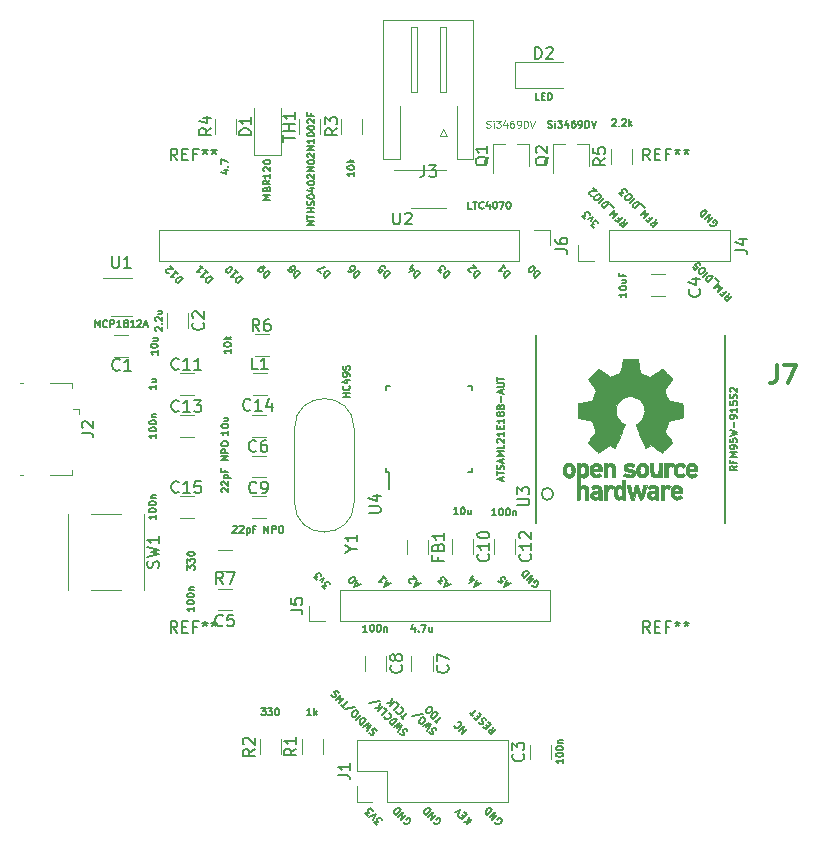
<source format=gto>
G04 #@! TF.GenerationSoftware,KiCad,Pcbnew,5.1.6+dfsg1-1~bpo10+1*
G04 #@! TF.CreationDate,2020-09-28T23:40:52-04:00*
G04 #@! TF.ProjectId,board,626f6172-642e-46b6-9963-61645f706362,rev?*
G04 #@! TF.SameCoordinates,Original*
G04 #@! TF.FileFunction,Legend,Top*
G04 #@! TF.FilePolarity,Positive*
%FSLAX46Y46*%
G04 Gerber Fmt 4.6, Leading zero omitted, Abs format (unit mm)*
G04 Created by KiCad (PCBNEW 5.1.6+dfsg1-1~bpo10+1) date 2020-09-28 23:40:52*
%MOMM*%
%LPD*%
G01*
G04 APERTURE LIST*
%ADD10C,0.150000*%
%ADD11C,0.010000*%
%ADD12C,0.120000*%
%ADD13C,0.125000*%
%ADD14C,0.304800*%
G04 APERTURE END LIST*
D10*
X158696316Y-113209980D02*
X158716519Y-113270590D01*
X158777128Y-113331199D01*
X158857941Y-113371605D01*
X158938753Y-113371605D01*
X158999362Y-113351402D01*
X159100377Y-113290793D01*
X159160986Y-113230183D01*
X159221596Y-113129168D01*
X159241799Y-113068559D01*
X159241799Y-112987747D01*
X159201393Y-112906935D01*
X159160986Y-112866528D01*
X159080174Y-112826122D01*
X159039768Y-112826122D01*
X158898347Y-112967544D01*
X158979159Y-113048356D01*
X158898347Y-112603889D02*
X158474083Y-113028153D01*
X158655910Y-112361452D01*
X158231646Y-112785716D01*
X158453880Y-112159422D02*
X158029616Y-112583686D01*
X157928600Y-112482671D01*
X157888194Y-112401858D01*
X157888194Y-112321046D01*
X157908397Y-112260437D01*
X157969006Y-112159422D01*
X158029616Y-112098813D01*
X158130631Y-112038203D01*
X158191240Y-112018000D01*
X158272052Y-112018000D01*
X158352864Y-112058406D01*
X158453880Y-112159422D01*
X141204941Y-113539011D02*
X140942301Y-113276371D01*
X141245347Y-113256168D01*
X141184738Y-113195559D01*
X141164535Y-113134950D01*
X141164535Y-113094544D01*
X141184738Y-113033935D01*
X141285753Y-112932919D01*
X141346362Y-112912716D01*
X141386768Y-112912716D01*
X141447377Y-112932919D01*
X141568596Y-113054138D01*
X141588799Y-113114747D01*
X141588799Y-113155153D01*
X140942301Y-112993528D02*
X141124128Y-112609671D01*
X140740271Y-112791498D01*
X140477631Y-112811701D02*
X140214991Y-112549061D01*
X140518037Y-112528858D01*
X140457428Y-112468249D01*
X140437225Y-112407640D01*
X140437225Y-112367234D01*
X140457428Y-112306625D01*
X140558443Y-112205609D01*
X140619052Y-112185406D01*
X140659458Y-112185406D01*
X140720067Y-112205609D01*
X140841286Y-112326828D01*
X140861489Y-112387437D01*
X140861489Y-112427843D01*
X173783916Y-82679114D02*
X173804119Y-82739724D01*
X173864728Y-82800333D01*
X173945541Y-82840739D01*
X174026353Y-82840739D01*
X174086962Y-82820536D01*
X174187977Y-82759927D01*
X174248586Y-82699317D01*
X174309196Y-82598302D01*
X174329399Y-82537693D01*
X174329399Y-82456881D01*
X174288993Y-82376069D01*
X174248586Y-82335662D01*
X174167774Y-82295256D01*
X174127368Y-82295256D01*
X173985947Y-82436678D01*
X174066759Y-82517490D01*
X173985947Y-82073023D02*
X173561683Y-82497287D01*
X173743510Y-81830586D01*
X173319246Y-82254850D01*
X173541480Y-81628556D02*
X173117216Y-82052820D01*
X173016200Y-81951805D01*
X172975794Y-81870992D01*
X172975794Y-81790180D01*
X172995997Y-81729571D01*
X173056606Y-81628556D01*
X173117216Y-81567947D01*
X173218231Y-81507337D01*
X173278840Y-81487134D01*
X173359652Y-81487134D01*
X173440464Y-81527540D01*
X173541480Y-81628556D01*
X163912541Y-82961957D02*
X163649901Y-82699317D01*
X163952947Y-82679114D01*
X163892338Y-82618505D01*
X163872135Y-82557896D01*
X163872135Y-82517490D01*
X163892338Y-82456881D01*
X163993353Y-82355865D01*
X164053962Y-82335662D01*
X164094368Y-82335662D01*
X164154977Y-82355865D01*
X164276196Y-82477084D01*
X164296399Y-82537693D01*
X164296399Y-82578099D01*
X163649901Y-82416474D02*
X163831728Y-82032617D01*
X163447871Y-82214444D01*
X163185231Y-82234647D02*
X162922591Y-81972007D01*
X163225637Y-81951804D01*
X163165028Y-81891195D01*
X163144825Y-81830586D01*
X163144825Y-81790180D01*
X163165028Y-81729571D01*
X163266043Y-81628555D01*
X163326652Y-81608352D01*
X163367058Y-81608352D01*
X163427667Y-81628555D01*
X163548886Y-81749774D01*
X163569089Y-81810383D01*
X163569089Y-81850789D01*
X175383908Y-88500051D02*
X175323299Y-88843502D01*
X175626345Y-88742487D02*
X175202081Y-89166751D01*
X175040457Y-89005127D01*
X175020254Y-88944518D01*
X175020254Y-88904112D01*
X175040457Y-88843502D01*
X175101066Y-88782893D01*
X175161675Y-88762690D01*
X175202081Y-88762690D01*
X175262690Y-88782893D01*
X175424315Y-88944518D01*
X174838426Y-88399035D02*
X174979847Y-88540457D01*
X175202081Y-88318223D02*
X174777817Y-88742487D01*
X174575786Y-88540457D01*
X174838426Y-87954568D02*
X174414162Y-88378832D01*
X174575786Y-87934365D01*
X174131319Y-88095990D01*
X174555583Y-87671725D01*
X174494974Y-87530304D02*
X174171725Y-87207055D01*
X174030304Y-87146446D02*
X173606040Y-87570710D01*
X173505025Y-87469695D01*
X173464619Y-87388883D01*
X173464619Y-87308071D01*
X173484822Y-87247461D01*
X173545431Y-87146446D01*
X173606040Y-87085837D01*
X173707055Y-87025228D01*
X173767664Y-87005025D01*
X173848477Y-87005025D01*
X173929289Y-87045431D01*
X174030304Y-87146446D01*
X173606040Y-86722182D02*
X173181776Y-87146446D01*
X172898933Y-86863603D02*
X172818121Y-86782791D01*
X172797918Y-86722182D01*
X172797918Y-86641370D01*
X172858527Y-86540355D01*
X172999948Y-86398933D01*
X173100964Y-86338324D01*
X173181776Y-86338324D01*
X173242385Y-86358527D01*
X173323197Y-86439339D01*
X173343400Y-86499948D01*
X173343400Y-86580761D01*
X173282791Y-86681776D01*
X173141370Y-86823197D01*
X173040355Y-86883806D01*
X172959542Y-86883806D01*
X172898933Y-86863603D01*
X172333248Y-86297918D02*
X172535278Y-86499948D01*
X172757512Y-86318121D01*
X172717106Y-86318121D01*
X172656497Y-86297918D01*
X172555481Y-86196903D01*
X172535278Y-86136294D01*
X172535278Y-86095887D01*
X172555481Y-86035278D01*
X172656497Y-85934263D01*
X172717106Y-85914060D01*
X172757512Y-85914060D01*
X172818121Y-85934263D01*
X172919136Y-86035278D01*
X172939339Y-86095887D01*
X172939339Y-86136294D01*
X169163908Y-82254851D02*
X169103299Y-82598302D01*
X169406345Y-82497287D02*
X168982081Y-82921551D01*
X168820457Y-82759927D01*
X168800254Y-82699318D01*
X168800254Y-82658912D01*
X168820457Y-82598302D01*
X168881066Y-82537693D01*
X168941675Y-82517490D01*
X168982081Y-82517490D01*
X169042690Y-82537693D01*
X169204315Y-82699318D01*
X168618426Y-82153835D02*
X168759847Y-82295257D01*
X168982081Y-82073023D02*
X168557817Y-82497287D01*
X168355786Y-82295257D01*
X168618426Y-81709368D02*
X168194162Y-82133632D01*
X168355786Y-81689165D01*
X167911319Y-81850790D01*
X168335583Y-81426525D01*
X168274974Y-81285104D02*
X167951725Y-80961855D01*
X167810304Y-80901246D02*
X167386040Y-81325510D01*
X167285025Y-81224495D01*
X167244619Y-81143683D01*
X167244619Y-81062871D01*
X167264822Y-81002261D01*
X167325431Y-80901246D01*
X167386040Y-80840637D01*
X167487055Y-80780028D01*
X167547664Y-80759825D01*
X167628477Y-80759825D01*
X167709289Y-80800231D01*
X167810304Y-80901246D01*
X167386040Y-80476982D02*
X166961776Y-80901246D01*
X166678933Y-80618403D02*
X166598121Y-80537591D01*
X166577918Y-80476982D01*
X166577918Y-80396170D01*
X166638527Y-80295155D01*
X166779948Y-80153733D01*
X166880964Y-80093124D01*
X166961776Y-80093124D01*
X167022385Y-80113327D01*
X167103197Y-80194139D01*
X167123400Y-80254748D01*
X167123400Y-80335561D01*
X167062791Y-80436576D01*
X166921370Y-80577997D01*
X166820355Y-80638606D01*
X166739542Y-80638606D01*
X166678933Y-80618403D01*
X166355684Y-80295155D02*
X166093045Y-80032515D01*
X166396091Y-80012312D01*
X166335481Y-79951703D01*
X166315278Y-79891094D01*
X166315278Y-79850687D01*
X166335481Y-79790078D01*
X166436497Y-79689063D01*
X166497106Y-79668860D01*
X166537512Y-79668860D01*
X166598121Y-79689063D01*
X166719339Y-79810281D01*
X166739542Y-79870891D01*
X166739542Y-79911297D01*
X166547708Y-82254851D02*
X166487099Y-82598302D01*
X166790145Y-82497287D02*
X166365881Y-82921551D01*
X166204257Y-82759927D01*
X166184054Y-82699318D01*
X166184054Y-82658912D01*
X166204257Y-82598302D01*
X166264866Y-82537693D01*
X166325475Y-82517490D01*
X166365881Y-82517490D01*
X166426490Y-82537693D01*
X166588115Y-82699318D01*
X166002226Y-82153835D02*
X166143647Y-82295257D01*
X166365881Y-82073023D02*
X165941617Y-82497287D01*
X165739586Y-82295257D01*
X166002226Y-81709368D02*
X165577962Y-82133632D01*
X165739586Y-81689165D01*
X165295119Y-81850790D01*
X165719383Y-81426525D01*
X165658774Y-81285104D02*
X165335525Y-80961855D01*
X165194104Y-80901246D02*
X164769840Y-81325510D01*
X164668825Y-81224495D01*
X164628419Y-81143683D01*
X164628419Y-81062871D01*
X164648622Y-81002261D01*
X164709231Y-80901246D01*
X164769840Y-80840637D01*
X164870855Y-80780028D01*
X164931464Y-80759825D01*
X165012277Y-80759825D01*
X165093089Y-80800231D01*
X165194104Y-80901246D01*
X164769840Y-80476982D02*
X164345576Y-80901246D01*
X164062733Y-80618403D02*
X163981921Y-80537591D01*
X163961718Y-80476982D01*
X163961718Y-80396170D01*
X164022327Y-80295155D01*
X164163748Y-80153733D01*
X164264764Y-80093124D01*
X164345576Y-80093124D01*
X164406185Y-80113327D01*
X164486997Y-80194139D01*
X164507200Y-80254748D01*
X164507200Y-80335561D01*
X164446591Y-80436576D01*
X164305170Y-80577997D01*
X164204155Y-80638606D01*
X164123342Y-80638606D01*
X164062733Y-80618403D01*
X163759687Y-80234545D02*
X163719281Y-80234545D01*
X163658672Y-80214342D01*
X163557657Y-80113327D01*
X163537454Y-80052718D01*
X163537454Y-80012312D01*
X163557657Y-79951703D01*
X163598063Y-79911297D01*
X163678875Y-79870891D01*
X164163748Y-79870891D01*
X163901109Y-79608251D01*
X156723756Y-113160935D02*
X156521725Y-112958904D01*
X156885380Y-113080122D02*
X156319695Y-113362965D01*
X156602538Y-112797280D01*
X155834822Y-112878092D02*
X156036852Y-113080122D01*
X156259086Y-112898295D01*
X156218680Y-112898295D01*
X156158071Y-112878092D01*
X156057055Y-112777077D01*
X156036852Y-112716467D01*
X156036852Y-112676061D01*
X156057055Y-112615452D01*
X156158071Y-112514437D01*
X156218680Y-112494234D01*
X156259086Y-112494234D01*
X156319695Y-112514437D01*
X156420710Y-112615452D01*
X156440913Y-112676061D01*
X156440913Y-112716467D01*
X146563756Y-113160935D02*
X146361725Y-112958904D01*
X146725380Y-113080122D02*
X146159695Y-113362965D01*
X146442538Y-112797280D01*
X146078883Y-112433625D02*
X146321319Y-112676061D01*
X146200101Y-112554843D02*
X145775837Y-112979107D01*
X145876852Y-112958904D01*
X145957664Y-112958904D01*
X146018274Y-112979107D01*
X144023756Y-113186335D02*
X143821725Y-112984304D01*
X144185380Y-113105522D02*
X143619695Y-113388365D01*
X143902538Y-112822680D01*
X143256040Y-113024710D02*
X143215634Y-112984304D01*
X143195431Y-112923695D01*
X143195431Y-112883289D01*
X143215634Y-112822680D01*
X143276243Y-112721664D01*
X143377258Y-112620649D01*
X143478274Y-112560040D01*
X143538883Y-112539837D01*
X143579289Y-112539837D01*
X143639898Y-112560040D01*
X143680304Y-112600446D01*
X143700507Y-112661055D01*
X143700507Y-112701461D01*
X143680304Y-112762071D01*
X143619695Y-112863086D01*
X143518680Y-112964101D01*
X143417664Y-113024710D01*
X143357055Y-113044913D01*
X143316649Y-113044913D01*
X143256040Y-113024710D01*
X154183756Y-113160935D02*
X153981725Y-112958904D01*
X154345380Y-113080122D02*
X153779695Y-113362965D01*
X154062538Y-112797280D01*
X153456446Y-112756874D02*
X153739289Y-112474031D01*
X153395837Y-113019513D02*
X153799898Y-112817483D01*
X153537258Y-112554843D01*
X151643756Y-113186335D02*
X151441725Y-112984304D01*
X151805380Y-113105522D02*
X151239695Y-113388365D01*
X151522538Y-112822680D01*
X150997258Y-113145928D02*
X150734619Y-112883289D01*
X151037664Y-112863086D01*
X150977055Y-112802477D01*
X150956852Y-112741867D01*
X150956852Y-112701461D01*
X150977055Y-112640852D01*
X151078071Y-112539837D01*
X151138680Y-112519634D01*
X151179086Y-112519634D01*
X151239695Y-112539837D01*
X151360913Y-112661055D01*
X151381116Y-112721664D01*
X151381116Y-112762071D01*
X149103756Y-113160935D02*
X148901725Y-112958904D01*
X149265380Y-113080122D02*
X148699695Y-113362965D01*
X148982538Y-112797280D01*
X148477461Y-113059919D02*
X148437055Y-113059919D01*
X148376446Y-113039716D01*
X148275431Y-112938701D01*
X148255228Y-112878092D01*
X148255228Y-112837686D01*
X148275431Y-112777077D01*
X148315837Y-112736671D01*
X148396649Y-112696264D01*
X148881522Y-112696264D01*
X148618883Y-112433625D01*
X159395076Y-86760818D02*
X158970812Y-87185082D01*
X158869796Y-87084067D01*
X158829390Y-87003254D01*
X158829390Y-86922442D01*
X158849593Y-86861833D01*
X158910203Y-86760818D01*
X158970812Y-86700209D01*
X159071827Y-86639600D01*
X159132436Y-86619396D01*
X159213248Y-86619396D01*
X159294061Y-86659803D01*
X159395076Y-86760818D01*
X158465735Y-86680006D02*
X158425329Y-86639600D01*
X158405126Y-86578990D01*
X158405126Y-86538584D01*
X158425329Y-86477975D01*
X158485938Y-86376960D01*
X158586954Y-86275945D01*
X158687969Y-86215335D01*
X158748578Y-86195132D01*
X158788984Y-86195132D01*
X158849593Y-86215335D01*
X158890000Y-86255742D01*
X158910203Y-86316351D01*
X158910203Y-86356757D01*
X158890000Y-86417366D01*
X158829390Y-86518381D01*
X158728375Y-86619396D01*
X158627360Y-86680006D01*
X158566751Y-86700209D01*
X158526345Y-86700209D01*
X158465735Y-86680006D01*
X154315076Y-86760818D02*
X153890812Y-87185082D01*
X153789796Y-87084067D01*
X153749390Y-87003254D01*
X153749390Y-86922442D01*
X153769593Y-86861833D01*
X153830203Y-86760818D01*
X153890812Y-86700209D01*
X153991827Y-86639600D01*
X154052436Y-86619396D01*
X154133248Y-86619396D01*
X154214061Y-86659803D01*
X154315076Y-86760818D01*
X153527157Y-86740615D02*
X153486751Y-86740615D01*
X153426142Y-86720412D01*
X153325126Y-86619396D01*
X153304923Y-86558787D01*
X153304923Y-86518381D01*
X153325126Y-86457772D01*
X153365532Y-86417366D01*
X153446345Y-86376960D01*
X153931218Y-86376960D01*
X153668578Y-86114320D01*
X151775076Y-86786218D02*
X151350812Y-87210482D01*
X151249796Y-87109467D01*
X151209390Y-87028654D01*
X151209390Y-86947842D01*
X151229593Y-86887233D01*
X151290203Y-86786218D01*
X151350812Y-86725609D01*
X151451827Y-86665000D01*
X151512436Y-86644796D01*
X151593248Y-86644796D01*
X151674061Y-86685203D01*
X151775076Y-86786218D01*
X150966954Y-86826624D02*
X150704314Y-86563984D01*
X151007360Y-86543781D01*
X150946751Y-86483172D01*
X150926548Y-86422563D01*
X150926548Y-86382157D01*
X150946751Y-86321548D01*
X151047766Y-86220532D01*
X151108375Y-86200329D01*
X151148781Y-86200329D01*
X151209390Y-86220532D01*
X151330609Y-86341751D01*
X151350812Y-86402360D01*
X151350812Y-86442766D01*
X156855076Y-86760818D02*
X156430812Y-87185082D01*
X156329796Y-87084067D01*
X156289390Y-87003254D01*
X156289390Y-86922442D01*
X156309593Y-86861833D01*
X156370203Y-86760818D01*
X156430812Y-86700209D01*
X156531827Y-86639600D01*
X156592436Y-86619396D01*
X156673248Y-86619396D01*
X156754061Y-86659803D01*
X156855076Y-86760818D01*
X156208578Y-86114320D02*
X156451015Y-86356757D01*
X156329796Y-86235538D02*
X155905532Y-86659803D01*
X156006548Y-86639600D01*
X156087360Y-86639600D01*
X156147969Y-86659803D01*
X146695076Y-86760818D02*
X146270812Y-87185082D01*
X146169796Y-87084067D01*
X146129390Y-87003254D01*
X146129390Y-86922442D01*
X146149593Y-86861833D01*
X146210203Y-86760818D01*
X146270812Y-86700209D01*
X146371827Y-86639600D01*
X146432436Y-86619396D01*
X146513248Y-86619396D01*
X146594061Y-86659803D01*
X146695076Y-86760818D01*
X145644517Y-86558787D02*
X145846548Y-86760818D01*
X146068781Y-86578990D01*
X146028375Y-86578990D01*
X145967766Y-86558787D01*
X145866751Y-86457772D01*
X145846548Y-86397163D01*
X145846548Y-86356757D01*
X145866751Y-86296148D01*
X145967766Y-86195132D01*
X146028375Y-86174929D01*
X146068781Y-86174929D01*
X146129390Y-86195132D01*
X146230406Y-86296148D01*
X146250609Y-86356757D01*
X146250609Y-86397163D01*
X144155076Y-86786218D02*
X143730812Y-87210482D01*
X143629796Y-87109467D01*
X143589390Y-87028654D01*
X143589390Y-86947842D01*
X143609593Y-86887233D01*
X143670203Y-86786218D01*
X143730812Y-86725609D01*
X143831827Y-86665000D01*
X143892436Y-86644796D01*
X143973248Y-86644796D01*
X144054061Y-86685203D01*
X144155076Y-86786218D01*
X143124720Y-86604390D02*
X143205532Y-86685203D01*
X143266142Y-86705406D01*
X143306548Y-86705406D01*
X143407563Y-86685203D01*
X143508578Y-86624593D01*
X143670203Y-86462969D01*
X143690406Y-86402360D01*
X143690406Y-86361954D01*
X143670203Y-86301345D01*
X143589390Y-86220532D01*
X143528781Y-86200329D01*
X143488375Y-86200329D01*
X143427766Y-86220532D01*
X143326751Y-86321548D01*
X143306548Y-86382157D01*
X143306548Y-86422563D01*
X143326751Y-86483172D01*
X143407563Y-86563984D01*
X143468172Y-86584187D01*
X143508578Y-86584187D01*
X143569187Y-86563984D01*
X149235076Y-86760818D02*
X148810812Y-87185082D01*
X148709796Y-87084067D01*
X148669390Y-87003254D01*
X148669390Y-86922442D01*
X148689593Y-86861833D01*
X148750203Y-86760818D01*
X148810812Y-86700209D01*
X148911827Y-86639600D01*
X148972436Y-86619396D01*
X149053248Y-86619396D01*
X149134061Y-86659803D01*
X149235076Y-86760818D01*
X148346142Y-86437569D02*
X148628984Y-86154726D01*
X148285532Y-86700209D02*
X148689593Y-86498178D01*
X148426954Y-86235538D01*
X139075076Y-86760818D02*
X138650812Y-87185082D01*
X138549796Y-87084067D01*
X138509390Y-87003254D01*
X138509390Y-86922442D01*
X138529593Y-86861833D01*
X138590203Y-86760818D01*
X138650812Y-86700209D01*
X138751827Y-86639600D01*
X138812436Y-86619396D01*
X138893248Y-86619396D01*
X138974061Y-86659803D01*
X139075076Y-86760818D01*
X138347766Y-86518381D02*
X138367969Y-86578990D01*
X138367969Y-86619396D01*
X138347766Y-86680006D01*
X138327563Y-86700209D01*
X138266954Y-86720412D01*
X138226548Y-86720412D01*
X138165938Y-86700209D01*
X138085126Y-86619396D01*
X138064923Y-86558787D01*
X138064923Y-86518381D01*
X138085126Y-86457772D01*
X138105329Y-86437569D01*
X138165938Y-86417366D01*
X138206345Y-86417366D01*
X138266954Y-86437569D01*
X138347766Y-86518381D01*
X138408375Y-86538584D01*
X138448781Y-86538584D01*
X138509390Y-86518381D01*
X138590203Y-86437569D01*
X138610406Y-86376960D01*
X138610406Y-86336554D01*
X138590203Y-86275945D01*
X138509390Y-86195132D01*
X138448781Y-86174929D01*
X138408375Y-86174929D01*
X138347766Y-86195132D01*
X138266954Y-86275945D01*
X138246751Y-86336554D01*
X138246751Y-86376960D01*
X138266954Y-86437569D01*
X136535076Y-86786218D02*
X136110812Y-87210482D01*
X136009796Y-87109467D01*
X135969390Y-87028654D01*
X135969390Y-86947842D01*
X135989593Y-86887233D01*
X136050203Y-86786218D01*
X136110812Y-86725609D01*
X136211827Y-86665000D01*
X136272436Y-86644796D01*
X136353248Y-86644796D01*
X136434061Y-86685203D01*
X136535076Y-86786218D01*
X136090609Y-86341751D02*
X136009796Y-86260938D01*
X135949187Y-86240735D01*
X135908781Y-86240735D01*
X135807766Y-86260938D01*
X135706751Y-86321548D01*
X135545126Y-86483172D01*
X135524923Y-86543781D01*
X135524923Y-86584187D01*
X135545126Y-86644796D01*
X135625938Y-86725609D01*
X135686548Y-86745812D01*
X135726954Y-86745812D01*
X135787563Y-86725609D01*
X135888578Y-86624593D01*
X135908781Y-86563984D01*
X135908781Y-86523578D01*
X135888578Y-86462969D01*
X135807766Y-86382157D01*
X135747157Y-86361954D01*
X135706751Y-86361954D01*
X135646142Y-86382157D01*
X141615076Y-86760818D02*
X141190812Y-87185082D01*
X141089796Y-87084067D01*
X141049390Y-87003254D01*
X141049390Y-86922442D01*
X141069593Y-86861833D01*
X141130203Y-86760818D01*
X141190812Y-86700209D01*
X141291827Y-86639600D01*
X141352436Y-86619396D01*
X141433248Y-86619396D01*
X141514061Y-86659803D01*
X141615076Y-86760818D01*
X140806954Y-86801224D02*
X140524111Y-86518381D01*
X141130203Y-86275945D01*
X134197106Y-87216848D02*
X133772842Y-87641112D01*
X133671827Y-87540097D01*
X133631421Y-87459285D01*
X133631421Y-87378473D01*
X133651624Y-87317864D01*
X133712233Y-87216848D01*
X133772842Y-87156239D01*
X133873857Y-87095630D01*
X133934467Y-87075427D01*
X134015279Y-87075427D01*
X134096091Y-87115833D01*
X134197106Y-87216848D01*
X133550609Y-86570351D02*
X133793045Y-86812787D01*
X133671827Y-86691569D02*
X133247563Y-87115833D01*
X133348578Y-87095630D01*
X133429390Y-87095630D01*
X133490000Y-87115833D01*
X132863705Y-86731975D02*
X132823299Y-86691569D01*
X132803096Y-86630960D01*
X132803096Y-86590554D01*
X132823299Y-86529945D01*
X132883908Y-86428929D01*
X132984923Y-86327914D01*
X133085938Y-86267305D01*
X133146548Y-86247102D01*
X133186954Y-86247102D01*
X133247563Y-86267305D01*
X133287969Y-86307711D01*
X133308172Y-86368320D01*
X133308172Y-86408726D01*
X133287969Y-86469335D01*
X133227360Y-86570351D01*
X133126345Y-86671366D01*
X133025329Y-86731975D01*
X132964720Y-86752178D01*
X132924314Y-86752178D01*
X132863705Y-86731975D01*
X131657106Y-87216848D02*
X131232842Y-87641112D01*
X131131827Y-87540097D01*
X131091421Y-87459285D01*
X131091421Y-87378473D01*
X131111624Y-87317864D01*
X131172233Y-87216848D01*
X131232842Y-87156239D01*
X131333857Y-87095630D01*
X131394467Y-87075427D01*
X131475279Y-87075427D01*
X131556091Y-87115833D01*
X131657106Y-87216848D01*
X131010609Y-86570351D02*
X131253045Y-86812787D01*
X131131827Y-86691569D02*
X130707563Y-87115833D01*
X130808578Y-87095630D01*
X130889390Y-87095630D01*
X130950000Y-87115833D01*
X130606548Y-86166290D02*
X130848984Y-86408726D01*
X130727766Y-86287508D02*
X130303502Y-86711772D01*
X130404517Y-86691569D01*
X130485329Y-86691569D01*
X130545938Y-86711772D01*
X129117106Y-87242248D02*
X128692842Y-87666512D01*
X128591827Y-87565497D01*
X128551421Y-87484685D01*
X128551421Y-87403873D01*
X128571624Y-87343264D01*
X128632233Y-87242248D01*
X128692842Y-87181639D01*
X128793857Y-87121030D01*
X128854467Y-87100827D01*
X128935279Y-87100827D01*
X129016091Y-87141233D01*
X129117106Y-87242248D01*
X128470609Y-86595751D02*
X128713045Y-86838187D01*
X128591827Y-86716969D02*
X128167563Y-87141233D01*
X128268578Y-87121030D01*
X128349390Y-87121030D01*
X128410000Y-87141233D01*
X127925126Y-86817984D02*
X127884720Y-86817984D01*
X127824111Y-86797781D01*
X127723096Y-86696766D01*
X127702893Y-86636157D01*
X127702893Y-86595751D01*
X127723096Y-86535142D01*
X127763502Y-86494735D01*
X127844314Y-86454329D01*
X128329187Y-86454329D01*
X128066548Y-86191690D01*
X148146505Y-125596515D02*
X148106099Y-125515703D01*
X148005084Y-125414688D01*
X147944474Y-125394485D01*
X147904068Y-125394485D01*
X147843459Y-125414688D01*
X147803053Y-125455094D01*
X147782850Y-125515703D01*
X147782850Y-125556109D01*
X147803053Y-125616718D01*
X147863662Y-125717733D01*
X147883865Y-125778343D01*
X147883865Y-125818749D01*
X147863662Y-125879358D01*
X147823256Y-125919764D01*
X147762647Y-125939967D01*
X147722241Y-125939967D01*
X147661632Y-125919764D01*
X147560616Y-125818749D01*
X147520210Y-125737936D01*
X147358586Y-125616718D02*
X147681835Y-125091439D01*
X147297977Y-125313672D01*
X147520210Y-124929814D01*
X146994931Y-125253063D01*
X147257571Y-124667175D02*
X146833307Y-125091439D01*
X146732291Y-124990424D01*
X146691885Y-124909611D01*
X146691885Y-124828799D01*
X146712088Y-124768190D01*
X146772697Y-124667175D01*
X146833307Y-124606566D01*
X146934322Y-124545956D01*
X146994931Y-124525753D01*
X147075743Y-124525753D01*
X147156555Y-124566159D01*
X147257571Y-124667175D01*
X146550464Y-124040880D02*
X146590870Y-124040880D01*
X146671682Y-124081286D01*
X146712088Y-124121692D01*
X146752494Y-124202505D01*
X146752494Y-124283317D01*
X146732291Y-124343926D01*
X146671682Y-124444941D01*
X146611073Y-124505550D01*
X146510058Y-124566159D01*
X146449449Y-124586363D01*
X146368636Y-124586363D01*
X146287824Y-124545956D01*
X146247418Y-124505550D01*
X146207012Y-124424738D01*
X146207012Y-124384332D01*
X146207012Y-123616616D02*
X146409043Y-123818647D01*
X145984778Y-124242911D01*
X146065591Y-123475195D02*
X145641327Y-123899459D01*
X145823154Y-123232758D02*
X145762545Y-123657022D01*
X145398890Y-123657022D02*
X145883763Y-123657022D01*
X144893814Y-123192352D02*
X145802951Y-123010525D01*
X147808104Y-124581312D02*
X147565667Y-124338875D01*
X148111149Y-124035830D02*
X147686885Y-124460094D01*
X147565667Y-123571159D02*
X147606073Y-123571159D01*
X147686885Y-123611565D01*
X147727292Y-123651972D01*
X147767698Y-123732784D01*
X147767698Y-123813596D01*
X147747495Y-123874205D01*
X147686885Y-123975220D01*
X147626276Y-124035830D01*
X147525261Y-124096439D01*
X147464652Y-124116642D01*
X147383840Y-124116642D01*
X147303027Y-124076236D01*
X147262621Y-124035830D01*
X147222215Y-123955017D01*
X147222215Y-123914611D01*
X147222215Y-123146895D02*
X147424246Y-123348926D01*
X146999982Y-123773190D01*
X147080794Y-123005474D02*
X146656530Y-123429738D01*
X146838357Y-122763037D02*
X146777748Y-123187301D01*
X146414093Y-123187301D02*
X146898966Y-123187301D01*
X150608616Y-125518627D02*
X150568210Y-125437814D01*
X150467195Y-125336799D01*
X150406586Y-125316596D01*
X150366180Y-125316596D01*
X150305571Y-125336799D01*
X150265165Y-125377205D01*
X150244962Y-125437814D01*
X150244962Y-125478221D01*
X150265165Y-125538830D01*
X150325774Y-125639845D01*
X150345977Y-125700454D01*
X150345977Y-125740860D01*
X150325774Y-125801469D01*
X150285368Y-125841875D01*
X150224759Y-125862078D01*
X150184352Y-125862078D01*
X150123743Y-125841875D01*
X150022728Y-125740860D01*
X149982322Y-125660048D01*
X149820697Y-125538830D02*
X150143946Y-125013550D01*
X149760088Y-125235784D01*
X149982322Y-124851926D01*
X149457043Y-125175175D01*
X149214606Y-124932738D02*
X149133794Y-124851926D01*
X149113591Y-124791317D01*
X149113591Y-124710505D01*
X149174200Y-124609489D01*
X149315621Y-124468068D01*
X149416636Y-124407459D01*
X149497449Y-124407459D01*
X149558058Y-124427662D01*
X149638870Y-124508474D01*
X149659073Y-124569083D01*
X149659073Y-124649895D01*
X149598464Y-124750911D01*
X149457043Y-124892332D01*
X149356027Y-124952941D01*
X149275215Y-124952941D01*
X149214606Y-124932738D01*
X148527702Y-124286240D02*
X149436840Y-124104413D01*
X150694479Y-124927687D02*
X150452043Y-124685251D01*
X150997525Y-124382205D02*
X150573261Y-124806469D01*
X150734885Y-124119565D02*
X150310621Y-124543830D01*
X150209606Y-124442814D01*
X150169200Y-124362002D01*
X150169200Y-124281190D01*
X150189403Y-124220581D01*
X150250012Y-124119565D01*
X150310621Y-124058956D01*
X150411637Y-123998347D01*
X150472246Y-123978144D01*
X150553058Y-123978144D01*
X150633870Y-124018550D01*
X150734885Y-124119565D01*
X149805545Y-124038753D02*
X149724733Y-123957941D01*
X149704530Y-123897332D01*
X149704530Y-123816520D01*
X149765139Y-123715504D01*
X149906560Y-123574083D01*
X150007576Y-123513474D01*
X150088388Y-123513474D01*
X150148997Y-123533677D01*
X150229809Y-123614489D01*
X150250012Y-123675098D01*
X150250012Y-123755911D01*
X150189403Y-123856926D01*
X150047982Y-123998347D01*
X149946966Y-124058956D01*
X149866154Y-124058956D01*
X149805545Y-124038753D01*
X155380122Y-125189264D02*
X155319512Y-125532715D01*
X155622558Y-125431700D02*
X155198294Y-125855964D01*
X155036670Y-125694340D01*
X155016467Y-125633731D01*
X155016467Y-125593325D01*
X155036670Y-125532715D01*
X155097279Y-125472106D01*
X155157888Y-125451903D01*
X155198294Y-125451903D01*
X155258903Y-125472106D01*
X155420528Y-125633731D01*
X154976061Y-125229670D02*
X154834639Y-125088248D01*
X154996264Y-124805406D02*
X155198294Y-125007436D01*
X154774030Y-125431700D01*
X154572000Y-125229670D01*
X154814436Y-124663984D02*
X154774030Y-124583172D01*
X154673015Y-124482157D01*
X154612406Y-124461954D01*
X154572000Y-124461954D01*
X154511390Y-124482157D01*
X154470984Y-124522563D01*
X154450781Y-124583172D01*
X154450781Y-124623578D01*
X154470984Y-124684187D01*
X154531593Y-124785203D01*
X154551796Y-124845812D01*
X154551796Y-124886218D01*
X154531593Y-124946827D01*
X154491187Y-124987233D01*
X154430578Y-125007436D01*
X154390172Y-125007436D01*
X154329563Y-124987233D01*
X154228548Y-124886218D01*
X154188142Y-124805406D01*
X154188142Y-124441751D02*
X154046720Y-124300329D01*
X154208345Y-124017487D02*
X154410375Y-124219517D01*
X153986111Y-124643781D01*
X153784081Y-124441751D01*
X153662862Y-124320532D02*
X153420426Y-124078096D01*
X153965908Y-123775050D02*
X153541644Y-124199314D01*
X153192279Y-125414421D02*
X152768015Y-125838685D01*
X152949842Y-125171984D01*
X152525578Y-125596248D01*
X152464969Y-124767923D02*
X152505375Y-124767923D01*
X152586187Y-124808329D01*
X152626593Y-124848735D01*
X152667000Y-124929548D01*
X152667000Y-125010360D01*
X152646796Y-125070969D01*
X152586187Y-125171984D01*
X152525578Y-125232593D01*
X152424563Y-125293203D01*
X152363954Y-125313406D01*
X152283142Y-125313406D01*
X152202329Y-125273000D01*
X152161923Y-125232593D01*
X152121517Y-125151781D01*
X152121517Y-125111375D01*
X145549086Y-125558634D02*
X145508680Y-125477822D01*
X145407665Y-125376807D01*
X145347056Y-125356604D01*
X145306650Y-125356604D01*
X145246041Y-125376807D01*
X145205634Y-125417213D01*
X145185431Y-125477822D01*
X145185431Y-125518228D01*
X145205634Y-125578837D01*
X145266244Y-125679853D01*
X145286447Y-125740462D01*
X145286447Y-125780868D01*
X145266244Y-125841477D01*
X145225837Y-125881883D01*
X145165228Y-125902086D01*
X145124822Y-125902086D01*
X145064213Y-125881883D01*
X144963198Y-125780868D01*
X144922792Y-125700056D01*
X144761167Y-125578837D02*
X145084416Y-125053558D01*
X144700558Y-125275792D01*
X144922792Y-124891934D01*
X144397512Y-125215183D01*
X144660152Y-124629294D02*
X144235888Y-125053558D01*
X144134873Y-124952543D01*
X144094467Y-124871731D01*
X144094467Y-124790918D01*
X144114670Y-124730309D01*
X144175279Y-124629294D01*
X144235888Y-124568685D01*
X144336903Y-124508076D01*
X144397512Y-124487873D01*
X144478325Y-124487873D01*
X144559137Y-124528279D01*
X144660152Y-124629294D01*
X144235888Y-124205030D02*
X143811624Y-124629294D01*
X143528781Y-124346451D02*
X143447969Y-124265639D01*
X143427766Y-124205030D01*
X143427766Y-124124218D01*
X143488375Y-124023203D01*
X143629796Y-123881781D01*
X143730812Y-123821172D01*
X143811624Y-123821172D01*
X143872233Y-123841375D01*
X143953045Y-123922187D01*
X143973248Y-123982796D01*
X143973248Y-124063609D01*
X143912639Y-124164624D01*
X143771218Y-124306045D01*
X143670203Y-124366654D01*
X143589390Y-124366654D01*
X143528781Y-124346451D01*
X142841877Y-123699954D02*
X143751015Y-123518126D01*
X142781268Y-123598938D02*
X142538832Y-123356502D01*
X143084314Y-123053456D02*
X142660050Y-123477720D01*
X142821674Y-122790816D02*
X142397410Y-123215081D01*
X142559035Y-122770613D01*
X142114568Y-122932238D01*
X142538832Y-122507974D01*
X142336801Y-122346349D02*
X142296395Y-122265537D01*
X142195380Y-122164522D01*
X142134771Y-122144319D01*
X142094365Y-122144319D01*
X142033755Y-122164522D01*
X141993349Y-122204928D01*
X141973146Y-122265537D01*
X141973146Y-122305943D01*
X141993349Y-122366552D01*
X142053958Y-122467568D01*
X142074162Y-122528177D01*
X142074162Y-122568583D01*
X142053958Y-122629192D01*
X142013552Y-122669598D01*
X141952943Y-122689801D01*
X141912537Y-122689801D01*
X141851928Y-122669598D01*
X141750913Y-122568583D01*
X141710507Y-122487771D01*
X155572116Y-133301380D02*
X155592319Y-133361990D01*
X155652928Y-133422599D01*
X155733741Y-133463005D01*
X155814553Y-133463005D01*
X155875162Y-133442802D01*
X155976177Y-133382193D01*
X156036786Y-133321583D01*
X156097396Y-133220568D01*
X156117599Y-133159959D01*
X156117599Y-133079147D01*
X156077193Y-132998335D01*
X156036786Y-132957928D01*
X155955974Y-132917522D01*
X155915568Y-132917522D01*
X155774147Y-133058944D01*
X155854959Y-133139756D01*
X155774147Y-132695289D02*
X155349883Y-133119553D01*
X155531710Y-132452852D01*
X155107446Y-132877116D01*
X155329680Y-132250822D02*
X154905416Y-132675086D01*
X154804400Y-132574071D01*
X154763994Y-132493258D01*
X154763994Y-132412446D01*
X154784197Y-132351837D01*
X154844806Y-132250822D01*
X154905416Y-132190213D01*
X155006431Y-132129603D01*
X155067040Y-132109400D01*
X155147852Y-132109400D01*
X155228664Y-132149806D01*
X155329680Y-132250822D01*
X153597802Y-133058944D02*
X153173538Y-133483208D01*
X153355365Y-132816507D02*
X153294756Y-133240771D01*
X152931101Y-133240771D02*
X153415974Y-133240771D01*
X152951304Y-132856913D02*
X152809883Y-132715492D01*
X152971507Y-132432649D02*
X153173538Y-132634680D01*
X152749274Y-133058944D01*
X152547243Y-132856913D01*
X152506837Y-132372040D02*
X152708867Y-132170009D01*
X152426025Y-132735695D02*
X152506837Y-132372040D01*
X152143182Y-132452852D01*
X150365116Y-133301380D02*
X150385319Y-133361990D01*
X150445928Y-133422599D01*
X150526741Y-133463005D01*
X150607553Y-133463005D01*
X150668162Y-133442802D01*
X150769177Y-133382193D01*
X150829786Y-133321583D01*
X150890396Y-133220568D01*
X150910599Y-133159959D01*
X150910599Y-133079147D01*
X150870193Y-132998335D01*
X150829786Y-132957928D01*
X150748974Y-132917522D01*
X150708568Y-132917522D01*
X150567147Y-133058944D01*
X150647959Y-133139756D01*
X150567147Y-132695289D02*
X150142883Y-133119553D01*
X150324710Y-132452852D01*
X149900446Y-132877116D01*
X150122680Y-132250822D02*
X149698416Y-132675086D01*
X149597400Y-132574071D01*
X149556994Y-132493258D01*
X149556994Y-132412446D01*
X149577197Y-132351837D01*
X149637806Y-132250822D01*
X149698416Y-132190213D01*
X149799431Y-132129603D01*
X149860040Y-132109400D01*
X149940852Y-132109400D01*
X150021664Y-132149806D01*
X150122680Y-132250822D01*
X147825116Y-133301380D02*
X147845319Y-133361990D01*
X147905928Y-133422599D01*
X147986741Y-133463005D01*
X148067553Y-133463005D01*
X148128162Y-133442802D01*
X148229177Y-133382193D01*
X148289786Y-133321583D01*
X148350396Y-133220568D01*
X148370599Y-133159959D01*
X148370599Y-133079147D01*
X148330193Y-132998335D01*
X148289786Y-132957928D01*
X148208974Y-132917522D01*
X148168568Y-132917522D01*
X148027147Y-133058944D01*
X148107959Y-133139756D01*
X148027147Y-132695289D02*
X147602883Y-133119553D01*
X147784710Y-132452852D01*
X147360446Y-132877116D01*
X147582680Y-132250822D02*
X147158416Y-132675086D01*
X147057400Y-132574071D01*
X147016994Y-132493258D01*
X147016994Y-132412446D01*
X147037197Y-132351837D01*
X147097806Y-132250822D01*
X147158416Y-132190213D01*
X147259431Y-132129603D01*
X147320040Y-132109400D01*
X147400852Y-132109400D01*
X147481664Y-132149806D01*
X147582680Y-132250822D01*
X145593944Y-133523614D02*
X145331304Y-133260974D01*
X145634350Y-133240771D01*
X145573741Y-133180162D01*
X145553538Y-133119553D01*
X145553538Y-133079147D01*
X145573741Y-133018538D01*
X145674756Y-132917522D01*
X145735365Y-132897319D01*
X145775771Y-132897319D01*
X145836380Y-132917522D01*
X145957599Y-133038741D01*
X145977802Y-133099350D01*
X145977802Y-133139756D01*
X145210086Y-133139756D02*
X145492928Y-132574071D01*
X144927243Y-132856913D01*
X144826228Y-132755898D02*
X144563588Y-132493258D01*
X144866634Y-132473055D01*
X144806025Y-132412446D01*
X144785822Y-132351837D01*
X144785822Y-132311431D01*
X144806025Y-132250822D01*
X144907040Y-132149806D01*
X144967649Y-132129603D01*
X145008055Y-132129603D01*
X145068664Y-132149806D01*
X145189883Y-132271025D01*
X145210086Y-132331634D01*
X145210086Y-132372040D01*
D11*
G36*
X163219909Y-102909560D02*
G01*
X163272412Y-102935499D01*
X163337158Y-102980700D01*
X163384347Y-103029991D01*
X163416665Y-103091885D01*
X163436797Y-103174896D01*
X163447430Y-103287538D01*
X163451247Y-103438324D01*
X163451470Y-103503149D01*
X163450818Y-103645221D01*
X163448112Y-103746757D01*
X163442224Y-103817015D01*
X163432027Y-103865256D01*
X163416394Y-103900738D01*
X163400128Y-103924943D01*
X163296295Y-104027929D01*
X163174021Y-104089874D01*
X163042114Y-104108506D01*
X162909384Y-104081549D01*
X162867333Y-104062486D01*
X162766666Y-104010015D01*
X162766666Y-104832259D01*
X162840135Y-104794267D01*
X162936941Y-104764872D01*
X163055928Y-104757342D01*
X163174745Y-104771245D01*
X163264473Y-104802476D01*
X163338899Y-104861954D01*
X163402490Y-104947066D01*
X163407271Y-104955805D01*
X163427437Y-104996966D01*
X163442165Y-105038454D01*
X163452303Y-105088713D01*
X163458699Y-105156184D01*
X163462201Y-105249309D01*
X163463658Y-105376531D01*
X163463921Y-105519701D01*
X163463921Y-105976471D01*
X163190000Y-105976471D01*
X163190000Y-105134231D01*
X163113383Y-105069763D01*
X163033793Y-105018194D01*
X162958422Y-105008818D01*
X162882633Y-105032947D01*
X162842241Y-105056574D01*
X162812179Y-105090227D01*
X162790797Y-105141087D01*
X162776450Y-105216334D01*
X162767490Y-105323146D01*
X162762270Y-105468704D01*
X162760431Y-105565588D01*
X162754215Y-105964020D01*
X162623480Y-105971547D01*
X162492745Y-105979073D01*
X162492745Y-103506582D01*
X162766666Y-103506582D01*
X162773650Y-103644423D01*
X162797182Y-103740107D01*
X162841135Y-103799641D01*
X162909382Y-103829029D01*
X162978333Y-103834902D01*
X163056386Y-103828154D01*
X163108189Y-103801594D01*
X163140583Y-103766499D01*
X163166084Y-103728752D01*
X163181265Y-103686700D01*
X163188019Y-103627779D01*
X163188241Y-103539428D01*
X163185968Y-103465448D01*
X163180749Y-103354000D01*
X163172979Y-103280833D01*
X163159895Y-103234422D01*
X163138732Y-103203244D01*
X163118760Y-103185223D01*
X163035314Y-103145925D01*
X162936551Y-103139579D01*
X162879841Y-103153116D01*
X162823692Y-103201233D01*
X162786499Y-103294833D01*
X162768472Y-103433254D01*
X162766666Y-103506582D01*
X162492745Y-103506582D01*
X162492745Y-102888628D01*
X162629705Y-102888628D01*
X162711935Y-102891879D01*
X162754360Y-102903426D01*
X162766661Y-102925952D01*
X162766666Y-102926620D01*
X162772374Y-102948681D01*
X162797547Y-102946176D01*
X162847598Y-102921935D01*
X162964219Y-102884851D01*
X163095429Y-102880953D01*
X163219909Y-102909560D01*
G37*
X163219909Y-102909560D02*
X163272412Y-102935499D01*
X163337158Y-102980700D01*
X163384347Y-103029991D01*
X163416665Y-103091885D01*
X163436797Y-103174896D01*
X163447430Y-103287538D01*
X163451247Y-103438324D01*
X163451470Y-103503149D01*
X163450818Y-103645221D01*
X163448112Y-103746757D01*
X163442224Y-103817015D01*
X163432027Y-103865256D01*
X163416394Y-103900738D01*
X163400128Y-103924943D01*
X163296295Y-104027929D01*
X163174021Y-104089874D01*
X163042114Y-104108506D01*
X162909384Y-104081549D01*
X162867333Y-104062486D01*
X162766666Y-104010015D01*
X162766666Y-104832259D01*
X162840135Y-104794267D01*
X162936941Y-104764872D01*
X163055928Y-104757342D01*
X163174745Y-104771245D01*
X163264473Y-104802476D01*
X163338899Y-104861954D01*
X163402490Y-104947066D01*
X163407271Y-104955805D01*
X163427437Y-104996966D01*
X163442165Y-105038454D01*
X163452303Y-105088713D01*
X163458699Y-105156184D01*
X163462201Y-105249309D01*
X163463658Y-105376531D01*
X163463921Y-105519701D01*
X163463921Y-105976471D01*
X163190000Y-105976471D01*
X163190000Y-105134231D01*
X163113383Y-105069763D01*
X163033793Y-105018194D01*
X162958422Y-105008818D01*
X162882633Y-105032947D01*
X162842241Y-105056574D01*
X162812179Y-105090227D01*
X162790797Y-105141087D01*
X162776450Y-105216334D01*
X162767490Y-105323146D01*
X162762270Y-105468704D01*
X162760431Y-105565588D01*
X162754215Y-105964020D01*
X162623480Y-105971547D01*
X162492745Y-105979073D01*
X162492745Y-103506582D01*
X162766666Y-103506582D01*
X162773650Y-103644423D01*
X162797182Y-103740107D01*
X162841135Y-103799641D01*
X162909382Y-103829029D01*
X162978333Y-103834902D01*
X163056386Y-103828154D01*
X163108189Y-103801594D01*
X163140583Y-103766499D01*
X163166084Y-103728752D01*
X163181265Y-103686700D01*
X163188019Y-103627779D01*
X163188241Y-103539428D01*
X163185968Y-103465448D01*
X163180749Y-103354000D01*
X163172979Y-103280833D01*
X163159895Y-103234422D01*
X163138732Y-103203244D01*
X163118760Y-103185223D01*
X163035314Y-103145925D01*
X162936551Y-103139579D01*
X162879841Y-103153116D01*
X162823692Y-103201233D01*
X162786499Y-103294833D01*
X162768472Y-103433254D01*
X162766666Y-103506582D01*
X162492745Y-103506582D01*
X162492745Y-102888628D01*
X162629705Y-102888628D01*
X162711935Y-102891879D01*
X162754360Y-102903426D01*
X162766661Y-102925952D01*
X162766666Y-102926620D01*
X162772374Y-102948681D01*
X162797547Y-102946176D01*
X162847598Y-102921935D01*
X162964219Y-102884851D01*
X163095429Y-102880953D01*
X163219909Y-102909560D01*
G36*
X164258720Y-104765922D02*
G01*
X164375870Y-104797180D01*
X164465051Y-104853837D01*
X164527984Y-104928045D01*
X164547548Y-104959716D01*
X164561992Y-104992891D01*
X164572089Y-105035329D01*
X164578615Y-105094788D01*
X164582342Y-105179029D01*
X164584046Y-105295810D01*
X164584500Y-105452890D01*
X164584509Y-105494565D01*
X164584509Y-105976471D01*
X164464980Y-105976471D01*
X164388739Y-105971131D01*
X164332366Y-105957604D01*
X164318242Y-105949262D01*
X164279630Y-105934864D01*
X164240192Y-105949262D01*
X164175262Y-105967237D01*
X164080945Y-105974472D01*
X163976407Y-105971333D01*
X163880811Y-105958186D01*
X163825000Y-105941318D01*
X163716998Y-105871986D01*
X163649503Y-105775772D01*
X163619159Y-105647844D01*
X163618877Y-105644559D01*
X163621540Y-105587808D01*
X163862353Y-105587808D01*
X163883405Y-105652358D01*
X163917697Y-105688686D01*
X163986532Y-105716162D01*
X164077390Y-105727129D01*
X164170042Y-105721731D01*
X164244256Y-105700110D01*
X164265049Y-105686239D01*
X164301381Y-105622143D01*
X164310588Y-105549278D01*
X164310588Y-105453530D01*
X164172827Y-105453530D01*
X164041953Y-105463605D01*
X163942741Y-105492148D01*
X163881023Y-105536639D01*
X163862353Y-105587808D01*
X163621540Y-105587808D01*
X163625436Y-105504790D01*
X163671534Y-105394282D01*
X163758200Y-105310712D01*
X163770179Y-105303110D01*
X163821655Y-105278357D01*
X163885368Y-105263368D01*
X163974435Y-105256082D01*
X164080245Y-105254407D01*
X164310588Y-105254314D01*
X164310588Y-105157755D01*
X164300817Y-105082836D01*
X164275884Y-105032644D01*
X164272965Y-105029972D01*
X164217481Y-105008015D01*
X164133727Y-104999505D01*
X164041167Y-105003687D01*
X163959270Y-105019809D01*
X163910673Y-105043990D01*
X163884341Y-105063359D01*
X163856535Y-105067057D01*
X163818161Y-105051188D01*
X163760125Y-105011855D01*
X163673331Y-104945164D01*
X163665365Y-104938916D01*
X163669447Y-104915800D01*
X163703501Y-104877352D01*
X163755260Y-104834627D01*
X163812455Y-104798679D01*
X163830425Y-104790191D01*
X163895972Y-104773252D01*
X163992020Y-104761170D01*
X164099329Y-104756323D01*
X164104347Y-104756313D01*
X164258720Y-104765922D01*
G37*
X164258720Y-104765922D02*
X164375870Y-104797180D01*
X164465051Y-104853837D01*
X164527984Y-104928045D01*
X164547548Y-104959716D01*
X164561992Y-104992891D01*
X164572089Y-105035329D01*
X164578615Y-105094788D01*
X164582342Y-105179029D01*
X164584046Y-105295810D01*
X164584500Y-105452890D01*
X164584509Y-105494565D01*
X164584509Y-105976471D01*
X164464980Y-105976471D01*
X164388739Y-105971131D01*
X164332366Y-105957604D01*
X164318242Y-105949262D01*
X164279630Y-105934864D01*
X164240192Y-105949262D01*
X164175262Y-105967237D01*
X164080945Y-105974472D01*
X163976407Y-105971333D01*
X163880811Y-105958186D01*
X163825000Y-105941318D01*
X163716998Y-105871986D01*
X163649503Y-105775772D01*
X163619159Y-105647844D01*
X163618877Y-105644559D01*
X163621540Y-105587808D01*
X163862353Y-105587808D01*
X163883405Y-105652358D01*
X163917697Y-105688686D01*
X163986532Y-105716162D01*
X164077390Y-105727129D01*
X164170042Y-105721731D01*
X164244256Y-105700110D01*
X164265049Y-105686239D01*
X164301381Y-105622143D01*
X164310588Y-105549278D01*
X164310588Y-105453530D01*
X164172827Y-105453530D01*
X164041953Y-105463605D01*
X163942741Y-105492148D01*
X163881023Y-105536639D01*
X163862353Y-105587808D01*
X163621540Y-105587808D01*
X163625436Y-105504790D01*
X163671534Y-105394282D01*
X163758200Y-105310712D01*
X163770179Y-105303110D01*
X163821655Y-105278357D01*
X163885368Y-105263368D01*
X163974435Y-105256082D01*
X164080245Y-105254407D01*
X164310588Y-105254314D01*
X164310588Y-105157755D01*
X164300817Y-105082836D01*
X164275884Y-105032644D01*
X164272965Y-105029972D01*
X164217481Y-105008015D01*
X164133727Y-104999505D01*
X164041167Y-105003687D01*
X163959270Y-105019809D01*
X163910673Y-105043990D01*
X163884341Y-105063359D01*
X163856535Y-105067057D01*
X163818161Y-105051188D01*
X163760125Y-105011855D01*
X163673331Y-104945164D01*
X163665365Y-104938916D01*
X163669447Y-104915800D01*
X163703501Y-104877352D01*
X163755260Y-104834627D01*
X163812455Y-104798679D01*
X163830425Y-104790191D01*
X163895972Y-104773252D01*
X163992020Y-104761170D01*
X164099329Y-104756323D01*
X164104347Y-104756313D01*
X164258720Y-104765922D01*
G36*
X165032764Y-104758921D02*
G01*
X165070030Y-104770091D01*
X165082043Y-104794633D01*
X165082549Y-104805712D01*
X165084704Y-104836572D01*
X165099551Y-104841417D01*
X165139657Y-104820260D01*
X165163480Y-104805806D01*
X165238638Y-104774850D01*
X165328406Y-104759544D01*
X165422529Y-104758367D01*
X165510754Y-104769799D01*
X165582826Y-104792320D01*
X165628492Y-104824409D01*
X165637498Y-104864545D01*
X165632953Y-104875415D01*
X165599821Y-104920534D01*
X165548445Y-104976026D01*
X165539152Y-104984996D01*
X165490182Y-105026245D01*
X165447931Y-105039572D01*
X165388841Y-105030271D01*
X165365169Y-105024090D01*
X165291504Y-105009246D01*
X165239710Y-105015921D01*
X165195969Y-105039465D01*
X165155902Y-105071061D01*
X165126392Y-105110798D01*
X165105884Y-105166252D01*
X165092824Y-105245003D01*
X165085656Y-105354629D01*
X165082824Y-105502706D01*
X165082549Y-105592111D01*
X165082549Y-105976471D01*
X164833529Y-105976471D01*
X164833529Y-104756275D01*
X164958039Y-104756275D01*
X165032764Y-104758921D01*
G37*
X165032764Y-104758921D02*
X165070030Y-104770091D01*
X165082043Y-104794633D01*
X165082549Y-104805712D01*
X165084704Y-104836572D01*
X165099551Y-104841417D01*
X165139657Y-104820260D01*
X165163480Y-104805806D01*
X165238638Y-104774850D01*
X165328406Y-104759544D01*
X165422529Y-104758367D01*
X165510754Y-104769799D01*
X165582826Y-104792320D01*
X165628492Y-104824409D01*
X165637498Y-104864545D01*
X165632953Y-104875415D01*
X165599821Y-104920534D01*
X165548445Y-104976026D01*
X165539152Y-104984996D01*
X165490182Y-105026245D01*
X165447931Y-105039572D01*
X165388841Y-105030271D01*
X165365169Y-105024090D01*
X165291504Y-105009246D01*
X165239710Y-105015921D01*
X165195969Y-105039465D01*
X165155902Y-105071061D01*
X165126392Y-105110798D01*
X165105884Y-105166252D01*
X165092824Y-105245003D01*
X165085656Y-105354629D01*
X165082824Y-105502706D01*
X165082549Y-105592111D01*
X165082549Y-105976471D01*
X164833529Y-105976471D01*
X164833529Y-104756275D01*
X164958039Y-104756275D01*
X165032764Y-104758921D01*
G36*
X166601568Y-105976471D02*
G01*
X166464607Y-105976471D01*
X166385111Y-105974140D01*
X166343708Y-105964488D01*
X166328801Y-105943525D01*
X166327647Y-105929351D01*
X166325133Y-105900927D01*
X166309280Y-105895475D01*
X166267621Y-105912998D01*
X166235224Y-105929351D01*
X166110849Y-105968103D01*
X165975646Y-105970346D01*
X165865726Y-105941444D01*
X165763366Y-105871619D01*
X165685340Y-105768555D01*
X165642614Y-105646989D01*
X165641526Y-105640192D01*
X165635178Y-105566032D01*
X165632021Y-105459570D01*
X165632275Y-105379052D01*
X165904289Y-105379052D01*
X165910590Y-105486070D01*
X165924925Y-105574278D01*
X165944331Y-105624090D01*
X166017746Y-105692162D01*
X166104914Y-105716564D01*
X166194804Y-105696831D01*
X166271617Y-105637968D01*
X166300708Y-105598379D01*
X166317717Y-105551138D01*
X166325684Y-105482181D01*
X166327647Y-105378607D01*
X166324134Y-105276039D01*
X166314857Y-105185921D01*
X166301706Y-105125613D01*
X166299514Y-105120208D01*
X166246478Y-105055940D01*
X166169067Y-105020656D01*
X166082454Y-105014959D01*
X166001807Y-105039453D01*
X165942297Y-105094742D01*
X165936124Y-105105743D01*
X165916801Y-105172827D01*
X165906274Y-105269284D01*
X165904289Y-105379052D01*
X165632275Y-105379052D01*
X165632404Y-105338225D01*
X165634194Y-105272918D01*
X165646373Y-105111355D01*
X165671685Y-104990053D01*
X165713793Y-104900379D01*
X165776359Y-104833699D01*
X165837100Y-104794557D01*
X165921964Y-104767040D01*
X166027515Y-104757603D01*
X166135598Y-104765290D01*
X166228058Y-104789146D01*
X166276910Y-104817685D01*
X166327647Y-104863601D01*
X166327647Y-104283137D01*
X166601568Y-104283137D01*
X166601568Y-105976471D01*
G37*
X166601568Y-105976471D02*
X166464607Y-105976471D01*
X166385111Y-105974140D01*
X166343708Y-105964488D01*
X166328801Y-105943525D01*
X166327647Y-105929351D01*
X166325133Y-105900927D01*
X166309280Y-105895475D01*
X166267621Y-105912998D01*
X166235224Y-105929351D01*
X166110849Y-105968103D01*
X165975646Y-105970346D01*
X165865726Y-105941444D01*
X165763366Y-105871619D01*
X165685340Y-105768555D01*
X165642614Y-105646989D01*
X165641526Y-105640192D01*
X165635178Y-105566032D01*
X165632021Y-105459570D01*
X165632275Y-105379052D01*
X165904289Y-105379052D01*
X165910590Y-105486070D01*
X165924925Y-105574278D01*
X165944331Y-105624090D01*
X166017746Y-105692162D01*
X166104914Y-105716564D01*
X166194804Y-105696831D01*
X166271617Y-105637968D01*
X166300708Y-105598379D01*
X166317717Y-105551138D01*
X166325684Y-105482181D01*
X166327647Y-105378607D01*
X166324134Y-105276039D01*
X166314857Y-105185921D01*
X166301706Y-105125613D01*
X166299514Y-105120208D01*
X166246478Y-105055940D01*
X166169067Y-105020656D01*
X166082454Y-105014959D01*
X166001807Y-105039453D01*
X165942297Y-105094742D01*
X165936124Y-105105743D01*
X165916801Y-105172827D01*
X165906274Y-105269284D01*
X165904289Y-105379052D01*
X165632275Y-105379052D01*
X165632404Y-105338225D01*
X165634194Y-105272918D01*
X165646373Y-105111355D01*
X165671685Y-104990053D01*
X165713793Y-104900379D01*
X165776359Y-104833699D01*
X165837100Y-104794557D01*
X165921964Y-104767040D01*
X166027515Y-104757603D01*
X166135598Y-104765290D01*
X166228058Y-104789146D01*
X166276910Y-104817685D01*
X166327647Y-104863601D01*
X166327647Y-104283137D01*
X166601568Y-104283137D01*
X166601568Y-105976471D01*
G36*
X167557528Y-104761332D02*
G01*
X167656014Y-104768726D01*
X167784776Y-105154706D01*
X167913537Y-105540686D01*
X167953911Y-105403726D01*
X167978207Y-105319083D01*
X168010167Y-105204697D01*
X168044679Y-105078963D01*
X168062928Y-105011520D01*
X168131571Y-104756275D01*
X168414773Y-104756275D01*
X168330122Y-105023971D01*
X168288435Y-105155638D01*
X168238074Y-105314458D01*
X168185481Y-105480128D01*
X168138530Y-105627843D01*
X168031589Y-105964020D01*
X167800661Y-105979044D01*
X167738050Y-105772316D01*
X167699438Y-105643896D01*
X167657300Y-105502322D01*
X167620472Y-105377285D01*
X167619018Y-105372309D01*
X167591511Y-105287586D01*
X167567242Y-105229778D01*
X167550243Y-105207918D01*
X167546750Y-105210446D01*
X167534490Y-105244336D01*
X167511195Y-105316930D01*
X167479700Y-105419101D01*
X167442842Y-105541720D01*
X167422899Y-105609167D01*
X167314895Y-105976471D01*
X167085679Y-105976471D01*
X166902439Y-105397500D01*
X166850963Y-105235091D01*
X166804070Y-105087602D01*
X166763977Y-104961960D01*
X166732897Y-104865095D01*
X166713045Y-104803934D01*
X166707011Y-104786065D01*
X166711788Y-104767768D01*
X166749297Y-104759755D01*
X166827355Y-104760557D01*
X166839574Y-104761163D01*
X166984326Y-104768726D01*
X167079130Y-105117353D01*
X167113977Y-105244497D01*
X167145117Y-105356265D01*
X167169809Y-105442953D01*
X167185312Y-105494856D01*
X167188176Y-105503318D01*
X167200046Y-105493587D01*
X167223983Y-105443172D01*
X167257239Y-105358935D01*
X167297064Y-105247741D01*
X167330730Y-105147297D01*
X167459041Y-104753939D01*
X167557528Y-104761332D01*
G37*
X167557528Y-104761332D02*
X167656014Y-104768726D01*
X167784776Y-105154706D01*
X167913537Y-105540686D01*
X167953911Y-105403726D01*
X167978207Y-105319083D01*
X168010167Y-105204697D01*
X168044679Y-105078963D01*
X168062928Y-105011520D01*
X168131571Y-104756275D01*
X168414773Y-104756275D01*
X168330122Y-105023971D01*
X168288435Y-105155638D01*
X168238074Y-105314458D01*
X168185481Y-105480128D01*
X168138530Y-105627843D01*
X168031589Y-105964020D01*
X167800661Y-105979044D01*
X167738050Y-105772316D01*
X167699438Y-105643896D01*
X167657300Y-105502322D01*
X167620472Y-105377285D01*
X167619018Y-105372309D01*
X167591511Y-105287586D01*
X167567242Y-105229778D01*
X167550243Y-105207918D01*
X167546750Y-105210446D01*
X167534490Y-105244336D01*
X167511195Y-105316930D01*
X167479700Y-105419101D01*
X167442842Y-105541720D01*
X167422899Y-105609167D01*
X167314895Y-105976471D01*
X167085679Y-105976471D01*
X166902439Y-105397500D01*
X166850963Y-105235091D01*
X166804070Y-105087602D01*
X166763977Y-104961960D01*
X166732897Y-104865095D01*
X166713045Y-104803934D01*
X166707011Y-104786065D01*
X166711788Y-104767768D01*
X166749297Y-104759755D01*
X166827355Y-104760557D01*
X166839574Y-104761163D01*
X166984326Y-104768726D01*
X167079130Y-105117353D01*
X167113977Y-105244497D01*
X167145117Y-105356265D01*
X167169809Y-105442953D01*
X167185312Y-105494856D01*
X167188176Y-105503318D01*
X167200046Y-105493587D01*
X167223983Y-105443172D01*
X167257239Y-105358935D01*
X167297064Y-105247741D01*
X167330730Y-105147297D01*
X167459041Y-104753939D01*
X167557528Y-104761332D01*
G36*
X169056459Y-104763669D02*
G01*
X169161420Y-104789163D01*
X169191761Y-104802669D01*
X169250573Y-104838046D01*
X169295709Y-104877890D01*
X169329106Y-104929120D01*
X169352701Y-104998654D01*
X169368433Y-105093409D01*
X169378239Y-105220305D01*
X169384057Y-105386258D01*
X169386266Y-105497108D01*
X169394396Y-105976471D01*
X169255531Y-105976471D01*
X169171287Y-105972938D01*
X169127884Y-105960866D01*
X169116666Y-105940594D01*
X169110744Y-105918674D01*
X169084266Y-105922865D01*
X169048186Y-105940441D01*
X168957862Y-105967382D01*
X168841777Y-105974642D01*
X168719680Y-105962767D01*
X168611321Y-105932305D01*
X168601602Y-105928077D01*
X168502568Y-105858505D01*
X168437281Y-105761789D01*
X168407240Y-105648738D01*
X168409535Y-105608122D01*
X168654633Y-105608122D01*
X168676229Y-105662782D01*
X168740259Y-105701952D01*
X168843565Y-105722974D01*
X168898774Y-105725766D01*
X168990782Y-105718620D01*
X169051941Y-105690848D01*
X169066862Y-105677647D01*
X169107287Y-105605829D01*
X169116666Y-105540686D01*
X169116666Y-105453530D01*
X168995269Y-105453530D01*
X168854153Y-105460722D01*
X168755173Y-105483345D01*
X168692633Y-105522964D01*
X168678631Y-105540628D01*
X168654633Y-105608122D01*
X168409535Y-105608122D01*
X168413941Y-105530157D01*
X168458880Y-105416855D01*
X168520196Y-105340285D01*
X168557332Y-105307181D01*
X168593687Y-105285425D01*
X168640990Y-105272161D01*
X168710973Y-105264528D01*
X168815364Y-105259670D01*
X168856770Y-105258273D01*
X169116666Y-105249780D01*
X169116285Y-105171116D01*
X169106219Y-105088428D01*
X169069829Y-105038431D01*
X168996311Y-105006489D01*
X168994339Y-105005920D01*
X168890105Y-104993361D01*
X168788108Y-105009766D01*
X168712305Y-105049657D01*
X168681890Y-105069354D01*
X168649132Y-105066629D01*
X168598721Y-105038091D01*
X168569119Y-105017950D01*
X168511218Y-104974919D01*
X168475352Y-104942662D01*
X168469597Y-104933427D01*
X168493295Y-104885636D01*
X168563313Y-104828562D01*
X168593725Y-104809305D01*
X168681155Y-104776140D01*
X168798983Y-104757350D01*
X168929866Y-104753129D01*
X169056459Y-104763669D01*
G37*
X169056459Y-104763669D02*
X169161420Y-104789163D01*
X169191761Y-104802669D01*
X169250573Y-104838046D01*
X169295709Y-104877890D01*
X169329106Y-104929120D01*
X169352701Y-104998654D01*
X169368433Y-105093409D01*
X169378239Y-105220305D01*
X169384057Y-105386258D01*
X169386266Y-105497108D01*
X169394396Y-105976471D01*
X169255531Y-105976471D01*
X169171287Y-105972938D01*
X169127884Y-105960866D01*
X169116666Y-105940594D01*
X169110744Y-105918674D01*
X169084266Y-105922865D01*
X169048186Y-105940441D01*
X168957862Y-105967382D01*
X168841777Y-105974642D01*
X168719680Y-105962767D01*
X168611321Y-105932305D01*
X168601602Y-105928077D01*
X168502568Y-105858505D01*
X168437281Y-105761789D01*
X168407240Y-105648738D01*
X168409535Y-105608122D01*
X168654633Y-105608122D01*
X168676229Y-105662782D01*
X168740259Y-105701952D01*
X168843565Y-105722974D01*
X168898774Y-105725766D01*
X168990782Y-105718620D01*
X169051941Y-105690848D01*
X169066862Y-105677647D01*
X169107287Y-105605829D01*
X169116666Y-105540686D01*
X169116666Y-105453530D01*
X168995269Y-105453530D01*
X168854153Y-105460722D01*
X168755173Y-105483345D01*
X168692633Y-105522964D01*
X168678631Y-105540628D01*
X168654633Y-105608122D01*
X168409535Y-105608122D01*
X168413941Y-105530157D01*
X168458880Y-105416855D01*
X168520196Y-105340285D01*
X168557332Y-105307181D01*
X168593687Y-105285425D01*
X168640990Y-105272161D01*
X168710973Y-105264528D01*
X168815364Y-105259670D01*
X168856770Y-105258273D01*
X169116666Y-105249780D01*
X169116285Y-105171116D01*
X169106219Y-105088428D01*
X169069829Y-105038431D01*
X168996311Y-105006489D01*
X168994339Y-105005920D01*
X168890105Y-104993361D01*
X168788108Y-105009766D01*
X168712305Y-105049657D01*
X168681890Y-105069354D01*
X168649132Y-105066629D01*
X168598721Y-105038091D01*
X168569119Y-105017950D01*
X168511218Y-104974919D01*
X168475352Y-104942662D01*
X168469597Y-104933427D01*
X168493295Y-104885636D01*
X168563313Y-104828562D01*
X168593725Y-104809305D01*
X168681155Y-104776140D01*
X168798983Y-104757350D01*
X168929866Y-104753129D01*
X169056459Y-104763669D01*
G36*
X170238446Y-104755883D02*
G01*
X170334177Y-104774755D01*
X170388677Y-104802699D01*
X170446008Y-104849123D01*
X170364441Y-104952111D01*
X170314150Y-105014479D01*
X170280001Y-105044907D01*
X170246063Y-105049555D01*
X170196406Y-105034586D01*
X170173096Y-105026117D01*
X170078063Y-105013622D01*
X169991032Y-105040406D01*
X169927138Y-105100915D01*
X169916759Y-105120208D01*
X169905456Y-105171314D01*
X169896732Y-105265500D01*
X169890997Y-105396089D01*
X169888660Y-105556405D01*
X169888627Y-105579211D01*
X169888627Y-105976471D01*
X169614705Y-105976471D01*
X169614705Y-104756275D01*
X169751666Y-104756275D01*
X169830638Y-104758337D01*
X169871779Y-104767513D01*
X169886992Y-104788290D01*
X169888627Y-104807886D01*
X169888627Y-104859497D01*
X169954240Y-104807886D01*
X170029475Y-104772675D01*
X170130544Y-104755265D01*
X170238446Y-104755883D01*
G37*
X170238446Y-104755883D02*
X170334177Y-104774755D01*
X170388677Y-104802699D01*
X170446008Y-104849123D01*
X170364441Y-104952111D01*
X170314150Y-105014479D01*
X170280001Y-105044907D01*
X170246063Y-105049555D01*
X170196406Y-105034586D01*
X170173096Y-105026117D01*
X170078063Y-105013622D01*
X169991032Y-105040406D01*
X169927138Y-105100915D01*
X169916759Y-105120208D01*
X169905456Y-105171314D01*
X169896732Y-105265500D01*
X169890997Y-105396089D01*
X169888660Y-105556405D01*
X169888627Y-105579211D01*
X169888627Y-105976471D01*
X169614705Y-105976471D01*
X169614705Y-104756275D01*
X169751666Y-104756275D01*
X169830638Y-104758337D01*
X169871779Y-104767513D01*
X169886992Y-104788290D01*
X169888627Y-104807886D01*
X169888627Y-104859497D01*
X169954240Y-104807886D01*
X170029475Y-104772675D01*
X170130544Y-104755265D01*
X170238446Y-104755883D01*
G36*
X171025307Y-104762784D02*
G01*
X171144337Y-104793731D01*
X171244021Y-104857600D01*
X171292288Y-104905313D01*
X171371408Y-105018106D01*
X171416752Y-105148950D01*
X171432330Y-105309792D01*
X171432410Y-105322794D01*
X171432549Y-105453530D01*
X170680091Y-105453530D01*
X170696130Y-105522010D01*
X170725091Y-105584031D01*
X170775778Y-105648654D01*
X170786379Y-105658971D01*
X170877494Y-105714805D01*
X170981400Y-105724275D01*
X171101000Y-105687540D01*
X171121274Y-105677647D01*
X171183456Y-105647574D01*
X171225106Y-105630440D01*
X171232373Y-105628855D01*
X171257740Y-105644242D01*
X171306120Y-105681887D01*
X171330679Y-105702459D01*
X171381570Y-105749714D01*
X171398281Y-105780917D01*
X171386683Y-105809620D01*
X171380483Y-105817468D01*
X171338493Y-105851819D01*
X171269206Y-105893565D01*
X171220882Y-105917935D01*
X171083711Y-105960873D01*
X170931847Y-105974786D01*
X170788024Y-105958300D01*
X170747745Y-105946496D01*
X170623078Y-105879689D01*
X170530671Y-105776892D01*
X170469990Y-105637105D01*
X170440498Y-105459330D01*
X170437260Y-105366373D01*
X170446714Y-105231033D01*
X170685490Y-105231033D01*
X170708584Y-105241038D01*
X170770662Y-105248888D01*
X170860914Y-105253521D01*
X170922058Y-105254314D01*
X171032040Y-105253549D01*
X171101457Y-105249970D01*
X171139538Y-105241649D01*
X171155515Y-105226657D01*
X171158627Y-105204903D01*
X171137278Y-105137892D01*
X171083529Y-105071664D01*
X171012822Y-105020832D01*
X170942089Y-105000038D01*
X170846016Y-105018484D01*
X170762849Y-105071811D01*
X170705186Y-105148677D01*
X170685490Y-105231033D01*
X170446714Y-105231033D01*
X170451028Y-105169291D01*
X170493520Y-105012271D01*
X170565635Y-104894069D01*
X170668273Y-104813440D01*
X170802332Y-104769139D01*
X170874957Y-104760607D01*
X171025307Y-104762784D01*
G37*
X171025307Y-104762784D02*
X171144337Y-104793731D01*
X171244021Y-104857600D01*
X171292288Y-104905313D01*
X171371408Y-105018106D01*
X171416752Y-105148950D01*
X171432330Y-105309792D01*
X171432410Y-105322794D01*
X171432549Y-105453530D01*
X170680091Y-105453530D01*
X170696130Y-105522010D01*
X170725091Y-105584031D01*
X170775778Y-105648654D01*
X170786379Y-105658971D01*
X170877494Y-105714805D01*
X170981400Y-105724275D01*
X171101000Y-105687540D01*
X171121274Y-105677647D01*
X171183456Y-105647574D01*
X171225106Y-105630440D01*
X171232373Y-105628855D01*
X171257740Y-105644242D01*
X171306120Y-105681887D01*
X171330679Y-105702459D01*
X171381570Y-105749714D01*
X171398281Y-105780917D01*
X171386683Y-105809620D01*
X171380483Y-105817468D01*
X171338493Y-105851819D01*
X171269206Y-105893565D01*
X171220882Y-105917935D01*
X171083711Y-105960873D01*
X170931847Y-105974786D01*
X170788024Y-105958300D01*
X170747745Y-105946496D01*
X170623078Y-105879689D01*
X170530671Y-105776892D01*
X170469990Y-105637105D01*
X170440498Y-105459330D01*
X170437260Y-105366373D01*
X170446714Y-105231033D01*
X170685490Y-105231033D01*
X170708584Y-105241038D01*
X170770662Y-105248888D01*
X170860914Y-105253521D01*
X170922058Y-105254314D01*
X171032040Y-105253549D01*
X171101457Y-105249970D01*
X171139538Y-105241649D01*
X171155515Y-105226657D01*
X171158627Y-105204903D01*
X171137278Y-105137892D01*
X171083529Y-105071664D01*
X171012822Y-105020832D01*
X170942089Y-105000038D01*
X170846016Y-105018484D01*
X170762849Y-105071811D01*
X170705186Y-105148677D01*
X170685490Y-105231033D01*
X170446714Y-105231033D01*
X170451028Y-105169291D01*
X170493520Y-105012271D01*
X170565635Y-104894069D01*
X170668273Y-104813440D01*
X170802332Y-104769139D01*
X170874957Y-104760607D01*
X171025307Y-104762784D01*
G36*
X161973247Y-102901568D02*
G01*
X162103522Y-102959163D01*
X162202419Y-103055334D01*
X162270082Y-103190229D01*
X162306655Y-103363996D01*
X162309276Y-103391126D01*
X162311330Y-103582408D01*
X162284699Y-103750073D01*
X162231001Y-103885967D01*
X162202247Y-103929681D01*
X162102091Y-104022198D01*
X161974537Y-104082119D01*
X161831837Y-104106985D01*
X161686240Y-104094339D01*
X161575562Y-104055391D01*
X161480384Y-103989755D01*
X161402594Y-103903699D01*
X161401249Y-103901685D01*
X161369657Y-103848570D01*
X161349127Y-103795160D01*
X161336695Y-103727754D01*
X161329397Y-103632653D01*
X161326182Y-103554666D01*
X161324844Y-103483944D01*
X161573814Y-103483944D01*
X161576247Y-103554348D01*
X161585080Y-103648068D01*
X161600664Y-103708214D01*
X161628766Y-103751006D01*
X161655086Y-103776002D01*
X161748392Y-103828338D01*
X161846020Y-103835333D01*
X161936942Y-103797676D01*
X161982402Y-103755479D01*
X162015162Y-103712956D01*
X162034323Y-103672267D01*
X162042733Y-103619314D01*
X162043237Y-103539997D01*
X162040645Y-103466950D01*
X162035071Y-103362601D01*
X162026234Y-103294920D01*
X162010307Y-103250774D01*
X161983462Y-103217031D01*
X161962189Y-103197746D01*
X161873206Y-103147086D01*
X161777211Y-103144560D01*
X161696719Y-103174567D01*
X161628053Y-103237231D01*
X161587144Y-103340168D01*
X161573814Y-103483944D01*
X161324844Y-103483944D01*
X161323246Y-103399582D01*
X161328260Y-103283600D01*
X161343283Y-103196367D01*
X161370376Y-103127530D01*
X161411600Y-103066737D01*
X161426885Y-103048686D01*
X161522454Y-102958746D01*
X161624961Y-102906211D01*
X161750321Y-102884201D01*
X161811450Y-102882402D01*
X161973247Y-102901568D01*
G37*
X161973247Y-102901568D02*
X162103522Y-102959163D01*
X162202419Y-103055334D01*
X162270082Y-103190229D01*
X162306655Y-103363996D01*
X162309276Y-103391126D01*
X162311330Y-103582408D01*
X162284699Y-103750073D01*
X162231001Y-103885967D01*
X162202247Y-103929681D01*
X162102091Y-104022198D01*
X161974537Y-104082119D01*
X161831837Y-104106985D01*
X161686240Y-104094339D01*
X161575562Y-104055391D01*
X161480384Y-103989755D01*
X161402594Y-103903699D01*
X161401249Y-103901685D01*
X161369657Y-103848570D01*
X161349127Y-103795160D01*
X161336695Y-103727754D01*
X161329397Y-103632653D01*
X161326182Y-103554666D01*
X161324844Y-103483944D01*
X161573814Y-103483944D01*
X161576247Y-103554348D01*
X161585080Y-103648068D01*
X161600664Y-103708214D01*
X161628766Y-103751006D01*
X161655086Y-103776002D01*
X161748392Y-103828338D01*
X161846020Y-103835333D01*
X161936942Y-103797676D01*
X161982402Y-103755479D01*
X162015162Y-103712956D01*
X162034323Y-103672267D01*
X162042733Y-103619314D01*
X162043237Y-103539997D01*
X162040645Y-103466950D01*
X162035071Y-103362601D01*
X162026234Y-103294920D01*
X162010307Y-103250774D01*
X161983462Y-103217031D01*
X161962189Y-103197746D01*
X161873206Y-103147086D01*
X161777211Y-103144560D01*
X161696719Y-103174567D01*
X161628053Y-103237231D01*
X161587144Y-103340168D01*
X161573814Y-103483944D01*
X161324844Y-103483944D01*
X161323246Y-103399582D01*
X161328260Y-103283600D01*
X161343283Y-103196367D01*
X161370376Y-103127530D01*
X161411600Y-103066737D01*
X161426885Y-103048686D01*
X161522454Y-102958746D01*
X161624961Y-102906211D01*
X161750321Y-102884201D01*
X161811450Y-102882402D01*
X161973247Y-102901568D01*
G36*
X164313204Y-102916354D02*
G01*
X164338019Y-102928037D01*
X164423906Y-102990951D01*
X164505121Y-103082769D01*
X164565764Y-103183868D01*
X164583012Y-103230349D01*
X164598749Y-103313376D01*
X164608133Y-103413713D01*
X164609272Y-103455147D01*
X164609411Y-103585882D01*
X163856953Y-103585882D01*
X163872993Y-103654363D01*
X163912363Y-103735355D01*
X163981194Y-103805351D01*
X164063081Y-103850441D01*
X164115263Y-103859804D01*
X164186029Y-103848441D01*
X164270460Y-103819943D01*
X164299142Y-103806831D01*
X164405209Y-103753858D01*
X164495728Y-103822901D01*
X164547961Y-103869597D01*
X164575753Y-103908140D01*
X164577160Y-103919452D01*
X164552332Y-103946868D01*
X164497917Y-103988532D01*
X164448528Y-104021037D01*
X164315252Y-104079468D01*
X164165839Y-104105915D01*
X164017751Y-104099039D01*
X163899705Y-104063096D01*
X163778018Y-103986101D01*
X163691540Y-103884728D01*
X163637441Y-103753570D01*
X163612891Y-103587224D01*
X163610714Y-103511108D01*
X163619427Y-103336685D01*
X163620497Y-103331611D01*
X163869827Y-103331611D01*
X163876694Y-103347968D01*
X163904917Y-103356988D01*
X163963127Y-103360854D01*
X164059958Y-103361749D01*
X164097243Y-103361765D01*
X164210683Y-103360413D01*
X164282622Y-103355505D01*
X164321313Y-103345760D01*
X164335005Y-103329899D01*
X164335490Y-103324805D01*
X164319863Y-103284326D01*
X164280753Y-103227621D01*
X164263939Y-103207766D01*
X164201519Y-103151611D01*
X164136453Y-103129532D01*
X164101397Y-103127686D01*
X164006558Y-103150766D01*
X163927027Y-103212759D01*
X163876577Y-103302802D01*
X163875683Y-103305735D01*
X163869827Y-103331611D01*
X163620497Y-103331611D01*
X163648399Y-103199343D01*
X163700590Y-103089461D01*
X163764421Y-103011461D01*
X163882433Y-102926882D01*
X164021158Y-102881686D01*
X164168710Y-102877600D01*
X164313204Y-102916354D01*
G37*
X164313204Y-102916354D02*
X164338019Y-102928037D01*
X164423906Y-102990951D01*
X164505121Y-103082769D01*
X164565764Y-103183868D01*
X164583012Y-103230349D01*
X164598749Y-103313376D01*
X164608133Y-103413713D01*
X164609272Y-103455147D01*
X164609411Y-103585882D01*
X163856953Y-103585882D01*
X163872993Y-103654363D01*
X163912363Y-103735355D01*
X163981194Y-103805351D01*
X164063081Y-103850441D01*
X164115263Y-103859804D01*
X164186029Y-103848441D01*
X164270460Y-103819943D01*
X164299142Y-103806831D01*
X164405209Y-103753858D01*
X164495728Y-103822901D01*
X164547961Y-103869597D01*
X164575753Y-103908140D01*
X164577160Y-103919452D01*
X164552332Y-103946868D01*
X164497917Y-103988532D01*
X164448528Y-104021037D01*
X164315252Y-104079468D01*
X164165839Y-104105915D01*
X164017751Y-104099039D01*
X163899705Y-104063096D01*
X163778018Y-103986101D01*
X163691540Y-103884728D01*
X163637441Y-103753570D01*
X163612891Y-103587224D01*
X163610714Y-103511108D01*
X163619427Y-103336685D01*
X163620497Y-103331611D01*
X163869827Y-103331611D01*
X163876694Y-103347968D01*
X163904917Y-103356988D01*
X163963127Y-103360854D01*
X164059958Y-103361749D01*
X164097243Y-103361765D01*
X164210683Y-103360413D01*
X164282622Y-103355505D01*
X164321313Y-103345760D01*
X164335005Y-103329899D01*
X164335490Y-103324805D01*
X164319863Y-103284326D01*
X164280753Y-103227621D01*
X164263939Y-103207766D01*
X164201519Y-103151611D01*
X164136453Y-103129532D01*
X164101397Y-103127686D01*
X164006558Y-103150766D01*
X163927027Y-103212759D01*
X163876577Y-103302802D01*
X163875683Y-103305735D01*
X163869827Y-103331611D01*
X163620497Y-103331611D01*
X163648399Y-103199343D01*
X163700590Y-103089461D01*
X163764421Y-103011461D01*
X163882433Y-102926882D01*
X164021158Y-102881686D01*
X164168710Y-102877600D01*
X164313204Y-102916354D01*
G36*
X167027759Y-102884345D02*
G01*
X167122059Y-102902229D01*
X167219890Y-102939633D01*
X167230343Y-102944402D01*
X167304531Y-102983412D01*
X167355910Y-103019664D01*
X167372517Y-103042887D01*
X167356702Y-103080761D01*
X167318288Y-103136644D01*
X167301237Y-103157505D01*
X167230969Y-103239618D01*
X167140379Y-103186168D01*
X167054164Y-103150561D01*
X166954549Y-103131529D01*
X166859019Y-103130326D01*
X166785061Y-103148210D01*
X166767312Y-103159373D01*
X166733512Y-103210553D01*
X166729404Y-103269509D01*
X166754696Y-103315567D01*
X166769656Y-103324499D01*
X166814486Y-103335592D01*
X166893286Y-103348630D01*
X166990426Y-103361088D01*
X167008346Y-103363042D01*
X167164365Y-103390030D01*
X167277523Y-103435873D01*
X167352569Y-103504803D01*
X167394253Y-103601054D01*
X167407238Y-103718617D01*
X167389299Y-103852254D01*
X167331050Y-103957195D01*
X167232255Y-104033630D01*
X167092682Y-104081748D01*
X166937745Y-104100732D01*
X166811398Y-104100504D01*
X166708913Y-104083262D01*
X166638921Y-104059457D01*
X166550483Y-104017978D01*
X166468754Y-103969842D01*
X166439705Y-103948655D01*
X166365000Y-103887676D01*
X166455098Y-103796508D01*
X166545196Y-103705339D01*
X166647632Y-103773128D01*
X166750374Y-103824042D01*
X166860087Y-103850673D01*
X166965551Y-103853483D01*
X167055546Y-103832935D01*
X167118854Y-103789493D01*
X167139296Y-103752838D01*
X167136229Y-103694053D01*
X167085434Y-103649099D01*
X166987048Y-103618057D01*
X166879256Y-103603710D01*
X166713365Y-103576337D01*
X166590124Y-103524693D01*
X166507886Y-103447266D01*
X166465001Y-103342544D01*
X166459060Y-103218387D01*
X166488406Y-103088702D01*
X166555309Y-102990677D01*
X166660371Y-102923866D01*
X166804190Y-102887820D01*
X166910738Y-102880754D01*
X167027759Y-102884345D01*
G37*
X167027759Y-102884345D02*
X167122059Y-102902229D01*
X167219890Y-102939633D01*
X167230343Y-102944402D01*
X167304531Y-102983412D01*
X167355910Y-103019664D01*
X167372517Y-103042887D01*
X167356702Y-103080761D01*
X167318288Y-103136644D01*
X167301237Y-103157505D01*
X167230969Y-103239618D01*
X167140379Y-103186168D01*
X167054164Y-103150561D01*
X166954549Y-103131529D01*
X166859019Y-103130326D01*
X166785061Y-103148210D01*
X166767312Y-103159373D01*
X166733512Y-103210553D01*
X166729404Y-103269509D01*
X166754696Y-103315567D01*
X166769656Y-103324499D01*
X166814486Y-103335592D01*
X166893286Y-103348630D01*
X166990426Y-103361088D01*
X167008346Y-103363042D01*
X167164365Y-103390030D01*
X167277523Y-103435873D01*
X167352569Y-103504803D01*
X167394253Y-103601054D01*
X167407238Y-103718617D01*
X167389299Y-103852254D01*
X167331050Y-103957195D01*
X167232255Y-104033630D01*
X167092682Y-104081748D01*
X166937745Y-104100732D01*
X166811398Y-104100504D01*
X166708913Y-104083262D01*
X166638921Y-104059457D01*
X166550483Y-104017978D01*
X166468754Y-103969842D01*
X166439705Y-103948655D01*
X166365000Y-103887676D01*
X166455098Y-103796508D01*
X166545196Y-103705339D01*
X166647632Y-103773128D01*
X166750374Y-103824042D01*
X166860087Y-103850673D01*
X166965551Y-103853483D01*
X167055546Y-103832935D01*
X167118854Y-103789493D01*
X167139296Y-103752838D01*
X167136229Y-103694053D01*
X167085434Y-103649099D01*
X166987048Y-103618057D01*
X166879256Y-103603710D01*
X166713365Y-103576337D01*
X166590124Y-103524693D01*
X166507886Y-103447266D01*
X166465001Y-103342544D01*
X166459060Y-103218387D01*
X166488406Y-103088702D01*
X166555309Y-102990677D01*
X166660371Y-102923866D01*
X166804190Y-102887820D01*
X166910738Y-102880754D01*
X167027759Y-102884345D01*
G36*
X168209547Y-102903364D02*
G01*
X168335502Y-102971959D01*
X168434047Y-103080245D01*
X168480478Y-103168315D01*
X168500412Y-103246101D01*
X168513328Y-103356993D01*
X168518863Y-103484738D01*
X168516654Y-103613084D01*
X168506337Y-103725779D01*
X168494286Y-103785969D01*
X168453634Y-103868311D01*
X168383230Y-103955770D01*
X168298382Y-104032251D01*
X168214397Y-104081655D01*
X168212349Y-104082439D01*
X168108134Y-104104027D01*
X167984627Y-104104562D01*
X167867261Y-104084908D01*
X167821942Y-104069155D01*
X167705220Y-104002966D01*
X167621624Y-103916246D01*
X167566701Y-103801438D01*
X167535995Y-103650982D01*
X167529047Y-103572173D01*
X167529933Y-103473145D01*
X167796862Y-103473145D01*
X167805854Y-103617645D01*
X167831736Y-103727760D01*
X167872868Y-103798116D01*
X167902172Y-103818235D01*
X167977251Y-103832265D01*
X168066494Y-103828111D01*
X168143650Y-103807922D01*
X168163883Y-103796815D01*
X168217265Y-103732123D01*
X168252500Y-103633119D01*
X168267498Y-103512632D01*
X168260172Y-103383494D01*
X168243799Y-103305775D01*
X168196790Y-103215771D01*
X168122582Y-103159509D01*
X168033209Y-103140057D01*
X167940707Y-103160481D01*
X167869653Y-103210437D01*
X167832312Y-103251655D01*
X167810518Y-103292281D01*
X167800130Y-103347264D01*
X167797006Y-103431549D01*
X167796862Y-103473145D01*
X167529933Y-103473145D01*
X167530930Y-103361874D01*
X167565180Y-103189423D01*
X167631802Y-103054814D01*
X167730799Y-102958040D01*
X167862175Y-102899094D01*
X167890385Y-102892259D01*
X168059926Y-102876213D01*
X168209547Y-102903364D01*
G37*
X168209547Y-102903364D02*
X168335502Y-102971959D01*
X168434047Y-103080245D01*
X168480478Y-103168315D01*
X168500412Y-103246101D01*
X168513328Y-103356993D01*
X168518863Y-103484738D01*
X168516654Y-103613084D01*
X168506337Y-103725779D01*
X168494286Y-103785969D01*
X168453634Y-103868311D01*
X168383230Y-103955770D01*
X168298382Y-104032251D01*
X168214397Y-104081655D01*
X168212349Y-104082439D01*
X168108134Y-104104027D01*
X167984627Y-104104562D01*
X167867261Y-104084908D01*
X167821942Y-104069155D01*
X167705220Y-104002966D01*
X167621624Y-103916246D01*
X167566701Y-103801438D01*
X167535995Y-103650982D01*
X167529047Y-103572173D01*
X167529933Y-103473145D01*
X167796862Y-103473145D01*
X167805854Y-103617645D01*
X167831736Y-103727760D01*
X167872868Y-103798116D01*
X167902172Y-103818235D01*
X167977251Y-103832265D01*
X168066494Y-103828111D01*
X168143650Y-103807922D01*
X168163883Y-103796815D01*
X168217265Y-103732123D01*
X168252500Y-103633119D01*
X168267498Y-103512632D01*
X168260172Y-103383494D01*
X168243799Y-103305775D01*
X168196790Y-103215771D01*
X168122582Y-103159509D01*
X168033209Y-103140057D01*
X167940707Y-103160481D01*
X167869653Y-103210437D01*
X167832312Y-103251655D01*
X167810518Y-103292281D01*
X167800130Y-103347264D01*
X167797006Y-103431549D01*
X167796862Y-103473145D01*
X167529933Y-103473145D01*
X167530930Y-103361874D01*
X167565180Y-103189423D01*
X167631802Y-103054814D01*
X167730799Y-102958040D01*
X167862175Y-102899094D01*
X167890385Y-102892259D01*
X168059926Y-102876213D01*
X168209547Y-102903364D01*
G36*
X168967254Y-103276245D02*
G01*
X168969608Y-103458879D01*
X168978207Y-103597600D01*
X168995360Y-103698147D01*
X169023374Y-103766254D01*
X169064557Y-103807659D01*
X169121217Y-103828097D01*
X169191372Y-103833318D01*
X169264848Y-103827468D01*
X169320657Y-103806093D01*
X169361109Y-103763458D01*
X169388509Y-103693825D01*
X169405167Y-103591460D01*
X169413389Y-103450624D01*
X169415490Y-103276245D01*
X169415490Y-102888628D01*
X169689411Y-102888628D01*
X169689411Y-104083922D01*
X169552451Y-104083922D01*
X169469884Y-104080576D01*
X169427368Y-104068826D01*
X169415490Y-104046520D01*
X169408336Y-104026654D01*
X169379865Y-104030857D01*
X169322476Y-104058971D01*
X169190945Y-104102342D01*
X169051438Y-104099270D01*
X168917765Y-104052174D01*
X168854108Y-104014971D01*
X168805553Y-103974691D01*
X168770081Y-103924291D01*
X168745674Y-103856729D01*
X168730313Y-103764965D01*
X168721982Y-103641955D01*
X168718662Y-103480659D01*
X168718235Y-103355928D01*
X168718235Y-102888628D01*
X168967254Y-102888628D01*
X168967254Y-103276245D01*
G37*
X168967254Y-103276245D02*
X168969608Y-103458879D01*
X168978207Y-103597600D01*
X168995360Y-103698147D01*
X169023374Y-103766254D01*
X169064557Y-103807659D01*
X169121217Y-103828097D01*
X169191372Y-103833318D01*
X169264848Y-103827468D01*
X169320657Y-103806093D01*
X169361109Y-103763458D01*
X169388509Y-103693825D01*
X169405167Y-103591460D01*
X169413389Y-103450624D01*
X169415490Y-103276245D01*
X169415490Y-102888628D01*
X169689411Y-102888628D01*
X169689411Y-104083922D01*
X169552451Y-104083922D01*
X169469884Y-104080576D01*
X169427368Y-104068826D01*
X169415490Y-104046520D01*
X169408336Y-104026654D01*
X169379865Y-104030857D01*
X169322476Y-104058971D01*
X169190945Y-104102342D01*
X169051438Y-104099270D01*
X168917765Y-104052174D01*
X168854108Y-104014971D01*
X168805553Y-103974691D01*
X168770081Y-103924291D01*
X168745674Y-103856729D01*
X168730313Y-103764965D01*
X168721982Y-103641955D01*
X168718662Y-103480659D01*
X168718235Y-103355928D01*
X168718235Y-102888628D01*
X168967254Y-102888628D01*
X168967254Y-103276245D01*
G36*
X171390976Y-102899056D02*
G01*
X171535256Y-102960348D01*
X171580699Y-102990185D01*
X171638779Y-103036036D01*
X171675238Y-103072089D01*
X171681568Y-103083832D01*
X171663693Y-103109889D01*
X171617950Y-103154105D01*
X171581328Y-103184965D01*
X171481088Y-103265520D01*
X171401935Y-103198918D01*
X171340769Y-103155921D01*
X171281129Y-103141079D01*
X171212872Y-103144704D01*
X171104482Y-103171652D01*
X171029872Y-103227587D01*
X170984530Y-103318014D01*
X170963947Y-103448435D01*
X170963942Y-103448517D01*
X170965722Y-103594290D01*
X170993387Y-103701245D01*
X171048571Y-103774064D01*
X171086192Y-103798723D01*
X171186105Y-103829431D01*
X171292822Y-103829449D01*
X171385669Y-103799655D01*
X171407647Y-103785098D01*
X171462765Y-103747914D01*
X171505859Y-103741820D01*
X171552335Y-103769496D01*
X171603716Y-103819205D01*
X171685046Y-103903116D01*
X171594749Y-103977546D01*
X171455236Y-104061549D01*
X171297912Y-104102947D01*
X171133503Y-104099950D01*
X171025531Y-104072500D01*
X170899331Y-104004620D01*
X170798401Y-103897831D01*
X170752548Y-103822451D01*
X170715410Y-103714297D01*
X170696827Y-103577318D01*
X170696684Y-103428864D01*
X170714865Y-103286281D01*
X170751255Y-103166918D01*
X170756987Y-103154680D01*
X170841865Y-103034655D01*
X170956782Y-102947267D01*
X171092659Y-102894329D01*
X171240417Y-102877654D01*
X171390976Y-102899056D01*
G37*
X171390976Y-102899056D02*
X171535256Y-102960348D01*
X171580699Y-102990185D01*
X171638779Y-103036036D01*
X171675238Y-103072089D01*
X171681568Y-103083832D01*
X171663693Y-103109889D01*
X171617950Y-103154105D01*
X171581328Y-103184965D01*
X171481088Y-103265520D01*
X171401935Y-103198918D01*
X171340769Y-103155921D01*
X171281129Y-103141079D01*
X171212872Y-103144704D01*
X171104482Y-103171652D01*
X171029872Y-103227587D01*
X170984530Y-103318014D01*
X170963947Y-103448435D01*
X170963942Y-103448517D01*
X170965722Y-103594290D01*
X170993387Y-103701245D01*
X171048571Y-103774064D01*
X171086192Y-103798723D01*
X171186105Y-103829431D01*
X171292822Y-103829449D01*
X171385669Y-103799655D01*
X171407647Y-103785098D01*
X171462765Y-103747914D01*
X171505859Y-103741820D01*
X171552335Y-103769496D01*
X171603716Y-103819205D01*
X171685046Y-103903116D01*
X171594749Y-103977546D01*
X171455236Y-104061549D01*
X171297912Y-104102947D01*
X171133503Y-104099950D01*
X171025531Y-104072500D01*
X170899331Y-104004620D01*
X170798401Y-103897831D01*
X170752548Y-103822451D01*
X170715410Y-103714297D01*
X170696827Y-103577318D01*
X170696684Y-103428864D01*
X170714865Y-103286281D01*
X170751255Y-103166918D01*
X170756987Y-103154680D01*
X170841865Y-103034655D01*
X170956782Y-102947267D01*
X171092659Y-102894329D01*
X171240417Y-102877654D01*
X171390976Y-102899056D01*
G36*
X172303287Y-102884355D02*
G01*
X172367051Y-102899845D01*
X172489300Y-102956569D01*
X172593834Y-103043202D01*
X172666180Y-103147074D01*
X172676119Y-103170396D01*
X172689754Y-103231484D01*
X172699298Y-103321853D01*
X172702549Y-103413190D01*
X172702549Y-103585882D01*
X172341470Y-103585882D01*
X172192546Y-103586445D01*
X172087632Y-103589864D01*
X172020937Y-103598731D01*
X171986666Y-103615641D01*
X171979028Y-103643189D01*
X171992229Y-103683968D01*
X172015877Y-103731683D01*
X172081843Y-103811314D01*
X172173512Y-103850987D01*
X172285555Y-103849695D01*
X172412472Y-103806514D01*
X172522158Y-103753224D01*
X172613173Y-103825191D01*
X172704188Y-103897157D01*
X172618563Y-103976269D01*
X172504250Y-104051017D01*
X172363666Y-104096084D01*
X172212449Y-104108696D01*
X172066236Y-104086079D01*
X172042647Y-104078405D01*
X171914141Y-104011296D01*
X171818551Y-103911247D01*
X171753861Y-103775271D01*
X171718057Y-103600380D01*
X171717640Y-103596632D01*
X171714434Y-103406032D01*
X171727393Y-103338035D01*
X171980392Y-103338035D01*
X172003627Y-103348491D01*
X172066710Y-103356500D01*
X172159706Y-103361073D01*
X172218638Y-103361765D01*
X172328537Y-103361332D01*
X172397252Y-103358578D01*
X172433405Y-103351321D01*
X172445615Y-103337376D01*
X172442504Y-103314562D01*
X172439894Y-103305735D01*
X172395344Y-103222800D01*
X172325279Y-103155960D01*
X172263446Y-103126589D01*
X172181301Y-103128362D01*
X172098062Y-103164990D01*
X172028238Y-103225634D01*
X171986337Y-103299456D01*
X171980392Y-103338035D01*
X171727393Y-103338035D01*
X171746385Y-103238395D01*
X171809773Y-103097711D01*
X171900878Y-102987974D01*
X172015978Y-102913174D01*
X172151355Y-102877304D01*
X172303287Y-102884355D01*
G37*
X172303287Y-102884355D02*
X172367051Y-102899845D01*
X172489300Y-102956569D01*
X172593834Y-103043202D01*
X172666180Y-103147074D01*
X172676119Y-103170396D01*
X172689754Y-103231484D01*
X172699298Y-103321853D01*
X172702549Y-103413190D01*
X172702549Y-103585882D01*
X172341470Y-103585882D01*
X172192546Y-103586445D01*
X172087632Y-103589864D01*
X172020937Y-103598731D01*
X171986666Y-103615641D01*
X171979028Y-103643189D01*
X171992229Y-103683968D01*
X172015877Y-103731683D01*
X172081843Y-103811314D01*
X172173512Y-103850987D01*
X172285555Y-103849695D01*
X172412472Y-103806514D01*
X172522158Y-103753224D01*
X172613173Y-103825191D01*
X172704188Y-103897157D01*
X172618563Y-103976269D01*
X172504250Y-104051017D01*
X172363666Y-104096084D01*
X172212449Y-104108696D01*
X172066236Y-104086079D01*
X172042647Y-104078405D01*
X171914141Y-104011296D01*
X171818551Y-103911247D01*
X171753861Y-103775271D01*
X171718057Y-103600380D01*
X171717640Y-103596632D01*
X171714434Y-103406032D01*
X171727393Y-103338035D01*
X171980392Y-103338035D01*
X172003627Y-103348491D01*
X172066710Y-103356500D01*
X172159706Y-103361073D01*
X172218638Y-103361765D01*
X172328537Y-103361332D01*
X172397252Y-103358578D01*
X172433405Y-103351321D01*
X172445615Y-103337376D01*
X172442504Y-103314562D01*
X172439894Y-103305735D01*
X172395344Y-103222800D01*
X172325279Y-103155960D01*
X172263446Y-103126589D01*
X172181301Y-103128362D01*
X172098062Y-103164990D01*
X172028238Y-103225634D01*
X171986337Y-103299456D01*
X171980392Y-103338035D01*
X171727393Y-103338035D01*
X171746385Y-103238395D01*
X171809773Y-103097711D01*
X171900878Y-102987974D01*
X172015978Y-102913174D01*
X172151355Y-102877304D01*
X172303287Y-102884355D01*
G36*
X165506760Y-102909199D02*
G01*
X165568736Y-102938802D01*
X165628759Y-102981561D01*
X165674486Y-103030775D01*
X165707793Y-103093544D01*
X165730555Y-103176971D01*
X165744647Y-103288159D01*
X165751942Y-103434209D01*
X165754318Y-103622223D01*
X165754355Y-103641912D01*
X165754902Y-104083922D01*
X165480980Y-104083922D01*
X165480980Y-103676435D01*
X165480785Y-103525471D01*
X165479436Y-103416056D01*
X165475788Y-103339933D01*
X165468696Y-103288848D01*
X165457013Y-103254545D01*
X165439594Y-103228768D01*
X165415329Y-103203298D01*
X165330435Y-103148571D01*
X165237761Y-103138416D01*
X165149473Y-103173017D01*
X165118770Y-103198770D01*
X165096229Y-103222982D01*
X165080046Y-103248912D01*
X165069168Y-103284708D01*
X165062542Y-103338519D01*
X165059115Y-103418493D01*
X165057834Y-103532779D01*
X165057647Y-103671907D01*
X165057647Y-104083922D01*
X164783725Y-104083922D01*
X164783725Y-102888628D01*
X164920686Y-102888628D01*
X165002916Y-102891879D01*
X165045340Y-102903426D01*
X165057641Y-102925952D01*
X165057647Y-102926620D01*
X165063354Y-102948681D01*
X165088527Y-102946177D01*
X165138578Y-102921937D01*
X165252094Y-102886271D01*
X165381945Y-102882305D01*
X165506760Y-102909199D01*
G37*
X165506760Y-102909199D02*
X165568736Y-102938802D01*
X165628759Y-102981561D01*
X165674486Y-103030775D01*
X165707793Y-103093544D01*
X165730555Y-103176971D01*
X165744647Y-103288159D01*
X165751942Y-103434209D01*
X165754318Y-103622223D01*
X165754355Y-103641912D01*
X165754902Y-104083922D01*
X165480980Y-104083922D01*
X165480980Y-103676435D01*
X165480785Y-103525471D01*
X165479436Y-103416056D01*
X165475788Y-103339933D01*
X165468696Y-103288848D01*
X165457013Y-103254545D01*
X165439594Y-103228768D01*
X165415329Y-103203298D01*
X165330435Y-103148571D01*
X165237761Y-103138416D01*
X165149473Y-103173017D01*
X165118770Y-103198770D01*
X165096229Y-103222982D01*
X165080046Y-103248912D01*
X165069168Y-103284708D01*
X165062542Y-103338519D01*
X165059115Y-103418493D01*
X165057834Y-103532779D01*
X165057647Y-103671907D01*
X165057647Y-104083922D01*
X164783725Y-104083922D01*
X164783725Y-102888628D01*
X164920686Y-102888628D01*
X165002916Y-102891879D01*
X165045340Y-102903426D01*
X165057641Y-102925952D01*
X165057647Y-102926620D01*
X165063354Y-102948681D01*
X165088527Y-102946177D01*
X165138578Y-102921937D01*
X165252094Y-102886271D01*
X165381945Y-102882305D01*
X165506760Y-102909199D01*
G36*
X170563637Y-102887472D02*
G01*
X170649290Y-102913641D01*
X170704437Y-102946707D01*
X170722401Y-102972855D01*
X170717457Y-103003852D01*
X170685372Y-103052547D01*
X170658243Y-103087035D01*
X170602317Y-103149383D01*
X170560299Y-103175615D01*
X170524480Y-103173903D01*
X170418224Y-103146863D01*
X170340189Y-103148091D01*
X170276820Y-103178735D01*
X170255546Y-103196670D01*
X170187451Y-103259779D01*
X170187451Y-104083922D01*
X169913529Y-104083922D01*
X169913529Y-102888628D01*
X170050490Y-102888628D01*
X170132719Y-102891879D01*
X170175144Y-102903426D01*
X170187445Y-102925952D01*
X170187451Y-102926620D01*
X170193260Y-102950215D01*
X170219531Y-102947138D01*
X170255931Y-102930115D01*
X170331111Y-102898439D01*
X170392158Y-102879381D01*
X170470708Y-102874496D01*
X170563637Y-102887472D01*
G37*
X170563637Y-102887472D02*
X170649290Y-102913641D01*
X170704437Y-102946707D01*
X170722401Y-102972855D01*
X170717457Y-103003852D01*
X170685372Y-103052547D01*
X170658243Y-103087035D01*
X170602317Y-103149383D01*
X170560299Y-103175615D01*
X170524480Y-103173903D01*
X170418224Y-103146863D01*
X170340189Y-103148091D01*
X170276820Y-103178735D01*
X170255546Y-103196670D01*
X170187451Y-103259779D01*
X170187451Y-104083922D01*
X169913529Y-104083922D01*
X169913529Y-102888628D01*
X170050490Y-102888628D01*
X170132719Y-102891879D01*
X170175144Y-102903426D01*
X170187445Y-102925952D01*
X170187451Y-102926620D01*
X170193260Y-102950215D01*
X170219531Y-102947138D01*
X170255931Y-102930115D01*
X170331111Y-102898439D01*
X170392158Y-102879381D01*
X170470708Y-102874496D01*
X170563637Y-102887472D01*
G36*
X167746535Y-94633172D02*
G01*
X167859117Y-95230363D01*
X168274531Y-95401610D01*
X168689944Y-95572857D01*
X169188302Y-95233978D01*
X169327868Y-95139622D01*
X169454028Y-95055375D01*
X169560895Y-94985083D01*
X169642582Y-94932592D01*
X169693201Y-94901749D01*
X169706986Y-94895098D01*
X169731820Y-94912203D01*
X169784888Y-94959489D01*
X169860240Y-95030917D01*
X169951929Y-95120445D01*
X170054007Y-95222034D01*
X170160526Y-95329643D01*
X170265536Y-95437232D01*
X170363091Y-95538760D01*
X170447242Y-95628186D01*
X170512040Y-95699471D01*
X170551538Y-95746573D01*
X170560980Y-95762337D01*
X170547391Y-95791398D01*
X170509293Y-95855066D01*
X170450694Y-95947112D01*
X170375597Y-96061309D01*
X170288009Y-96191429D01*
X170237254Y-96265646D01*
X170144745Y-96401167D01*
X170062540Y-96523461D01*
X169994630Y-96626440D01*
X169945000Y-96704018D01*
X169917640Y-96750106D01*
X169913529Y-96759792D01*
X169922849Y-96787319D01*
X169948254Y-96851473D01*
X169985911Y-96943235D01*
X170031986Y-97053584D01*
X170082646Y-97173500D01*
X170134059Y-97293964D01*
X170182389Y-97405954D01*
X170223806Y-97500452D01*
X170254474Y-97568437D01*
X170270562Y-97600888D01*
X170271511Y-97602165D01*
X170296772Y-97608362D01*
X170364046Y-97622185D01*
X170466360Y-97642277D01*
X170596741Y-97667279D01*
X170748216Y-97695831D01*
X170836594Y-97712296D01*
X170998452Y-97743114D01*
X171144649Y-97772439D01*
X171267787Y-97798666D01*
X171360469Y-97820191D01*
X171415301Y-97835410D01*
X171426323Y-97840238D01*
X171437119Y-97872919D01*
X171445829Y-97946730D01*
X171452460Y-98053037D01*
X171457018Y-98183212D01*
X171459509Y-98328621D01*
X171459938Y-98480635D01*
X171458311Y-98630622D01*
X171454635Y-98769951D01*
X171448915Y-98889990D01*
X171441158Y-98982110D01*
X171431368Y-99037677D01*
X171425496Y-99049245D01*
X171390399Y-99063110D01*
X171316028Y-99082933D01*
X171212223Y-99106384D01*
X171088819Y-99131136D01*
X171045741Y-99139143D01*
X170838047Y-99177186D01*
X170673984Y-99207824D01*
X170548130Y-99232274D01*
X170455065Y-99251754D01*
X170389367Y-99267481D01*
X170345617Y-99280673D01*
X170318392Y-99292549D01*
X170302272Y-99304325D01*
X170300017Y-99306653D01*
X170277503Y-99344145D01*
X170243158Y-99417110D01*
X170200411Y-99516612D01*
X170152692Y-99633718D01*
X170103430Y-99759493D01*
X170056055Y-99885002D01*
X170013995Y-100001310D01*
X169980680Y-100099484D01*
X169959541Y-100170588D01*
X169954005Y-100205687D01*
X169954466Y-100206917D01*
X169973223Y-100235606D01*
X170015776Y-100298730D01*
X170077653Y-100389718D01*
X170154382Y-100502000D01*
X170241491Y-100629005D01*
X170266299Y-100665098D01*
X170354753Y-100795948D01*
X170432588Y-100915336D01*
X170495566Y-101016407D01*
X170539445Y-101092304D01*
X170559985Y-101136172D01*
X170560980Y-101141562D01*
X170543722Y-101169889D01*
X170496036Y-101226006D01*
X170424050Y-101303882D01*
X170333897Y-101397485D01*
X170231705Y-101500786D01*
X170123606Y-101607751D01*
X170015728Y-101712351D01*
X169914204Y-101808554D01*
X169825162Y-101890329D01*
X169754733Y-101951645D01*
X169709047Y-101986471D01*
X169696409Y-101992157D01*
X169666991Y-101978765D01*
X169606761Y-101942644D01*
X169525530Y-101889881D01*
X169463030Y-101847412D01*
X169349785Y-101769485D01*
X169215674Y-101677729D01*
X169081155Y-101586120D01*
X169008833Y-101537091D01*
X168764038Y-101371515D01*
X168558551Y-101482620D01*
X168464936Y-101531293D01*
X168385330Y-101569126D01*
X168331467Y-101590703D01*
X168317757Y-101593706D01*
X168301270Y-101571538D01*
X168268745Y-101508894D01*
X168222609Y-101411554D01*
X168165290Y-101285294D01*
X168099216Y-101135895D01*
X168026815Y-100969133D01*
X167950516Y-100790787D01*
X167872746Y-100606636D01*
X167795934Y-100422457D01*
X167722506Y-100244030D01*
X167654892Y-100077132D01*
X167595520Y-99927542D01*
X167546816Y-99801038D01*
X167511210Y-99703399D01*
X167491130Y-99640402D01*
X167487900Y-99618766D01*
X167513496Y-99591169D01*
X167569539Y-99546370D01*
X167644311Y-99493679D01*
X167650587Y-99489510D01*
X167843845Y-99334814D01*
X167999674Y-99154336D01*
X168116724Y-98953847D01*
X168193645Y-98739119D01*
X168229086Y-98515922D01*
X168221697Y-98290026D01*
X168170127Y-98067204D01*
X168073026Y-97853224D01*
X168044458Y-97806409D01*
X167895868Y-97617363D01*
X167720327Y-97465557D01*
X167523910Y-97351779D01*
X167312693Y-97276820D01*
X167092753Y-97241467D01*
X166870163Y-97246512D01*
X166651001Y-97292744D01*
X166441342Y-97380951D01*
X166247261Y-97511924D01*
X166187226Y-97565082D01*
X166034435Y-97731484D01*
X165923097Y-97906657D01*
X165846723Y-98103011D01*
X165804187Y-98297462D01*
X165793686Y-98516087D01*
X165828701Y-98735797D01*
X165905673Y-98949165D01*
X166021047Y-99148767D01*
X166171266Y-99327174D01*
X166352773Y-99476962D01*
X166376627Y-99492751D01*
X166452201Y-99544457D01*
X166509651Y-99589257D01*
X166537117Y-99617862D01*
X166537517Y-99618766D01*
X166531620Y-99649709D01*
X166508245Y-99719936D01*
X166469821Y-99823670D01*
X166418777Y-99955135D01*
X166357542Y-100108552D01*
X166288544Y-100278146D01*
X166214214Y-100458138D01*
X166136978Y-100642753D01*
X166059268Y-100826213D01*
X165983511Y-101002741D01*
X165912137Y-101166559D01*
X165847574Y-101311892D01*
X165792252Y-101432962D01*
X165748600Y-101523992D01*
X165719046Y-101579205D01*
X165707144Y-101593706D01*
X165670777Y-101582414D01*
X165602730Y-101552130D01*
X165514737Y-101508265D01*
X165466351Y-101482620D01*
X165260863Y-101371515D01*
X165016068Y-101537091D01*
X164891106Y-101621915D01*
X164754295Y-101715261D01*
X164626089Y-101803153D01*
X164561871Y-101847412D01*
X164471551Y-101908063D01*
X164395071Y-101956126D01*
X164342407Y-101985515D01*
X164325302Y-101991727D01*
X164300405Y-101974968D01*
X164245305Y-101928181D01*
X164165343Y-101856225D01*
X164065861Y-101763957D01*
X163952200Y-101656235D01*
X163880315Y-101587071D01*
X163754551Y-101463502D01*
X163645863Y-101352979D01*
X163558645Y-101260230D01*
X163497289Y-101189982D01*
X163466191Y-101146965D01*
X163463208Y-101138235D01*
X163477053Y-101105029D01*
X163515312Y-101037887D01*
X163573742Y-100943608D01*
X163648097Y-100828990D01*
X163734135Y-100700828D01*
X163758603Y-100665098D01*
X163847755Y-100535234D01*
X163927738Y-100418314D01*
X163994080Y-100320907D01*
X164042311Y-100249584D01*
X164067957Y-100210915D01*
X164070435Y-100206917D01*
X164066729Y-100176100D01*
X164047061Y-100108344D01*
X164014860Y-100012584D01*
X163973555Y-99897754D01*
X163926575Y-99772789D01*
X163877349Y-99646624D01*
X163829308Y-99528193D01*
X163785881Y-99426430D01*
X163750496Y-99350271D01*
X163726584Y-99308649D01*
X163724884Y-99306653D01*
X163710262Y-99294758D01*
X163685565Y-99282995D01*
X163645372Y-99270146D01*
X163584263Y-99254994D01*
X163496817Y-99236321D01*
X163377612Y-99212910D01*
X163221227Y-99183542D01*
X163022243Y-99147000D01*
X162979160Y-99139143D01*
X162851471Y-99114472D01*
X162740153Y-99090338D01*
X162655045Y-99069069D01*
X162605983Y-99052993D01*
X162599405Y-99049245D01*
X162588564Y-99016018D01*
X162579753Y-98941766D01*
X162572976Y-98835121D01*
X162568240Y-98704712D01*
X162565550Y-98559172D01*
X162564913Y-98407131D01*
X162566334Y-98257221D01*
X162569820Y-98118073D01*
X162575376Y-97998317D01*
X162583008Y-97906586D01*
X162592722Y-97851511D01*
X162598578Y-97840238D01*
X162631180Y-97828868D01*
X162705418Y-97810369D01*
X162813896Y-97786347D01*
X162949217Y-97758407D01*
X163103985Y-97728153D01*
X163188308Y-97712296D01*
X163348296Y-97682389D01*
X163490967Y-97655295D01*
X163609348Y-97632376D01*
X163696465Y-97614988D01*
X163745345Y-97604492D01*
X163753390Y-97602165D01*
X163766987Y-97575931D01*
X163795729Y-97512740D01*
X163835785Y-97421622D01*
X163883324Y-97311602D01*
X163934515Y-97191710D01*
X163985526Y-97070972D01*
X164032526Y-96958416D01*
X164071684Y-96863071D01*
X164099169Y-96793962D01*
X164111149Y-96760119D01*
X164111372Y-96758640D01*
X164097791Y-96731942D01*
X164059715Y-96670505D01*
X164001147Y-96580434D01*
X163926088Y-96467835D01*
X163838540Y-96338815D01*
X163787647Y-96264706D01*
X163694909Y-96128822D01*
X163612541Y-96005454D01*
X163544561Y-95900842D01*
X163494988Y-95821228D01*
X163467842Y-95772852D01*
X163463921Y-95762007D01*
X163480775Y-95736765D01*
X163527368Y-95682869D01*
X163597749Y-95606358D01*
X163685965Y-95513268D01*
X163786065Y-95409640D01*
X163892098Y-95301509D01*
X163998111Y-95194915D01*
X164098152Y-95095895D01*
X164186270Y-95010487D01*
X164256513Y-94944730D01*
X164302928Y-94904661D01*
X164318456Y-94895098D01*
X164343739Y-94908545D01*
X164404211Y-94946320D01*
X164493992Y-95004580D01*
X164607203Y-95079479D01*
X164737964Y-95167170D01*
X164836600Y-95233978D01*
X165334957Y-95572857D01*
X165750371Y-95401610D01*
X166165784Y-95230363D01*
X166278366Y-94633172D01*
X166390949Y-94035980D01*
X167633952Y-94035980D01*
X167746535Y-94633172D01*
G37*
X167746535Y-94633172D02*
X167859117Y-95230363D01*
X168274531Y-95401610D01*
X168689944Y-95572857D01*
X169188302Y-95233978D01*
X169327868Y-95139622D01*
X169454028Y-95055375D01*
X169560895Y-94985083D01*
X169642582Y-94932592D01*
X169693201Y-94901749D01*
X169706986Y-94895098D01*
X169731820Y-94912203D01*
X169784888Y-94959489D01*
X169860240Y-95030917D01*
X169951929Y-95120445D01*
X170054007Y-95222034D01*
X170160526Y-95329643D01*
X170265536Y-95437232D01*
X170363091Y-95538760D01*
X170447242Y-95628186D01*
X170512040Y-95699471D01*
X170551538Y-95746573D01*
X170560980Y-95762337D01*
X170547391Y-95791398D01*
X170509293Y-95855066D01*
X170450694Y-95947112D01*
X170375597Y-96061309D01*
X170288009Y-96191429D01*
X170237254Y-96265646D01*
X170144745Y-96401167D01*
X170062540Y-96523461D01*
X169994630Y-96626440D01*
X169945000Y-96704018D01*
X169917640Y-96750106D01*
X169913529Y-96759792D01*
X169922849Y-96787319D01*
X169948254Y-96851473D01*
X169985911Y-96943235D01*
X170031986Y-97053584D01*
X170082646Y-97173500D01*
X170134059Y-97293964D01*
X170182389Y-97405954D01*
X170223806Y-97500452D01*
X170254474Y-97568437D01*
X170270562Y-97600888D01*
X170271511Y-97602165D01*
X170296772Y-97608362D01*
X170364046Y-97622185D01*
X170466360Y-97642277D01*
X170596741Y-97667279D01*
X170748216Y-97695831D01*
X170836594Y-97712296D01*
X170998452Y-97743114D01*
X171144649Y-97772439D01*
X171267787Y-97798666D01*
X171360469Y-97820191D01*
X171415301Y-97835410D01*
X171426323Y-97840238D01*
X171437119Y-97872919D01*
X171445829Y-97946730D01*
X171452460Y-98053037D01*
X171457018Y-98183212D01*
X171459509Y-98328621D01*
X171459938Y-98480635D01*
X171458311Y-98630622D01*
X171454635Y-98769951D01*
X171448915Y-98889990D01*
X171441158Y-98982110D01*
X171431368Y-99037677D01*
X171425496Y-99049245D01*
X171390399Y-99063110D01*
X171316028Y-99082933D01*
X171212223Y-99106384D01*
X171088819Y-99131136D01*
X171045741Y-99139143D01*
X170838047Y-99177186D01*
X170673984Y-99207824D01*
X170548130Y-99232274D01*
X170455065Y-99251754D01*
X170389367Y-99267481D01*
X170345617Y-99280673D01*
X170318392Y-99292549D01*
X170302272Y-99304325D01*
X170300017Y-99306653D01*
X170277503Y-99344145D01*
X170243158Y-99417110D01*
X170200411Y-99516612D01*
X170152692Y-99633718D01*
X170103430Y-99759493D01*
X170056055Y-99885002D01*
X170013995Y-100001310D01*
X169980680Y-100099484D01*
X169959541Y-100170588D01*
X169954005Y-100205687D01*
X169954466Y-100206917D01*
X169973223Y-100235606D01*
X170015776Y-100298730D01*
X170077653Y-100389718D01*
X170154382Y-100502000D01*
X170241491Y-100629005D01*
X170266299Y-100665098D01*
X170354753Y-100795948D01*
X170432588Y-100915336D01*
X170495566Y-101016407D01*
X170539445Y-101092304D01*
X170559985Y-101136172D01*
X170560980Y-101141562D01*
X170543722Y-101169889D01*
X170496036Y-101226006D01*
X170424050Y-101303882D01*
X170333897Y-101397485D01*
X170231705Y-101500786D01*
X170123606Y-101607751D01*
X170015728Y-101712351D01*
X169914204Y-101808554D01*
X169825162Y-101890329D01*
X169754733Y-101951645D01*
X169709047Y-101986471D01*
X169696409Y-101992157D01*
X169666991Y-101978765D01*
X169606761Y-101942644D01*
X169525530Y-101889881D01*
X169463030Y-101847412D01*
X169349785Y-101769485D01*
X169215674Y-101677729D01*
X169081155Y-101586120D01*
X169008833Y-101537091D01*
X168764038Y-101371515D01*
X168558551Y-101482620D01*
X168464936Y-101531293D01*
X168385330Y-101569126D01*
X168331467Y-101590703D01*
X168317757Y-101593706D01*
X168301270Y-101571538D01*
X168268745Y-101508894D01*
X168222609Y-101411554D01*
X168165290Y-101285294D01*
X168099216Y-101135895D01*
X168026815Y-100969133D01*
X167950516Y-100790787D01*
X167872746Y-100606636D01*
X167795934Y-100422457D01*
X167722506Y-100244030D01*
X167654892Y-100077132D01*
X167595520Y-99927542D01*
X167546816Y-99801038D01*
X167511210Y-99703399D01*
X167491130Y-99640402D01*
X167487900Y-99618766D01*
X167513496Y-99591169D01*
X167569539Y-99546370D01*
X167644311Y-99493679D01*
X167650587Y-99489510D01*
X167843845Y-99334814D01*
X167999674Y-99154336D01*
X168116724Y-98953847D01*
X168193645Y-98739119D01*
X168229086Y-98515922D01*
X168221697Y-98290026D01*
X168170127Y-98067204D01*
X168073026Y-97853224D01*
X168044458Y-97806409D01*
X167895868Y-97617363D01*
X167720327Y-97465557D01*
X167523910Y-97351779D01*
X167312693Y-97276820D01*
X167092753Y-97241467D01*
X166870163Y-97246512D01*
X166651001Y-97292744D01*
X166441342Y-97380951D01*
X166247261Y-97511924D01*
X166187226Y-97565082D01*
X166034435Y-97731484D01*
X165923097Y-97906657D01*
X165846723Y-98103011D01*
X165804187Y-98297462D01*
X165793686Y-98516087D01*
X165828701Y-98735797D01*
X165905673Y-98949165D01*
X166021047Y-99148767D01*
X166171266Y-99327174D01*
X166352773Y-99476962D01*
X166376627Y-99492751D01*
X166452201Y-99544457D01*
X166509651Y-99589257D01*
X166537117Y-99617862D01*
X166537517Y-99618766D01*
X166531620Y-99649709D01*
X166508245Y-99719936D01*
X166469821Y-99823670D01*
X166418777Y-99955135D01*
X166357542Y-100108552D01*
X166288544Y-100278146D01*
X166214214Y-100458138D01*
X166136978Y-100642753D01*
X166059268Y-100826213D01*
X165983511Y-101002741D01*
X165912137Y-101166559D01*
X165847574Y-101311892D01*
X165792252Y-101432962D01*
X165748600Y-101523992D01*
X165719046Y-101579205D01*
X165707144Y-101593706D01*
X165670777Y-101582414D01*
X165602730Y-101552130D01*
X165514737Y-101508265D01*
X165466351Y-101482620D01*
X165260863Y-101371515D01*
X165016068Y-101537091D01*
X164891106Y-101621915D01*
X164754295Y-101715261D01*
X164626089Y-101803153D01*
X164561871Y-101847412D01*
X164471551Y-101908063D01*
X164395071Y-101956126D01*
X164342407Y-101985515D01*
X164325302Y-101991727D01*
X164300405Y-101974968D01*
X164245305Y-101928181D01*
X164165343Y-101856225D01*
X164065861Y-101763957D01*
X163952200Y-101656235D01*
X163880315Y-101587071D01*
X163754551Y-101463502D01*
X163645863Y-101352979D01*
X163558645Y-101260230D01*
X163497289Y-101189982D01*
X163466191Y-101146965D01*
X163463208Y-101138235D01*
X163477053Y-101105029D01*
X163515312Y-101037887D01*
X163573742Y-100943608D01*
X163648097Y-100828990D01*
X163734135Y-100700828D01*
X163758603Y-100665098D01*
X163847755Y-100535234D01*
X163927738Y-100418314D01*
X163994080Y-100320907D01*
X164042311Y-100249584D01*
X164067957Y-100210915D01*
X164070435Y-100206917D01*
X164066729Y-100176100D01*
X164047061Y-100108344D01*
X164014860Y-100012584D01*
X163973555Y-99897754D01*
X163926575Y-99772789D01*
X163877349Y-99646624D01*
X163829308Y-99528193D01*
X163785881Y-99426430D01*
X163750496Y-99350271D01*
X163726584Y-99308649D01*
X163724884Y-99306653D01*
X163710262Y-99294758D01*
X163685565Y-99282995D01*
X163645372Y-99270146D01*
X163584263Y-99254994D01*
X163496817Y-99236321D01*
X163377612Y-99212910D01*
X163221227Y-99183542D01*
X163022243Y-99147000D01*
X162979160Y-99139143D01*
X162851471Y-99114472D01*
X162740153Y-99090338D01*
X162655045Y-99069069D01*
X162605983Y-99052993D01*
X162599405Y-99049245D01*
X162588564Y-99016018D01*
X162579753Y-98941766D01*
X162572976Y-98835121D01*
X162568240Y-98704712D01*
X162565550Y-98559172D01*
X162564913Y-98407131D01*
X162566334Y-98257221D01*
X162569820Y-98118073D01*
X162575376Y-97998317D01*
X162583008Y-97906586D01*
X162592722Y-97851511D01*
X162598578Y-97840238D01*
X162631180Y-97828868D01*
X162705418Y-97810369D01*
X162813896Y-97786347D01*
X162949217Y-97758407D01*
X163103985Y-97728153D01*
X163188308Y-97712296D01*
X163348296Y-97682389D01*
X163490967Y-97655295D01*
X163609348Y-97632376D01*
X163696465Y-97614988D01*
X163745345Y-97604492D01*
X163753390Y-97602165D01*
X163766987Y-97575931D01*
X163795729Y-97512740D01*
X163835785Y-97421622D01*
X163883324Y-97311602D01*
X163934515Y-97191710D01*
X163985526Y-97070972D01*
X164032526Y-96958416D01*
X164071684Y-96863071D01*
X164099169Y-96793962D01*
X164111149Y-96760119D01*
X164111372Y-96758640D01*
X164097791Y-96731942D01*
X164059715Y-96670505D01*
X164001147Y-96580434D01*
X163926088Y-96467835D01*
X163838540Y-96338815D01*
X163787647Y-96264706D01*
X163694909Y-96128822D01*
X163612541Y-96005454D01*
X163544561Y-95900842D01*
X163494988Y-95821228D01*
X163467842Y-95772852D01*
X163463921Y-95762007D01*
X163480775Y-95736765D01*
X163527368Y-95682869D01*
X163597749Y-95606358D01*
X163685965Y-95513268D01*
X163786065Y-95409640D01*
X163892098Y-95301509D01*
X163998111Y-95194915D01*
X164098152Y-95095895D01*
X164186270Y-95010487D01*
X164256513Y-94944730D01*
X164302928Y-94904661D01*
X164318456Y-94895098D01*
X164343739Y-94908545D01*
X164404211Y-94946320D01*
X164493992Y-95004580D01*
X164607203Y-95079479D01*
X164737964Y-95167170D01*
X164836600Y-95233978D01*
X165334957Y-95572857D01*
X165750371Y-95401610D01*
X166165784Y-95230363D01*
X166278366Y-94633172D01*
X166390949Y-94035980D01*
X167633952Y-94035980D01*
X167746535Y-94633172D01*
D10*
X160500000Y-105500000D02*
G75*
G03*
X160500000Y-105500000I-500000J0D01*
G01*
X175000000Y-108000000D02*
X175000000Y-92000000D01*
X159000000Y-108000000D02*
X159000000Y-92000000D01*
D12*
X123018000Y-90406000D02*
X124818000Y-90406000D01*
X124818000Y-87186000D02*
X122368000Y-87186000D01*
X149912000Y-81328000D02*
X151412000Y-81328000D01*
X149912000Y-81328000D02*
X148412000Y-81328000D01*
X149912000Y-78108000D02*
X151412000Y-78108000D01*
X149912000Y-78108000D02*
X147037000Y-78108000D01*
X133638000Y-73780436D02*
X133638000Y-74984564D01*
X131818000Y-73780436D02*
X131818000Y-74984564D01*
X143635000Y-99950000D02*
X143635000Y-106200000D01*
X138585000Y-99950000D02*
X138585000Y-106200000D01*
X138585000Y-106200000D02*
G75*
G03*
X143635000Y-106200000I2525000J0D01*
G01*
X138585000Y-99950000D02*
G75*
G02*
X143635000Y-99950000I2525000J0D01*
G01*
X165346000Y-77524564D02*
X165346000Y-76320436D01*
X167166000Y-77524564D02*
X167166000Y-76320436D01*
X137448000Y-126285436D02*
X137448000Y-127489564D01*
X135628000Y-126285436D02*
X135628000Y-127489564D01*
X157260000Y-109340436D02*
X157260000Y-110544564D01*
X155440000Y-109340436D02*
X155440000Y-110544564D01*
X138930000Y-74984564D02*
X138930000Y-73780436D01*
X140750000Y-74984564D02*
X140750000Y-73780436D01*
X142486000Y-74984564D02*
X142486000Y-73780436D01*
X144306000Y-74984564D02*
X144306000Y-73780436D01*
X135210436Y-91978000D02*
X136414564Y-91978000D01*
X135210436Y-93798000D02*
X136414564Y-93798000D01*
X124516264Y-93874200D02*
X123312136Y-93874200D01*
X124516264Y-92054200D02*
X123312136Y-92054200D01*
X158488000Y-127943564D02*
X158488000Y-126739436D01*
X160308000Y-127943564D02*
X160308000Y-126739436D01*
X161288500Y-68893000D02*
X157228500Y-68893000D01*
X157228500Y-68893000D02*
X157228500Y-71163000D01*
X157228500Y-71163000D02*
X161288500Y-71163000D01*
X153720000Y-109340436D02*
X153720000Y-110544564D01*
X151900000Y-109340436D02*
X151900000Y-110544564D01*
X135149000Y-72782500D02*
X135149000Y-76842500D01*
X135149000Y-76842500D02*
X137419000Y-76842500D01*
X137419000Y-76842500D02*
X137419000Y-72782500D01*
X135010436Y-105694000D02*
X136214564Y-105694000D01*
X135010436Y-107514000D02*
X136214564Y-107514000D01*
X150275000Y-119246436D02*
X150275000Y-120450564D01*
X148455000Y-119246436D02*
X148455000Y-120450564D01*
X128860436Y-105694000D02*
X130064564Y-105694000D01*
X128860436Y-107514000D02*
X130064564Y-107514000D01*
X139184000Y-127489564D02*
X139184000Y-126285436D01*
X141004000Y-127489564D02*
X141004000Y-126285436D01*
X136160564Y-100656000D02*
X134956436Y-100656000D01*
X136160564Y-98836000D02*
X134956436Y-98836000D01*
X157424000Y-75896000D02*
X158474000Y-75896000D01*
X158474000Y-75896000D02*
X158474000Y-77746000D01*
X155424000Y-75896000D02*
X156424000Y-75896000D01*
X155414000Y-75916000D02*
X155414000Y-78346000D01*
X129574000Y-90217436D02*
X129574000Y-91421564D01*
X127754000Y-90217436D02*
X127754000Y-91421564D01*
X162504000Y-75896000D02*
X163554000Y-75896000D01*
X163554000Y-75896000D02*
X163554000Y-77746000D01*
X160504000Y-75896000D02*
X161504000Y-75896000D01*
X160494000Y-75916000D02*
X160494000Y-78346000D01*
X135010436Y-102265000D02*
X136214564Y-102265000D01*
X135010436Y-104085000D02*
X136214564Y-104085000D01*
X133285964Y-112047000D02*
X132081836Y-112047000D01*
X133285964Y-110227000D02*
X132081836Y-110227000D01*
X146338000Y-119246436D02*
X146338000Y-120450564D01*
X144518000Y-119246436D02*
X144518000Y-120450564D01*
X128860436Y-95280000D02*
X130064564Y-95280000D01*
X128860436Y-97100000D02*
X130064564Y-97100000D01*
X128860436Y-98836000D02*
X130064564Y-98836000D01*
X128860436Y-100656000D02*
X130064564Y-100656000D01*
X168738436Y-86898000D02*
X169942564Y-86898000D01*
X168738436Y-88718000D02*
X169942564Y-88718000D01*
X133285964Y-115349000D02*
X132081836Y-115349000D01*
X133285964Y-113529000D02*
X132081836Y-113529000D01*
X149918400Y-65391400D02*
X153728400Y-65391400D01*
X153728400Y-65391400D02*
X153728400Y-77111400D01*
X153728400Y-77111400D02*
X152308400Y-77111400D01*
X152308400Y-77111400D02*
X152308400Y-72611400D01*
X149918400Y-65391400D02*
X146108400Y-65391400D01*
X146108400Y-65391400D02*
X146108400Y-77111400D01*
X146108400Y-77111400D02*
X147528400Y-77111400D01*
X147528400Y-77111400D02*
X147528400Y-72611400D01*
X151418400Y-71501400D02*
X151418400Y-66001400D01*
X151418400Y-66001400D02*
X150918400Y-66001400D01*
X150918400Y-66001400D02*
X150918400Y-71501400D01*
X150918400Y-71501400D02*
X151418400Y-71501400D01*
X148918400Y-71501400D02*
X148918400Y-66001400D01*
X148918400Y-66001400D02*
X148418400Y-66001400D01*
X148418400Y-66001400D02*
X148418400Y-71501400D01*
X148418400Y-71501400D02*
X148918400Y-71501400D01*
X151168400Y-74601400D02*
X151468400Y-75201400D01*
X151468400Y-75201400D02*
X150868400Y-75201400D01*
X150868400Y-75201400D02*
X151168400Y-74601400D01*
X156664000Y-131556000D02*
X156664000Y-126356000D01*
X146444000Y-131556000D02*
X156664000Y-131556000D01*
X143844000Y-126356000D02*
X156664000Y-126356000D01*
X146444000Y-131556000D02*
X146444000Y-128956000D01*
X146444000Y-128956000D02*
X143844000Y-128956000D01*
X143844000Y-128956000D02*
X143844000Y-126356000D01*
X145174000Y-131556000D02*
X143844000Y-131556000D01*
X143844000Y-131556000D02*
X143844000Y-130226000D01*
X127092400Y-83130000D02*
X127092400Y-85790000D01*
X157632400Y-83130000D02*
X127092400Y-83130000D01*
X157632400Y-85790000D02*
X127092400Y-85790000D01*
X157632400Y-83130000D02*
X157632400Y-85790000D01*
X158902400Y-83130000D02*
X160232400Y-83130000D01*
X160232400Y-83130000D02*
X160232400Y-84460000D01*
D10*
X146375000Y-103625000D02*
X146600000Y-103625000D01*
X146375000Y-96375000D02*
X146700000Y-96375000D01*
X153625000Y-96375000D02*
X153300000Y-96375000D01*
X153625000Y-103625000D02*
X153300000Y-103625000D01*
X146375000Y-103625000D02*
X146375000Y-103300000D01*
X153625000Y-103625000D02*
X153625000Y-103300000D01*
X153625000Y-96375000D02*
X153625000Y-96700000D01*
X146375000Y-96375000D02*
X146375000Y-96700000D01*
X146600000Y-103625000D02*
X146600000Y-105050000D01*
D12*
X119762500Y-96100000D02*
X119762500Y-96550000D01*
X117912500Y-96100000D02*
X119762500Y-96100000D01*
X115362500Y-103900000D02*
X115612500Y-103900000D01*
X115362500Y-96100000D02*
X115612500Y-96100000D01*
X117912500Y-103900000D02*
X119762500Y-103900000D01*
X119762500Y-103900000D02*
X119762500Y-103450000D01*
X120312500Y-98300000D02*
X120312500Y-98750000D01*
X120312500Y-98300000D02*
X119862500Y-98300000D01*
X149910000Y-109397936D02*
X149910000Y-110602064D01*
X148090000Y-109397936D02*
X148090000Y-110602064D01*
X175434600Y-85785200D02*
X175434600Y-83125200D01*
X165214600Y-85785200D02*
X175434600Y-85785200D01*
X165214600Y-83125200D02*
X175434600Y-83125200D01*
X165214600Y-85785200D02*
X165214600Y-83125200D01*
X163944600Y-85785200D02*
X162614600Y-85785200D01*
X162614600Y-85785200D02*
X162614600Y-84455200D01*
X160245400Y-116290600D02*
X160245400Y-113630600D01*
X142405400Y-116290600D02*
X160245400Y-116290600D01*
X142405400Y-113630600D02*
X160245400Y-113630600D01*
X142405400Y-116290600D02*
X142405400Y-113630600D01*
X141135400Y-116290600D02*
X139805400Y-116290600D01*
X139805400Y-116290600D02*
X139805400Y-114960600D01*
X136237064Y-95280000D02*
X135032936Y-95280000D01*
X136237064Y-97100000D02*
X135032936Y-97100000D01*
X125848800Y-113644000D02*
X125818800Y-113644000D01*
X119388800Y-113644000D02*
X119418800Y-113644000D01*
X119388800Y-107184000D02*
X119418800Y-107184000D01*
X125818800Y-107184000D02*
X125848800Y-107184000D01*
X123918800Y-113644000D02*
X121318800Y-113644000D01*
X125848800Y-107184000D02*
X125848800Y-113644000D01*
X123918800Y-107184000D02*
X121318800Y-107184000D01*
X119388800Y-107184000D02*
X119388800Y-113644000D01*
D10*
X128666666Y-117252380D02*
X128333333Y-116776190D01*
X128095238Y-117252380D02*
X128095238Y-116252380D01*
X128476190Y-116252380D01*
X128571428Y-116300000D01*
X128619047Y-116347619D01*
X128666666Y-116442857D01*
X128666666Y-116585714D01*
X128619047Y-116680952D01*
X128571428Y-116728571D01*
X128476190Y-116776190D01*
X128095238Y-116776190D01*
X129095238Y-116728571D02*
X129428571Y-116728571D01*
X129571428Y-117252380D02*
X129095238Y-117252380D01*
X129095238Y-116252380D01*
X129571428Y-116252380D01*
X130333333Y-116728571D02*
X130000000Y-116728571D01*
X130000000Y-117252380D02*
X130000000Y-116252380D01*
X130476190Y-116252380D01*
X131000000Y-116252380D02*
X131000000Y-116490476D01*
X130761904Y-116395238D02*
X131000000Y-116490476D01*
X131238095Y-116395238D01*
X130857142Y-116680952D02*
X131000000Y-116490476D01*
X131142857Y-116680952D01*
X131761904Y-116252380D02*
X131761904Y-116490476D01*
X131523809Y-116395238D02*
X131761904Y-116490476D01*
X132000000Y-116395238D01*
X131619047Y-116680952D02*
X131761904Y-116490476D01*
X131904761Y-116680952D01*
X168666666Y-117252380D02*
X168333333Y-116776190D01*
X168095238Y-117252380D02*
X168095238Y-116252380D01*
X168476190Y-116252380D01*
X168571428Y-116300000D01*
X168619047Y-116347619D01*
X168666666Y-116442857D01*
X168666666Y-116585714D01*
X168619047Y-116680952D01*
X168571428Y-116728571D01*
X168476190Y-116776190D01*
X168095238Y-116776190D01*
X169095238Y-116728571D02*
X169428571Y-116728571D01*
X169571428Y-117252380D02*
X169095238Y-117252380D01*
X169095238Y-116252380D01*
X169571428Y-116252380D01*
X170333333Y-116728571D02*
X170000000Y-116728571D01*
X170000000Y-117252380D02*
X170000000Y-116252380D01*
X170476190Y-116252380D01*
X171000000Y-116252380D02*
X171000000Y-116490476D01*
X170761904Y-116395238D02*
X171000000Y-116490476D01*
X171238095Y-116395238D01*
X170857142Y-116680952D02*
X171000000Y-116490476D01*
X171142857Y-116680952D01*
X171761904Y-116252380D02*
X171761904Y-116490476D01*
X171523809Y-116395238D02*
X171761904Y-116490476D01*
X172000000Y-116395238D01*
X171619047Y-116680952D02*
X171761904Y-116490476D01*
X171904761Y-116680952D01*
X128666666Y-77252380D02*
X128333333Y-76776190D01*
X128095238Y-77252380D02*
X128095238Y-76252380D01*
X128476190Y-76252380D01*
X128571428Y-76300000D01*
X128619047Y-76347619D01*
X128666666Y-76442857D01*
X128666666Y-76585714D01*
X128619047Y-76680952D01*
X128571428Y-76728571D01*
X128476190Y-76776190D01*
X128095238Y-76776190D01*
X129095238Y-76728571D02*
X129428571Y-76728571D01*
X129571428Y-77252380D02*
X129095238Y-77252380D01*
X129095238Y-76252380D01*
X129571428Y-76252380D01*
X130333333Y-76728571D02*
X130000000Y-76728571D01*
X130000000Y-77252380D02*
X130000000Y-76252380D01*
X130476190Y-76252380D01*
X131000000Y-76252380D02*
X131000000Y-76490476D01*
X130761904Y-76395238D02*
X131000000Y-76490476D01*
X131238095Y-76395238D01*
X130857142Y-76680952D02*
X131000000Y-76490476D01*
X131142857Y-76680952D01*
X131761904Y-76252380D02*
X131761904Y-76490476D01*
X131523809Y-76395238D02*
X131761904Y-76490476D01*
X132000000Y-76395238D01*
X131619047Y-76680952D02*
X131761904Y-76490476D01*
X131904761Y-76680952D01*
X168666666Y-77252380D02*
X168333333Y-76776190D01*
X168095238Y-77252380D02*
X168095238Y-76252380D01*
X168476190Y-76252380D01*
X168571428Y-76300000D01*
X168619047Y-76347619D01*
X168666666Y-76442857D01*
X168666666Y-76585714D01*
X168619047Y-76680952D01*
X168571428Y-76728571D01*
X168476190Y-76776190D01*
X168095238Y-76776190D01*
X169095238Y-76728571D02*
X169428571Y-76728571D01*
X169571428Y-77252380D02*
X169095238Y-77252380D01*
X169095238Y-76252380D01*
X169571428Y-76252380D01*
X170333333Y-76728571D02*
X170000000Y-76728571D01*
X170000000Y-77252380D02*
X170000000Y-76252380D01*
X170476190Y-76252380D01*
X171000000Y-76252380D02*
X171000000Y-76490476D01*
X170761904Y-76395238D02*
X171000000Y-76490476D01*
X171238095Y-76395238D01*
X170857142Y-76680952D02*
X171000000Y-76490476D01*
X171142857Y-76680952D01*
X171761904Y-76252380D02*
X171761904Y-76490476D01*
X171523809Y-76395238D02*
X171761904Y-76490476D01*
X172000000Y-76395238D01*
X171619047Y-76680952D02*
X171761904Y-76490476D01*
X171904761Y-76680952D01*
X157453380Y-106476904D02*
X158262904Y-106476904D01*
X158358142Y-106429285D01*
X158405761Y-106381666D01*
X158453380Y-106286428D01*
X158453380Y-106095952D01*
X158405761Y-106000714D01*
X158358142Y-105953095D01*
X158262904Y-105905476D01*
X157453380Y-105905476D01*
X157453380Y-105524523D02*
X157453380Y-104905476D01*
X157834333Y-105238809D01*
X157834333Y-105095952D01*
X157881952Y-105000714D01*
X157929571Y-104953095D01*
X158024809Y-104905476D01*
X158262904Y-104905476D01*
X158358142Y-104953095D01*
X158405761Y-105000714D01*
X158453380Y-105095952D01*
X158453380Y-105381666D01*
X158405761Y-105476904D01*
X158358142Y-105524523D01*
X176052428Y-103128571D02*
X175766714Y-103328571D01*
X176052428Y-103471428D02*
X175452428Y-103471428D01*
X175452428Y-103242857D01*
X175481000Y-103185714D01*
X175509571Y-103157142D01*
X175566714Y-103128571D01*
X175652428Y-103128571D01*
X175709571Y-103157142D01*
X175738142Y-103185714D01*
X175766714Y-103242857D01*
X175766714Y-103471428D01*
X175738142Y-102671428D02*
X175738142Y-102871428D01*
X176052428Y-102871428D02*
X175452428Y-102871428D01*
X175452428Y-102585714D01*
X176052428Y-102357142D02*
X175452428Y-102357142D01*
X175881000Y-102157142D01*
X175452428Y-101957142D01*
X176052428Y-101957142D01*
X176052428Y-101642857D02*
X176052428Y-101528571D01*
X176023857Y-101471428D01*
X175995285Y-101442857D01*
X175909571Y-101385714D01*
X175795285Y-101357142D01*
X175566714Y-101357142D01*
X175509571Y-101385714D01*
X175481000Y-101414285D01*
X175452428Y-101471428D01*
X175452428Y-101585714D01*
X175481000Y-101642857D01*
X175509571Y-101671428D01*
X175566714Y-101700000D01*
X175709571Y-101700000D01*
X175766714Y-101671428D01*
X175795285Y-101642857D01*
X175823857Y-101585714D01*
X175823857Y-101471428D01*
X175795285Y-101414285D01*
X175766714Y-101385714D01*
X175709571Y-101357142D01*
X175452428Y-100814285D02*
X175452428Y-101100000D01*
X175738142Y-101128571D01*
X175709571Y-101100000D01*
X175681000Y-101042857D01*
X175681000Y-100900000D01*
X175709571Y-100842857D01*
X175738142Y-100814285D01*
X175795285Y-100785714D01*
X175938142Y-100785714D01*
X175995285Y-100814285D01*
X176023857Y-100842857D01*
X176052428Y-100900000D01*
X176052428Y-101042857D01*
X176023857Y-101100000D01*
X175995285Y-101128571D01*
X175452428Y-100585714D02*
X176052428Y-100442857D01*
X175623857Y-100328571D01*
X176052428Y-100214285D01*
X175452428Y-100071428D01*
X175823857Y-99842857D02*
X175823857Y-99385714D01*
X176052428Y-99071428D02*
X176052428Y-98957142D01*
X176023857Y-98900000D01*
X175995285Y-98871428D01*
X175909571Y-98814285D01*
X175795285Y-98785714D01*
X175566714Y-98785714D01*
X175509571Y-98814285D01*
X175481000Y-98842857D01*
X175452428Y-98900000D01*
X175452428Y-99014285D01*
X175481000Y-99071428D01*
X175509571Y-99100000D01*
X175566714Y-99128571D01*
X175709571Y-99128571D01*
X175766714Y-99100000D01*
X175795285Y-99071428D01*
X175823857Y-99014285D01*
X175823857Y-98900000D01*
X175795285Y-98842857D01*
X175766714Y-98814285D01*
X175709571Y-98785714D01*
X176052428Y-98214285D02*
X176052428Y-98557142D01*
X176052428Y-98385714D02*
X175452428Y-98385714D01*
X175538142Y-98442857D01*
X175595285Y-98500000D01*
X175623857Y-98557142D01*
X175452428Y-97671428D02*
X175452428Y-97957142D01*
X175738142Y-97985714D01*
X175709571Y-97957142D01*
X175681000Y-97900000D01*
X175681000Y-97757142D01*
X175709571Y-97700000D01*
X175738142Y-97671428D01*
X175795285Y-97642857D01*
X175938142Y-97642857D01*
X175995285Y-97671428D01*
X176023857Y-97700000D01*
X176052428Y-97757142D01*
X176052428Y-97900000D01*
X176023857Y-97957142D01*
X175995285Y-97985714D01*
X176023857Y-97414285D02*
X176052428Y-97328571D01*
X176052428Y-97185714D01*
X176023857Y-97128571D01*
X175995285Y-97100000D01*
X175938142Y-97071428D01*
X175881000Y-97071428D01*
X175823857Y-97100000D01*
X175795285Y-97128571D01*
X175766714Y-97185714D01*
X175738142Y-97300000D01*
X175709571Y-97357142D01*
X175681000Y-97385714D01*
X175623857Y-97414285D01*
X175566714Y-97414285D01*
X175509571Y-97385714D01*
X175481000Y-97357142D01*
X175452428Y-97300000D01*
X175452428Y-97157142D01*
X175481000Y-97071428D01*
X175509571Y-96842857D02*
X175481000Y-96814285D01*
X175452428Y-96757142D01*
X175452428Y-96614285D01*
X175481000Y-96557142D01*
X175509571Y-96528571D01*
X175566714Y-96500000D01*
X175623857Y-96500000D01*
X175709571Y-96528571D01*
X176052428Y-96871428D01*
X176052428Y-96500000D01*
X123156095Y-85348380D02*
X123156095Y-86157904D01*
X123203714Y-86253142D01*
X123251333Y-86300761D01*
X123346571Y-86348380D01*
X123537047Y-86348380D01*
X123632285Y-86300761D01*
X123679904Y-86253142D01*
X123727523Y-86157904D01*
X123727523Y-85348380D01*
X124727523Y-86348380D02*
X124156095Y-86348380D01*
X124441809Y-86348380D02*
X124441809Y-85348380D01*
X124346571Y-85491238D01*
X124251333Y-85586476D01*
X124156095Y-85634095D01*
X121718000Y-91381428D02*
X121718000Y-90781428D01*
X121918000Y-91210000D01*
X122118000Y-90781428D01*
X122118000Y-91381428D01*
X122746571Y-91324285D02*
X122718000Y-91352857D01*
X122632285Y-91381428D01*
X122575142Y-91381428D01*
X122489428Y-91352857D01*
X122432285Y-91295714D01*
X122403714Y-91238571D01*
X122375142Y-91124285D01*
X122375142Y-91038571D01*
X122403714Y-90924285D01*
X122432285Y-90867142D01*
X122489428Y-90810000D01*
X122575142Y-90781428D01*
X122632285Y-90781428D01*
X122718000Y-90810000D01*
X122746571Y-90838571D01*
X123003714Y-91381428D02*
X123003714Y-90781428D01*
X123232285Y-90781428D01*
X123289428Y-90810000D01*
X123318000Y-90838571D01*
X123346571Y-90895714D01*
X123346571Y-90981428D01*
X123318000Y-91038571D01*
X123289428Y-91067142D01*
X123232285Y-91095714D01*
X123003714Y-91095714D01*
X123918000Y-91381428D02*
X123575142Y-91381428D01*
X123746571Y-91381428D02*
X123746571Y-90781428D01*
X123689428Y-90867142D01*
X123632285Y-90924285D01*
X123575142Y-90952857D01*
X124260857Y-91038571D02*
X124203714Y-91010000D01*
X124175142Y-90981428D01*
X124146571Y-90924285D01*
X124146571Y-90895714D01*
X124175142Y-90838571D01*
X124203714Y-90810000D01*
X124260857Y-90781428D01*
X124375142Y-90781428D01*
X124432285Y-90810000D01*
X124460857Y-90838571D01*
X124489428Y-90895714D01*
X124489428Y-90924285D01*
X124460857Y-90981428D01*
X124432285Y-91010000D01*
X124375142Y-91038571D01*
X124260857Y-91038571D01*
X124203714Y-91067142D01*
X124175142Y-91095714D01*
X124146571Y-91152857D01*
X124146571Y-91267142D01*
X124175142Y-91324285D01*
X124203714Y-91352857D01*
X124260857Y-91381428D01*
X124375142Y-91381428D01*
X124432285Y-91352857D01*
X124460857Y-91324285D01*
X124489428Y-91267142D01*
X124489428Y-91152857D01*
X124460857Y-91095714D01*
X124432285Y-91067142D01*
X124375142Y-91038571D01*
X125060857Y-91381428D02*
X124718000Y-91381428D01*
X124889428Y-91381428D02*
X124889428Y-90781428D01*
X124832285Y-90867142D01*
X124775142Y-90924285D01*
X124718000Y-90952857D01*
X125289428Y-90838571D02*
X125318000Y-90810000D01*
X125375142Y-90781428D01*
X125518000Y-90781428D01*
X125575142Y-90810000D01*
X125603714Y-90838571D01*
X125632285Y-90895714D01*
X125632285Y-90952857D01*
X125603714Y-91038571D01*
X125260857Y-91381428D01*
X125632285Y-91381428D01*
X125860857Y-91210000D02*
X126146571Y-91210000D01*
X125803714Y-91381428D02*
X126003714Y-90781428D01*
X126203714Y-91381428D01*
X146952095Y-81672380D02*
X146952095Y-82481904D01*
X146999714Y-82577142D01*
X147047333Y-82624761D01*
X147142571Y-82672380D01*
X147333047Y-82672380D01*
X147428285Y-82624761D01*
X147475904Y-82577142D01*
X147523523Y-82481904D01*
X147523523Y-81672380D01*
X147952095Y-81767619D02*
X147999714Y-81720000D01*
X148094952Y-81672380D01*
X148333047Y-81672380D01*
X148428285Y-81720000D01*
X148475904Y-81767619D01*
X148523523Y-81862857D01*
X148523523Y-81958095D01*
X148475904Y-82100952D01*
X147904476Y-82672380D01*
X148523523Y-82672380D01*
X153594285Y-81348428D02*
X153308571Y-81348428D01*
X153308571Y-80748428D01*
X153708571Y-80748428D02*
X154051428Y-80748428D01*
X153880000Y-81348428D02*
X153880000Y-80748428D01*
X154594285Y-81291285D02*
X154565714Y-81319857D01*
X154480000Y-81348428D01*
X154422857Y-81348428D01*
X154337142Y-81319857D01*
X154280000Y-81262714D01*
X154251428Y-81205571D01*
X154222857Y-81091285D01*
X154222857Y-81005571D01*
X154251428Y-80891285D01*
X154280000Y-80834142D01*
X154337142Y-80777000D01*
X154422857Y-80748428D01*
X154480000Y-80748428D01*
X154565714Y-80777000D01*
X154594285Y-80805571D01*
X155108571Y-80948428D02*
X155108571Y-81348428D01*
X154965714Y-80719857D02*
X154822857Y-81148428D01*
X155194285Y-81148428D01*
X155537142Y-80748428D02*
X155594285Y-80748428D01*
X155651428Y-80777000D01*
X155680000Y-80805571D01*
X155708571Y-80862714D01*
X155737142Y-80977000D01*
X155737142Y-81119857D01*
X155708571Y-81234142D01*
X155680000Y-81291285D01*
X155651428Y-81319857D01*
X155594285Y-81348428D01*
X155537142Y-81348428D01*
X155480000Y-81319857D01*
X155451428Y-81291285D01*
X155422857Y-81234142D01*
X155394285Y-81119857D01*
X155394285Y-80977000D01*
X155422857Y-80862714D01*
X155451428Y-80805571D01*
X155480000Y-80777000D01*
X155537142Y-80748428D01*
X155937142Y-80748428D02*
X156337142Y-80748428D01*
X156080000Y-81348428D01*
X156680000Y-80748428D02*
X156737142Y-80748428D01*
X156794285Y-80777000D01*
X156822857Y-80805571D01*
X156851428Y-80862714D01*
X156880000Y-80977000D01*
X156880000Y-81119857D01*
X156851428Y-81234142D01*
X156822857Y-81291285D01*
X156794285Y-81319857D01*
X156737142Y-81348428D01*
X156680000Y-81348428D01*
X156622857Y-81319857D01*
X156594285Y-81291285D01*
X156565714Y-81234142D01*
X156537142Y-81119857D01*
X156537142Y-80977000D01*
X156565714Y-80862714D01*
X156594285Y-80805571D01*
X156622857Y-80777000D01*
X156680000Y-80748428D01*
X131529380Y-74512666D02*
X131053190Y-74846000D01*
X131529380Y-75084095D02*
X130529380Y-75084095D01*
X130529380Y-74703142D01*
X130577000Y-74607904D01*
X130624619Y-74560285D01*
X130719857Y-74512666D01*
X130862714Y-74512666D01*
X130957952Y-74560285D01*
X131005571Y-74607904D01*
X131053190Y-74703142D01*
X131053190Y-75084095D01*
X130862714Y-73655523D02*
X131529380Y-73655523D01*
X130481761Y-73893619D02*
X131196047Y-74131714D01*
X131196047Y-73512666D01*
X132599428Y-78089285D02*
X132999428Y-78089285D01*
X132370857Y-78232142D02*
X132799428Y-78375000D01*
X132799428Y-78003571D01*
X132942285Y-77775000D02*
X132970857Y-77746428D01*
X132999428Y-77775000D01*
X132970857Y-77803571D01*
X132942285Y-77775000D01*
X132999428Y-77775000D01*
X132399428Y-77546428D02*
X132399428Y-77146428D01*
X132999428Y-77403571D01*
X143372190Y-110128190D02*
X143848380Y-110128190D01*
X142848380Y-110461523D02*
X143372190Y-110128190D01*
X142848380Y-109794857D01*
X143848380Y-108937714D02*
X143848380Y-109509142D01*
X143848380Y-109223428D02*
X142848380Y-109223428D01*
X142991238Y-109318666D01*
X143086476Y-109413904D01*
X143134095Y-109509142D01*
X143271428Y-97328571D02*
X142671428Y-97328571D01*
X142957142Y-97328571D02*
X142957142Y-96985714D01*
X143271428Y-96985714D02*
X142671428Y-96985714D01*
X143214285Y-96357142D02*
X143242857Y-96385714D01*
X143271428Y-96471428D01*
X143271428Y-96528571D01*
X143242857Y-96614285D01*
X143185714Y-96671428D01*
X143128571Y-96700000D01*
X143014285Y-96728571D01*
X142928571Y-96728571D01*
X142814285Y-96700000D01*
X142757142Y-96671428D01*
X142700000Y-96614285D01*
X142671428Y-96528571D01*
X142671428Y-96471428D01*
X142700000Y-96385714D01*
X142728571Y-96357142D01*
X142871428Y-95842857D02*
X143271428Y-95842857D01*
X142642857Y-95985714D02*
X143071428Y-96128571D01*
X143071428Y-95757142D01*
X143271428Y-95500000D02*
X143271428Y-95385714D01*
X143242857Y-95328571D01*
X143214285Y-95300000D01*
X143128571Y-95242857D01*
X143014285Y-95214285D01*
X142785714Y-95214285D01*
X142728571Y-95242857D01*
X142700000Y-95271428D01*
X142671428Y-95328571D01*
X142671428Y-95442857D01*
X142700000Y-95500000D01*
X142728571Y-95528571D01*
X142785714Y-95557142D01*
X142928571Y-95557142D01*
X142985714Y-95528571D01*
X143014285Y-95500000D01*
X143042857Y-95442857D01*
X143042857Y-95328571D01*
X143014285Y-95271428D01*
X142985714Y-95242857D01*
X142928571Y-95214285D01*
X143242857Y-94985714D02*
X143271428Y-94900000D01*
X143271428Y-94757142D01*
X143242857Y-94700000D01*
X143214285Y-94671428D01*
X143157142Y-94642857D01*
X143100000Y-94642857D01*
X143042857Y-94671428D01*
X143014285Y-94700000D01*
X142985714Y-94757142D01*
X142957142Y-94871428D01*
X142928571Y-94928571D01*
X142900000Y-94957142D01*
X142842857Y-94985714D01*
X142785714Y-94985714D01*
X142728571Y-94957142D01*
X142700000Y-94928571D01*
X142671428Y-94871428D01*
X142671428Y-94728571D01*
X142700000Y-94642857D01*
X164888380Y-77089166D02*
X164412190Y-77422500D01*
X164888380Y-77660595D02*
X163888380Y-77660595D01*
X163888380Y-77279642D01*
X163936000Y-77184404D01*
X163983619Y-77136785D01*
X164078857Y-77089166D01*
X164221714Y-77089166D01*
X164316952Y-77136785D01*
X164364571Y-77184404D01*
X164412190Y-77279642D01*
X164412190Y-77660595D01*
X163888380Y-76184404D02*
X163888380Y-76660595D01*
X164364571Y-76708214D01*
X164316952Y-76660595D01*
X164269333Y-76565357D01*
X164269333Y-76327261D01*
X164316952Y-76232023D01*
X164364571Y-76184404D01*
X164459809Y-76136785D01*
X164697904Y-76136785D01*
X164793142Y-76184404D01*
X164840761Y-76232023D01*
X164888380Y-76327261D01*
X164888380Y-76565357D01*
X164840761Y-76660595D01*
X164793142Y-76708214D01*
X165463942Y-73820571D02*
X165492514Y-73792000D01*
X165549657Y-73763428D01*
X165692514Y-73763428D01*
X165749657Y-73792000D01*
X165778228Y-73820571D01*
X165806800Y-73877714D01*
X165806800Y-73934857D01*
X165778228Y-74020571D01*
X165435371Y-74363428D01*
X165806800Y-74363428D01*
X166063942Y-74306285D02*
X166092514Y-74334857D01*
X166063942Y-74363428D01*
X166035371Y-74334857D01*
X166063942Y-74306285D01*
X166063942Y-74363428D01*
X166321085Y-73820571D02*
X166349657Y-73792000D01*
X166406800Y-73763428D01*
X166549657Y-73763428D01*
X166606800Y-73792000D01*
X166635371Y-73820571D01*
X166663942Y-73877714D01*
X166663942Y-73934857D01*
X166635371Y-74020571D01*
X166292514Y-74363428D01*
X166663942Y-74363428D01*
X166921085Y-74363428D02*
X166921085Y-73763428D01*
X166978228Y-74134857D02*
X167149657Y-74363428D01*
X167149657Y-73963428D02*
X166921085Y-74192000D01*
X135212380Y-127090666D02*
X134736190Y-127424000D01*
X135212380Y-127662095D02*
X134212380Y-127662095D01*
X134212380Y-127281142D01*
X134260000Y-127185904D01*
X134307619Y-127138285D01*
X134402857Y-127090666D01*
X134545714Y-127090666D01*
X134640952Y-127138285D01*
X134688571Y-127185904D01*
X134736190Y-127281142D01*
X134736190Y-127662095D01*
X134307619Y-126709714D02*
X134260000Y-126662095D01*
X134212380Y-126566857D01*
X134212380Y-126328761D01*
X134260000Y-126233523D01*
X134307619Y-126185904D01*
X134402857Y-126138285D01*
X134498095Y-126138285D01*
X134640952Y-126185904D01*
X135212380Y-126757333D01*
X135212380Y-126138285D01*
X135766571Y-123623628D02*
X136138000Y-123623628D01*
X135938000Y-123852200D01*
X136023714Y-123852200D01*
X136080857Y-123880771D01*
X136109428Y-123909342D01*
X136138000Y-123966485D01*
X136138000Y-124109342D01*
X136109428Y-124166485D01*
X136080857Y-124195057D01*
X136023714Y-124223628D01*
X135852285Y-124223628D01*
X135795142Y-124195057D01*
X135766571Y-124166485D01*
X136338000Y-123623628D02*
X136709428Y-123623628D01*
X136509428Y-123852200D01*
X136595142Y-123852200D01*
X136652285Y-123880771D01*
X136680857Y-123909342D01*
X136709428Y-123966485D01*
X136709428Y-124109342D01*
X136680857Y-124166485D01*
X136652285Y-124195057D01*
X136595142Y-124223628D01*
X136423714Y-124223628D01*
X136366571Y-124195057D01*
X136338000Y-124166485D01*
X137080857Y-123623628D02*
X137138000Y-123623628D01*
X137195142Y-123652200D01*
X137223714Y-123680771D01*
X137252285Y-123737914D01*
X137280857Y-123852200D01*
X137280857Y-123995057D01*
X137252285Y-124109342D01*
X137223714Y-124166485D01*
X137195142Y-124195057D01*
X137138000Y-124223628D01*
X137080857Y-124223628D01*
X137023714Y-124195057D01*
X136995142Y-124166485D01*
X136966571Y-124109342D01*
X136938000Y-123995057D01*
X136938000Y-123852200D01*
X136966571Y-123737914D01*
X136995142Y-123680771D01*
X137023714Y-123652200D01*
X137080857Y-123623628D01*
X158527142Y-110585357D02*
X158574761Y-110632976D01*
X158622380Y-110775833D01*
X158622380Y-110871071D01*
X158574761Y-111013928D01*
X158479523Y-111109166D01*
X158384285Y-111156785D01*
X158193809Y-111204404D01*
X158050952Y-111204404D01*
X157860476Y-111156785D01*
X157765238Y-111109166D01*
X157670000Y-111013928D01*
X157622380Y-110871071D01*
X157622380Y-110775833D01*
X157670000Y-110632976D01*
X157717619Y-110585357D01*
X158622380Y-109632976D02*
X158622380Y-110204404D01*
X158622380Y-109918690D02*
X157622380Y-109918690D01*
X157765238Y-110013928D01*
X157860476Y-110109166D01*
X157908095Y-110204404D01*
X157717619Y-109252023D02*
X157670000Y-109204404D01*
X157622380Y-109109166D01*
X157622380Y-108871071D01*
X157670000Y-108775833D01*
X157717619Y-108728214D01*
X157812857Y-108680595D01*
X157908095Y-108680595D01*
X158050952Y-108728214D01*
X158622380Y-109299642D01*
X158622380Y-108680595D01*
X155678571Y-107307228D02*
X155335714Y-107307228D01*
X155507142Y-107307228D02*
X155507142Y-106707228D01*
X155450000Y-106792942D01*
X155392857Y-106850085D01*
X155335714Y-106878657D01*
X156050000Y-106707228D02*
X156107142Y-106707228D01*
X156164285Y-106735800D01*
X156192857Y-106764371D01*
X156221428Y-106821514D01*
X156250000Y-106935800D01*
X156250000Y-107078657D01*
X156221428Y-107192942D01*
X156192857Y-107250085D01*
X156164285Y-107278657D01*
X156107142Y-107307228D01*
X156050000Y-107307228D01*
X155992857Y-107278657D01*
X155964285Y-107250085D01*
X155935714Y-107192942D01*
X155907142Y-107078657D01*
X155907142Y-106935800D01*
X155935714Y-106821514D01*
X155964285Y-106764371D01*
X155992857Y-106735800D01*
X156050000Y-106707228D01*
X156621428Y-106707228D02*
X156678571Y-106707228D01*
X156735714Y-106735800D01*
X156764285Y-106764371D01*
X156792857Y-106821514D01*
X156821428Y-106935800D01*
X156821428Y-107078657D01*
X156792857Y-107192942D01*
X156764285Y-107250085D01*
X156735714Y-107278657D01*
X156678571Y-107307228D01*
X156621428Y-107307228D01*
X156564285Y-107278657D01*
X156535714Y-107250085D01*
X156507142Y-107192942D01*
X156478571Y-107078657D01*
X156478571Y-106935800D01*
X156507142Y-106821514D01*
X156535714Y-106764371D01*
X156564285Y-106735800D01*
X156621428Y-106707228D01*
X157078571Y-106907228D02*
X157078571Y-107307228D01*
X157078571Y-106964371D02*
X157107142Y-106935800D01*
X157164285Y-106907228D01*
X157250000Y-106907228D01*
X157307142Y-106935800D01*
X157335714Y-106992942D01*
X157335714Y-107307228D01*
X137641380Y-75668214D02*
X137641380Y-75096785D01*
X138641380Y-75382500D02*
X137641380Y-75382500D01*
X138641380Y-74763452D02*
X137641380Y-74763452D01*
X138117571Y-74763452D02*
X138117571Y-74192023D01*
X138641380Y-74192023D02*
X137641380Y-74192023D01*
X138641380Y-73192023D02*
X138641380Y-73763452D01*
X138641380Y-73477738D02*
X137641380Y-73477738D01*
X137784238Y-73572976D01*
X137879476Y-73668214D01*
X137927095Y-73763452D01*
X140271428Y-82742857D02*
X139671428Y-82742857D01*
X140271428Y-82400000D01*
X139671428Y-82400000D01*
X139671428Y-82200000D02*
X139671428Y-81857142D01*
X140271428Y-82028571D02*
X139671428Y-82028571D01*
X140271428Y-81657142D02*
X139671428Y-81657142D01*
X139957142Y-81657142D02*
X139957142Y-81314285D01*
X140271428Y-81314285D02*
X139671428Y-81314285D01*
X140242857Y-81057142D02*
X140271428Y-80971428D01*
X140271428Y-80828571D01*
X140242857Y-80771428D01*
X140214285Y-80742857D01*
X140157142Y-80714285D01*
X140100000Y-80714285D01*
X140042857Y-80742857D01*
X140014285Y-80771428D01*
X139985714Y-80828571D01*
X139957142Y-80942857D01*
X139928571Y-81000000D01*
X139900000Y-81028571D01*
X139842857Y-81057142D01*
X139785714Y-81057142D01*
X139728571Y-81028571D01*
X139700000Y-81000000D01*
X139671428Y-80942857D01*
X139671428Y-80800000D01*
X139700000Y-80714285D01*
X139671428Y-80342857D02*
X139671428Y-80285714D01*
X139700000Y-80228571D01*
X139728571Y-80200000D01*
X139785714Y-80171428D01*
X139900000Y-80142857D01*
X140042857Y-80142857D01*
X140157142Y-80171428D01*
X140214285Y-80200000D01*
X140242857Y-80228571D01*
X140271428Y-80285714D01*
X140271428Y-80342857D01*
X140242857Y-80400000D01*
X140214285Y-80428571D01*
X140157142Y-80457142D01*
X140042857Y-80485714D01*
X139900000Y-80485714D01*
X139785714Y-80457142D01*
X139728571Y-80428571D01*
X139700000Y-80400000D01*
X139671428Y-80342857D01*
X139871428Y-79628571D02*
X140271428Y-79628571D01*
X139642857Y-79771428D02*
X140071428Y-79914285D01*
X140071428Y-79542857D01*
X139671428Y-79200000D02*
X139671428Y-79142857D01*
X139700000Y-79085714D01*
X139728571Y-79057142D01*
X139785714Y-79028571D01*
X139900000Y-79000000D01*
X140042857Y-79000000D01*
X140157142Y-79028571D01*
X140214285Y-79057142D01*
X140242857Y-79085714D01*
X140271428Y-79142857D01*
X140271428Y-79200000D01*
X140242857Y-79257142D01*
X140214285Y-79285714D01*
X140157142Y-79314285D01*
X140042857Y-79342857D01*
X139900000Y-79342857D01*
X139785714Y-79314285D01*
X139728571Y-79285714D01*
X139700000Y-79257142D01*
X139671428Y-79200000D01*
X139728571Y-78771428D02*
X139700000Y-78742857D01*
X139671428Y-78685714D01*
X139671428Y-78542857D01*
X139700000Y-78485714D01*
X139728571Y-78457142D01*
X139785714Y-78428571D01*
X139842857Y-78428571D01*
X139928571Y-78457142D01*
X140271428Y-78800000D01*
X140271428Y-78428571D01*
X140271428Y-78171428D02*
X139671428Y-78171428D01*
X140271428Y-77828571D01*
X139671428Y-77828571D01*
X139671428Y-77428571D02*
X139671428Y-77371428D01*
X139700000Y-77314285D01*
X139728571Y-77285714D01*
X139785714Y-77257142D01*
X139900000Y-77228571D01*
X140042857Y-77228571D01*
X140157142Y-77257142D01*
X140214285Y-77285714D01*
X140242857Y-77314285D01*
X140271428Y-77371428D01*
X140271428Y-77428571D01*
X140242857Y-77485714D01*
X140214285Y-77514285D01*
X140157142Y-77542857D01*
X140042857Y-77571428D01*
X139900000Y-77571428D01*
X139785714Y-77542857D01*
X139728571Y-77514285D01*
X139700000Y-77485714D01*
X139671428Y-77428571D01*
X139728571Y-77000000D02*
X139700000Y-76971428D01*
X139671428Y-76914285D01*
X139671428Y-76771428D01*
X139700000Y-76714285D01*
X139728571Y-76685714D01*
X139785714Y-76657142D01*
X139842857Y-76657142D01*
X139928571Y-76685714D01*
X140271428Y-77028571D01*
X140271428Y-76657142D01*
X140271428Y-76400000D02*
X139671428Y-76400000D01*
X140271428Y-76057142D01*
X139671428Y-76057142D01*
X140271428Y-75457142D02*
X140271428Y-75800000D01*
X140271428Y-75628571D02*
X139671428Y-75628571D01*
X139757142Y-75685714D01*
X139814285Y-75742857D01*
X139842857Y-75800000D01*
X139671428Y-75085714D02*
X139671428Y-75028571D01*
X139700000Y-74971428D01*
X139728571Y-74942857D01*
X139785714Y-74914285D01*
X139900000Y-74885714D01*
X140042857Y-74885714D01*
X140157142Y-74914285D01*
X140214285Y-74942857D01*
X140242857Y-74971428D01*
X140271428Y-75028571D01*
X140271428Y-75085714D01*
X140242857Y-75142857D01*
X140214285Y-75171428D01*
X140157142Y-75200000D01*
X140042857Y-75228571D01*
X139900000Y-75228571D01*
X139785714Y-75200000D01*
X139728571Y-75171428D01*
X139700000Y-75142857D01*
X139671428Y-75085714D01*
X139671428Y-74514285D02*
X139671428Y-74457142D01*
X139700000Y-74400000D01*
X139728571Y-74371428D01*
X139785714Y-74342857D01*
X139900000Y-74314285D01*
X140042857Y-74314285D01*
X140157142Y-74342857D01*
X140214285Y-74371428D01*
X140242857Y-74400000D01*
X140271428Y-74457142D01*
X140271428Y-74514285D01*
X140242857Y-74571428D01*
X140214285Y-74600000D01*
X140157142Y-74628571D01*
X140042857Y-74657142D01*
X139900000Y-74657142D01*
X139785714Y-74628571D01*
X139728571Y-74600000D01*
X139700000Y-74571428D01*
X139671428Y-74514285D01*
X139728571Y-74085714D02*
X139700000Y-74057142D01*
X139671428Y-74000000D01*
X139671428Y-73857142D01*
X139700000Y-73800000D01*
X139728571Y-73771428D01*
X139785714Y-73742857D01*
X139842857Y-73742857D01*
X139928571Y-73771428D01*
X140271428Y-74114285D01*
X140271428Y-73742857D01*
X139957142Y-73285714D02*
X139957142Y-73485714D01*
X140271428Y-73485714D02*
X139671428Y-73485714D01*
X139671428Y-73200000D01*
X142197380Y-74549166D02*
X141721190Y-74882500D01*
X142197380Y-75120595D02*
X141197380Y-75120595D01*
X141197380Y-74739642D01*
X141245000Y-74644404D01*
X141292619Y-74596785D01*
X141387857Y-74549166D01*
X141530714Y-74549166D01*
X141625952Y-74596785D01*
X141673571Y-74644404D01*
X141721190Y-74739642D01*
X141721190Y-75120595D01*
X141197380Y-74215833D02*
X141197380Y-73596785D01*
X141578333Y-73930119D01*
X141578333Y-73787261D01*
X141625952Y-73692023D01*
X141673571Y-73644404D01*
X141768809Y-73596785D01*
X142006904Y-73596785D01*
X142102142Y-73644404D01*
X142149761Y-73692023D01*
X142197380Y-73787261D01*
X142197380Y-74072976D01*
X142149761Y-74168214D01*
X142102142Y-74215833D01*
X143667428Y-78259142D02*
X143667428Y-78602000D01*
X143667428Y-78430571D02*
X143067428Y-78430571D01*
X143153142Y-78487714D01*
X143210285Y-78544857D01*
X143238857Y-78602000D01*
X143067428Y-77887714D02*
X143067428Y-77830571D01*
X143096000Y-77773428D01*
X143124571Y-77744857D01*
X143181714Y-77716285D01*
X143296000Y-77687714D01*
X143438857Y-77687714D01*
X143553142Y-77716285D01*
X143610285Y-77744857D01*
X143638857Y-77773428D01*
X143667428Y-77830571D01*
X143667428Y-77887714D01*
X143638857Y-77944857D01*
X143610285Y-77973428D01*
X143553142Y-78002000D01*
X143438857Y-78030571D01*
X143296000Y-78030571D01*
X143181714Y-78002000D01*
X143124571Y-77973428D01*
X143096000Y-77944857D01*
X143067428Y-77887714D01*
X143667428Y-77430571D02*
X143067428Y-77430571D01*
X143438857Y-77373428D02*
X143667428Y-77202000D01*
X143267428Y-77202000D02*
X143496000Y-77430571D01*
X135609333Y-91689380D02*
X135276000Y-91213190D01*
X135037904Y-91689380D02*
X135037904Y-90689380D01*
X135418857Y-90689380D01*
X135514095Y-90737000D01*
X135561714Y-90784619D01*
X135609333Y-90879857D01*
X135609333Y-91022714D01*
X135561714Y-91117952D01*
X135514095Y-91165571D01*
X135418857Y-91213190D01*
X135037904Y-91213190D01*
X136466476Y-90689380D02*
X136276000Y-90689380D01*
X136180761Y-90737000D01*
X136133142Y-90784619D01*
X136037904Y-90927476D01*
X135990285Y-91117952D01*
X135990285Y-91498904D01*
X136037904Y-91594142D01*
X136085523Y-91641761D01*
X136180761Y-91689380D01*
X136371238Y-91689380D01*
X136466476Y-91641761D01*
X136514095Y-91594142D01*
X136561714Y-91498904D01*
X136561714Y-91260809D01*
X136514095Y-91165571D01*
X136466476Y-91117952D01*
X136371238Y-91070333D01*
X136180761Y-91070333D01*
X136085523Y-91117952D01*
X136037904Y-91165571D01*
X135990285Y-91260809D01*
X133202628Y-93245142D02*
X133202628Y-93588000D01*
X133202628Y-93416571D02*
X132602628Y-93416571D01*
X132688342Y-93473714D01*
X132745485Y-93530857D01*
X132774057Y-93588000D01*
X132602628Y-92873714D02*
X132602628Y-92816571D01*
X132631200Y-92759428D01*
X132659771Y-92730857D01*
X132716914Y-92702285D01*
X132831200Y-92673714D01*
X132974057Y-92673714D01*
X133088342Y-92702285D01*
X133145485Y-92730857D01*
X133174057Y-92759428D01*
X133202628Y-92816571D01*
X133202628Y-92873714D01*
X133174057Y-92930857D01*
X133145485Y-92959428D01*
X133088342Y-92988000D01*
X132974057Y-93016571D01*
X132831200Y-93016571D01*
X132716914Y-92988000D01*
X132659771Y-92959428D01*
X132631200Y-92930857D01*
X132602628Y-92873714D01*
X133202628Y-92416571D02*
X132602628Y-92416571D01*
X132974057Y-92359428D02*
X133202628Y-92188000D01*
X132802628Y-92188000D02*
X133031200Y-92416571D01*
X123784033Y-94972342D02*
X123736414Y-95019961D01*
X123593557Y-95067580D01*
X123498319Y-95067580D01*
X123355461Y-95019961D01*
X123260223Y-94924723D01*
X123212604Y-94829485D01*
X123164985Y-94639009D01*
X123164985Y-94496152D01*
X123212604Y-94305676D01*
X123260223Y-94210438D01*
X123355461Y-94115200D01*
X123498319Y-94067580D01*
X123593557Y-94067580D01*
X123736414Y-94115200D01*
X123784033Y-94162819D01*
X124736414Y-95067580D02*
X124164985Y-95067580D01*
X124450700Y-95067580D02*
X124450700Y-94067580D01*
X124355461Y-94210438D01*
X124260223Y-94305676D01*
X124164985Y-94353295D01*
X127016128Y-93349914D02*
X127016128Y-93692771D01*
X127016128Y-93521342D02*
X126416128Y-93521342D01*
X126501842Y-93578485D01*
X126558985Y-93635628D01*
X126587557Y-93692771D01*
X126416128Y-92978485D02*
X126416128Y-92921342D01*
X126444700Y-92864200D01*
X126473271Y-92835628D01*
X126530414Y-92807057D01*
X126644700Y-92778485D01*
X126787557Y-92778485D01*
X126901842Y-92807057D01*
X126958985Y-92835628D01*
X126987557Y-92864200D01*
X127016128Y-92921342D01*
X127016128Y-92978485D01*
X126987557Y-93035628D01*
X126958985Y-93064200D01*
X126901842Y-93092771D01*
X126787557Y-93121342D01*
X126644700Y-93121342D01*
X126530414Y-93092771D01*
X126473271Y-93064200D01*
X126444700Y-93035628D01*
X126416128Y-92978485D01*
X126616128Y-92264200D02*
X127016128Y-92264200D01*
X126616128Y-92521342D02*
X126930414Y-92521342D01*
X126987557Y-92492771D01*
X127016128Y-92435628D01*
X127016128Y-92349914D01*
X126987557Y-92292771D01*
X126958985Y-92264200D01*
X157935142Y-127508166D02*
X157982761Y-127555785D01*
X158030380Y-127698642D01*
X158030380Y-127793880D01*
X157982761Y-127936738D01*
X157887523Y-128031976D01*
X157792285Y-128079595D01*
X157601809Y-128127214D01*
X157458952Y-128127214D01*
X157268476Y-128079595D01*
X157173238Y-128031976D01*
X157078000Y-127936738D01*
X157030380Y-127793880D01*
X157030380Y-127698642D01*
X157078000Y-127555785D01*
X157125619Y-127508166D01*
X157030380Y-127174833D02*
X157030380Y-126555785D01*
X157411333Y-126889119D01*
X157411333Y-126746261D01*
X157458952Y-126651023D01*
X157506571Y-126603404D01*
X157601809Y-126555785D01*
X157839904Y-126555785D01*
X157935142Y-126603404D01*
X157982761Y-126651023D01*
X158030380Y-126746261D01*
X158030380Y-127031976D01*
X157982761Y-127127214D01*
X157935142Y-127174833D01*
X161320428Y-127976428D02*
X161320428Y-128319285D01*
X161320428Y-128147857D02*
X160720428Y-128147857D01*
X160806142Y-128205000D01*
X160863285Y-128262142D01*
X160891857Y-128319285D01*
X160720428Y-127605000D02*
X160720428Y-127547857D01*
X160749000Y-127490714D01*
X160777571Y-127462142D01*
X160834714Y-127433571D01*
X160949000Y-127405000D01*
X161091857Y-127405000D01*
X161206142Y-127433571D01*
X161263285Y-127462142D01*
X161291857Y-127490714D01*
X161320428Y-127547857D01*
X161320428Y-127605000D01*
X161291857Y-127662142D01*
X161263285Y-127690714D01*
X161206142Y-127719285D01*
X161091857Y-127747857D01*
X160949000Y-127747857D01*
X160834714Y-127719285D01*
X160777571Y-127690714D01*
X160749000Y-127662142D01*
X160720428Y-127605000D01*
X160720428Y-127033571D02*
X160720428Y-126976428D01*
X160749000Y-126919285D01*
X160777571Y-126890714D01*
X160834714Y-126862142D01*
X160949000Y-126833571D01*
X161091857Y-126833571D01*
X161206142Y-126862142D01*
X161263285Y-126890714D01*
X161291857Y-126919285D01*
X161320428Y-126976428D01*
X161320428Y-127033571D01*
X161291857Y-127090714D01*
X161263285Y-127119285D01*
X161206142Y-127147857D01*
X161091857Y-127176428D01*
X160949000Y-127176428D01*
X160834714Y-127147857D01*
X160777571Y-127119285D01*
X160749000Y-127090714D01*
X160720428Y-127033571D01*
X160920428Y-126576428D02*
X161320428Y-126576428D01*
X160977571Y-126576428D02*
X160949000Y-126547857D01*
X160920428Y-126490714D01*
X160920428Y-126405000D01*
X160949000Y-126347857D01*
X161006142Y-126319285D01*
X161320428Y-126319285D01*
X158950404Y-68660380D02*
X158950404Y-67660380D01*
X159188500Y-67660380D01*
X159331357Y-67708000D01*
X159426595Y-67803238D01*
X159474214Y-67898476D01*
X159521833Y-68088952D01*
X159521833Y-68231809D01*
X159474214Y-68422285D01*
X159426595Y-68517523D01*
X159331357Y-68612761D01*
X159188500Y-68660380D01*
X158950404Y-68660380D01*
X159902785Y-67755619D02*
X159950404Y-67708000D01*
X160045642Y-67660380D01*
X160283738Y-67660380D01*
X160378976Y-67708000D01*
X160426595Y-67755619D01*
X160474214Y-67850857D01*
X160474214Y-67946095D01*
X160426595Y-68088952D01*
X159855166Y-68660380D01*
X160474214Y-68660380D01*
X159302785Y-72119428D02*
X159017071Y-72119428D01*
X159017071Y-71519428D01*
X159502785Y-71805142D02*
X159702785Y-71805142D01*
X159788500Y-72119428D02*
X159502785Y-72119428D01*
X159502785Y-71519428D01*
X159788500Y-71519428D01*
X160045642Y-72119428D02*
X160045642Y-71519428D01*
X160188500Y-71519428D01*
X160274214Y-71548000D01*
X160331357Y-71605142D01*
X160359928Y-71662285D01*
X160388500Y-71776571D01*
X160388500Y-71862285D01*
X160359928Y-71976571D01*
X160331357Y-72033714D01*
X160274214Y-72090857D01*
X160188500Y-72119428D01*
X160045642Y-72119428D01*
X154987142Y-110585357D02*
X155034761Y-110632976D01*
X155082380Y-110775833D01*
X155082380Y-110871071D01*
X155034761Y-111013928D01*
X154939523Y-111109166D01*
X154844285Y-111156785D01*
X154653809Y-111204404D01*
X154510952Y-111204404D01*
X154320476Y-111156785D01*
X154225238Y-111109166D01*
X154130000Y-111013928D01*
X154082380Y-110871071D01*
X154082380Y-110775833D01*
X154130000Y-110632976D01*
X154177619Y-110585357D01*
X155082380Y-109632976D02*
X155082380Y-110204404D01*
X155082380Y-109918690D02*
X154082380Y-109918690D01*
X154225238Y-110013928D01*
X154320476Y-110109166D01*
X154368095Y-110204404D01*
X154082380Y-109013928D02*
X154082380Y-108918690D01*
X154130000Y-108823452D01*
X154177619Y-108775833D01*
X154272857Y-108728214D01*
X154463333Y-108680595D01*
X154701428Y-108680595D01*
X154891904Y-108728214D01*
X154987142Y-108775833D01*
X155034761Y-108823452D01*
X155082380Y-108918690D01*
X155082380Y-109013928D01*
X155034761Y-109109166D01*
X154987142Y-109156785D01*
X154891904Y-109204404D01*
X154701428Y-109252023D01*
X154463333Y-109252023D01*
X154272857Y-109204404D01*
X154177619Y-109156785D01*
X154130000Y-109109166D01*
X154082380Y-109013928D01*
X152433685Y-107231028D02*
X152090828Y-107231028D01*
X152262257Y-107231028D02*
X152262257Y-106631028D01*
X152205114Y-106716742D01*
X152147971Y-106773885D01*
X152090828Y-106802457D01*
X152805114Y-106631028D02*
X152862257Y-106631028D01*
X152919400Y-106659600D01*
X152947971Y-106688171D01*
X152976542Y-106745314D01*
X153005114Y-106859600D01*
X153005114Y-107002457D01*
X152976542Y-107116742D01*
X152947971Y-107173885D01*
X152919400Y-107202457D01*
X152862257Y-107231028D01*
X152805114Y-107231028D01*
X152747971Y-107202457D01*
X152719400Y-107173885D01*
X152690828Y-107116742D01*
X152662257Y-107002457D01*
X152662257Y-106859600D01*
X152690828Y-106745314D01*
X152719400Y-106688171D01*
X152747971Y-106659600D01*
X152805114Y-106631028D01*
X153519400Y-106831028D02*
X153519400Y-107231028D01*
X153262257Y-106831028D02*
X153262257Y-107145314D01*
X153290828Y-107202457D01*
X153347971Y-107231028D01*
X153433685Y-107231028D01*
X153490828Y-107202457D01*
X153519400Y-107173885D01*
X134916380Y-75120595D02*
X133916380Y-75120595D01*
X133916380Y-74882500D01*
X133964000Y-74739642D01*
X134059238Y-74644404D01*
X134154476Y-74596785D01*
X134344952Y-74549166D01*
X134487809Y-74549166D01*
X134678285Y-74596785D01*
X134773523Y-74644404D01*
X134868761Y-74739642D01*
X134916380Y-74882500D01*
X134916380Y-75120595D01*
X134916380Y-73596785D02*
X134916380Y-74168214D01*
X134916380Y-73882500D02*
X133916380Y-73882500D01*
X134059238Y-73977738D01*
X134154476Y-74072976D01*
X134202095Y-74168214D01*
X136555428Y-80575142D02*
X135955428Y-80575142D01*
X136384000Y-80375142D01*
X135955428Y-80175142D01*
X136555428Y-80175142D01*
X136241142Y-79689428D02*
X136269714Y-79603714D01*
X136298285Y-79575142D01*
X136355428Y-79546571D01*
X136441142Y-79546571D01*
X136498285Y-79575142D01*
X136526857Y-79603714D01*
X136555428Y-79660857D01*
X136555428Y-79889428D01*
X135955428Y-79889428D01*
X135955428Y-79689428D01*
X135984000Y-79632285D01*
X136012571Y-79603714D01*
X136069714Y-79575142D01*
X136126857Y-79575142D01*
X136184000Y-79603714D01*
X136212571Y-79632285D01*
X136241142Y-79689428D01*
X136241142Y-79889428D01*
X136555428Y-78946571D02*
X136269714Y-79146571D01*
X136555428Y-79289428D02*
X135955428Y-79289428D01*
X135955428Y-79060857D01*
X135984000Y-79003714D01*
X136012571Y-78975142D01*
X136069714Y-78946571D01*
X136155428Y-78946571D01*
X136212571Y-78975142D01*
X136241142Y-79003714D01*
X136269714Y-79060857D01*
X136269714Y-79289428D01*
X136555428Y-78375142D02*
X136555428Y-78718000D01*
X136555428Y-78546571D02*
X135955428Y-78546571D01*
X136041142Y-78603714D01*
X136098285Y-78660857D01*
X136126857Y-78718000D01*
X136012571Y-78146571D02*
X135984000Y-78118000D01*
X135955428Y-78060857D01*
X135955428Y-77918000D01*
X135984000Y-77860857D01*
X136012571Y-77832285D01*
X136069714Y-77803714D01*
X136126857Y-77803714D01*
X136212571Y-77832285D01*
X136555428Y-78175142D01*
X136555428Y-77803714D01*
X135955428Y-77432285D02*
X135955428Y-77375142D01*
X135984000Y-77318000D01*
X136012571Y-77289428D01*
X136069714Y-77260857D01*
X136184000Y-77232285D01*
X136326857Y-77232285D01*
X136441142Y-77260857D01*
X136498285Y-77289428D01*
X136526857Y-77318000D01*
X136555428Y-77375142D01*
X136555428Y-77432285D01*
X136526857Y-77489428D01*
X136498285Y-77518000D01*
X136441142Y-77546571D01*
X136326857Y-77575142D01*
X136184000Y-77575142D01*
X136069714Y-77546571D01*
X136012571Y-77518000D01*
X135984000Y-77489428D01*
X135955428Y-77432285D01*
X135355333Y-105357142D02*
X135307714Y-105404761D01*
X135164857Y-105452380D01*
X135069619Y-105452380D01*
X134926761Y-105404761D01*
X134831523Y-105309523D01*
X134783904Y-105214285D01*
X134736285Y-105023809D01*
X134736285Y-104880952D01*
X134783904Y-104690476D01*
X134831523Y-104595238D01*
X134926761Y-104500000D01*
X135069619Y-104452380D01*
X135164857Y-104452380D01*
X135307714Y-104500000D01*
X135355333Y-104547619D01*
X135831523Y-105452380D02*
X136022000Y-105452380D01*
X136117238Y-105404761D01*
X136164857Y-105357142D01*
X136260095Y-105214285D01*
X136307714Y-105023809D01*
X136307714Y-104642857D01*
X136260095Y-104547619D01*
X136212476Y-104500000D01*
X136117238Y-104452380D01*
X135926761Y-104452380D01*
X135831523Y-104500000D01*
X135783904Y-104547619D01*
X135736285Y-104642857D01*
X135736285Y-104880952D01*
X135783904Y-104976190D01*
X135831523Y-105023809D01*
X135926761Y-105071428D01*
X136117238Y-105071428D01*
X136212476Y-105023809D01*
X136260095Y-104976190D01*
X136307714Y-104880952D01*
X133357142Y-108228571D02*
X133385714Y-108200000D01*
X133442857Y-108171428D01*
X133585714Y-108171428D01*
X133642857Y-108200000D01*
X133671428Y-108228571D01*
X133700000Y-108285714D01*
X133700000Y-108342857D01*
X133671428Y-108428571D01*
X133328571Y-108771428D01*
X133700000Y-108771428D01*
X133928571Y-108228571D02*
X133957142Y-108200000D01*
X134014285Y-108171428D01*
X134157142Y-108171428D01*
X134214285Y-108200000D01*
X134242857Y-108228571D01*
X134271428Y-108285714D01*
X134271428Y-108342857D01*
X134242857Y-108428571D01*
X133900000Y-108771428D01*
X134271428Y-108771428D01*
X134528571Y-108371428D02*
X134528571Y-108971428D01*
X134528571Y-108400000D02*
X134585714Y-108371428D01*
X134700000Y-108371428D01*
X134757142Y-108400000D01*
X134785714Y-108428571D01*
X134814285Y-108485714D01*
X134814285Y-108657142D01*
X134785714Y-108714285D01*
X134757142Y-108742857D01*
X134700000Y-108771428D01*
X134585714Y-108771428D01*
X134528571Y-108742857D01*
X135271428Y-108457142D02*
X135071428Y-108457142D01*
X135071428Y-108771428D02*
X135071428Y-108171428D01*
X135357142Y-108171428D01*
X136042857Y-108771428D02*
X136042857Y-108171428D01*
X136385714Y-108771428D01*
X136385714Y-108171428D01*
X136671428Y-108771428D02*
X136671428Y-108171428D01*
X136900000Y-108171428D01*
X136957142Y-108200000D01*
X136985714Y-108228571D01*
X137014285Y-108285714D01*
X137014285Y-108371428D01*
X136985714Y-108428571D01*
X136957142Y-108457142D01*
X136900000Y-108485714D01*
X136671428Y-108485714D01*
X137385714Y-108171428D02*
X137500000Y-108171428D01*
X137557142Y-108200000D01*
X137614285Y-108257142D01*
X137642857Y-108371428D01*
X137642857Y-108571428D01*
X137614285Y-108685714D01*
X137557142Y-108742857D01*
X137500000Y-108771428D01*
X137385714Y-108771428D01*
X137328571Y-108742857D01*
X137271428Y-108685714D01*
X137242857Y-108571428D01*
X137242857Y-108371428D01*
X137271428Y-108257142D01*
X137328571Y-108200000D01*
X137385714Y-108171428D01*
X151542142Y-120015166D02*
X151589761Y-120062785D01*
X151637380Y-120205642D01*
X151637380Y-120300880D01*
X151589761Y-120443738D01*
X151494523Y-120538976D01*
X151399285Y-120586595D01*
X151208809Y-120634214D01*
X151065952Y-120634214D01*
X150875476Y-120586595D01*
X150780238Y-120538976D01*
X150685000Y-120443738D01*
X150637380Y-120300880D01*
X150637380Y-120205642D01*
X150685000Y-120062785D01*
X150732619Y-120015166D01*
X150637380Y-119681833D02*
X150637380Y-119015166D01*
X151637380Y-119443738D01*
X148779285Y-116762428D02*
X148779285Y-117162428D01*
X148636428Y-116533857D02*
X148493571Y-116962428D01*
X148865000Y-116962428D01*
X149093571Y-117105285D02*
X149122142Y-117133857D01*
X149093571Y-117162428D01*
X149065000Y-117133857D01*
X149093571Y-117105285D01*
X149093571Y-117162428D01*
X149322142Y-116562428D02*
X149722142Y-116562428D01*
X149465000Y-117162428D01*
X150207857Y-116762428D02*
X150207857Y-117162428D01*
X149950714Y-116762428D02*
X149950714Y-117076714D01*
X149979285Y-117133857D01*
X150036428Y-117162428D01*
X150122142Y-117162428D01*
X150179285Y-117133857D01*
X150207857Y-117105285D01*
X128783142Y-105310142D02*
X128735523Y-105357761D01*
X128592666Y-105405380D01*
X128497428Y-105405380D01*
X128354571Y-105357761D01*
X128259333Y-105262523D01*
X128211714Y-105167285D01*
X128164095Y-104976809D01*
X128164095Y-104833952D01*
X128211714Y-104643476D01*
X128259333Y-104548238D01*
X128354571Y-104453000D01*
X128497428Y-104405380D01*
X128592666Y-104405380D01*
X128735523Y-104453000D01*
X128783142Y-104500619D01*
X129735523Y-105405380D02*
X129164095Y-105405380D01*
X129449809Y-105405380D02*
X129449809Y-104405380D01*
X129354571Y-104548238D01*
X129259333Y-104643476D01*
X129164095Y-104691095D01*
X130640285Y-104405380D02*
X130164095Y-104405380D01*
X130116476Y-104881571D01*
X130164095Y-104833952D01*
X130259333Y-104786333D01*
X130497428Y-104786333D01*
X130592666Y-104833952D01*
X130640285Y-104881571D01*
X130687904Y-104976809D01*
X130687904Y-105214904D01*
X130640285Y-105310142D01*
X130592666Y-105357761D01*
X130497428Y-105405380D01*
X130259333Y-105405380D01*
X130164095Y-105357761D01*
X130116476Y-105310142D01*
X126852628Y-107275428D02*
X126852628Y-107618285D01*
X126852628Y-107446857D02*
X126252628Y-107446857D01*
X126338342Y-107504000D01*
X126395485Y-107561142D01*
X126424057Y-107618285D01*
X126252628Y-106904000D02*
X126252628Y-106846857D01*
X126281200Y-106789714D01*
X126309771Y-106761142D01*
X126366914Y-106732571D01*
X126481200Y-106704000D01*
X126624057Y-106704000D01*
X126738342Y-106732571D01*
X126795485Y-106761142D01*
X126824057Y-106789714D01*
X126852628Y-106846857D01*
X126852628Y-106904000D01*
X126824057Y-106961142D01*
X126795485Y-106989714D01*
X126738342Y-107018285D01*
X126624057Y-107046857D01*
X126481200Y-107046857D01*
X126366914Y-107018285D01*
X126309771Y-106989714D01*
X126281200Y-106961142D01*
X126252628Y-106904000D01*
X126252628Y-106332571D02*
X126252628Y-106275428D01*
X126281200Y-106218285D01*
X126309771Y-106189714D01*
X126366914Y-106161142D01*
X126481200Y-106132571D01*
X126624057Y-106132571D01*
X126738342Y-106161142D01*
X126795485Y-106189714D01*
X126824057Y-106218285D01*
X126852628Y-106275428D01*
X126852628Y-106332571D01*
X126824057Y-106389714D01*
X126795485Y-106418285D01*
X126738342Y-106446857D01*
X126624057Y-106475428D01*
X126481200Y-106475428D01*
X126366914Y-106446857D01*
X126309771Y-106418285D01*
X126281200Y-106389714D01*
X126252628Y-106332571D01*
X126452628Y-105875428D02*
X126852628Y-105875428D01*
X126509771Y-105875428D02*
X126481200Y-105846857D01*
X126452628Y-105789714D01*
X126452628Y-105704000D01*
X126481200Y-105646857D01*
X126538342Y-105618285D01*
X126852628Y-105618285D01*
X138726380Y-127054166D02*
X138250190Y-127387500D01*
X138726380Y-127625595D02*
X137726380Y-127625595D01*
X137726380Y-127244642D01*
X137774000Y-127149404D01*
X137821619Y-127101785D01*
X137916857Y-127054166D01*
X138059714Y-127054166D01*
X138154952Y-127101785D01*
X138202571Y-127149404D01*
X138250190Y-127244642D01*
X138250190Y-127625595D01*
X138726380Y-126101785D02*
X138726380Y-126673214D01*
X138726380Y-126387500D02*
X137726380Y-126387500D01*
X137869238Y-126482738D01*
X137964476Y-126577976D01*
X138012095Y-126673214D01*
X140022571Y-124249028D02*
X139679714Y-124249028D01*
X139851142Y-124249028D02*
X139851142Y-123649028D01*
X139794000Y-123734742D01*
X139736857Y-123791885D01*
X139679714Y-123820457D01*
X140279714Y-124249028D02*
X140279714Y-123649028D01*
X140336857Y-124020457D02*
X140508285Y-124249028D01*
X140508285Y-123849028D02*
X140279714Y-124077600D01*
X134857142Y-98357142D02*
X134809523Y-98404761D01*
X134666666Y-98452380D01*
X134571428Y-98452380D01*
X134428571Y-98404761D01*
X134333333Y-98309523D01*
X134285714Y-98214285D01*
X134238095Y-98023809D01*
X134238095Y-97880952D01*
X134285714Y-97690476D01*
X134333333Y-97595238D01*
X134428571Y-97500000D01*
X134571428Y-97452380D01*
X134666666Y-97452380D01*
X134809523Y-97500000D01*
X134857142Y-97547619D01*
X135809523Y-98452380D02*
X135238095Y-98452380D01*
X135523809Y-98452380D02*
X135523809Y-97452380D01*
X135428571Y-97595238D01*
X135333333Y-97690476D01*
X135238095Y-97738095D01*
X136666666Y-97785714D02*
X136666666Y-98452380D01*
X136428571Y-97404761D02*
X136190476Y-98119047D01*
X136809523Y-98119047D01*
X132999428Y-100131714D02*
X132999428Y-100474571D01*
X132999428Y-100303142D02*
X132399428Y-100303142D01*
X132485142Y-100360285D01*
X132542285Y-100417428D01*
X132570857Y-100474571D01*
X132399428Y-99760285D02*
X132399428Y-99703142D01*
X132428000Y-99646000D01*
X132456571Y-99617428D01*
X132513714Y-99588857D01*
X132628000Y-99560285D01*
X132770857Y-99560285D01*
X132885142Y-99588857D01*
X132942285Y-99617428D01*
X132970857Y-99646000D01*
X132999428Y-99703142D01*
X132999428Y-99760285D01*
X132970857Y-99817428D01*
X132942285Y-99846000D01*
X132885142Y-99874571D01*
X132770857Y-99903142D01*
X132628000Y-99903142D01*
X132513714Y-99874571D01*
X132456571Y-99846000D01*
X132428000Y-99817428D01*
X132399428Y-99760285D01*
X132599428Y-99046000D02*
X132999428Y-99046000D01*
X132599428Y-99303142D02*
X132913714Y-99303142D01*
X132970857Y-99274571D01*
X132999428Y-99217428D01*
X132999428Y-99131714D01*
X132970857Y-99074571D01*
X132942285Y-99046000D01*
X155021619Y-76941238D02*
X154974000Y-77036476D01*
X154878761Y-77131714D01*
X154735904Y-77274571D01*
X154688285Y-77369809D01*
X154688285Y-77465047D01*
X154926380Y-77417428D02*
X154878761Y-77512666D01*
X154783523Y-77607904D01*
X154593047Y-77655523D01*
X154259714Y-77655523D01*
X154069238Y-77607904D01*
X153974000Y-77512666D01*
X153926380Y-77417428D01*
X153926380Y-77226952D01*
X153974000Y-77131714D01*
X154069238Y-77036476D01*
X154259714Y-76988857D01*
X154593047Y-76988857D01*
X154783523Y-77036476D01*
X154878761Y-77131714D01*
X154926380Y-77226952D01*
X154926380Y-77417428D01*
X154926380Y-76036476D02*
X154926380Y-76607904D01*
X154926380Y-76322190D02*
X153926380Y-76322190D01*
X154069238Y-76417428D01*
X154164476Y-76512666D01*
X154212095Y-76607904D01*
D13*
X154843714Y-74461857D02*
X154929428Y-74490428D01*
X155072285Y-74490428D01*
X155129428Y-74461857D01*
X155158000Y-74433285D01*
X155186571Y-74376142D01*
X155186571Y-74319000D01*
X155158000Y-74261857D01*
X155129428Y-74233285D01*
X155072285Y-74204714D01*
X154958000Y-74176142D01*
X154900857Y-74147571D01*
X154872285Y-74119000D01*
X154843714Y-74061857D01*
X154843714Y-74004714D01*
X154872285Y-73947571D01*
X154900857Y-73919000D01*
X154958000Y-73890428D01*
X155100857Y-73890428D01*
X155186571Y-73919000D01*
X155443714Y-74490428D02*
X155443714Y-74090428D01*
X155443714Y-73890428D02*
X155415142Y-73919000D01*
X155443714Y-73947571D01*
X155472285Y-73919000D01*
X155443714Y-73890428D01*
X155443714Y-73947571D01*
X155672285Y-73890428D02*
X156043714Y-73890428D01*
X155843714Y-74119000D01*
X155929428Y-74119000D01*
X155986571Y-74147571D01*
X156015142Y-74176142D01*
X156043714Y-74233285D01*
X156043714Y-74376142D01*
X156015142Y-74433285D01*
X155986571Y-74461857D01*
X155929428Y-74490428D01*
X155758000Y-74490428D01*
X155700857Y-74461857D01*
X155672285Y-74433285D01*
X156558000Y-74090428D02*
X156558000Y-74490428D01*
X156415142Y-73861857D02*
X156272285Y-74290428D01*
X156643714Y-74290428D01*
X157129428Y-73890428D02*
X157015142Y-73890428D01*
X156958000Y-73919000D01*
X156929428Y-73947571D01*
X156872285Y-74033285D01*
X156843714Y-74147571D01*
X156843714Y-74376142D01*
X156872285Y-74433285D01*
X156900857Y-74461857D01*
X156958000Y-74490428D01*
X157072285Y-74490428D01*
X157129428Y-74461857D01*
X157158000Y-74433285D01*
X157186571Y-74376142D01*
X157186571Y-74233285D01*
X157158000Y-74176142D01*
X157129428Y-74147571D01*
X157072285Y-74119000D01*
X156958000Y-74119000D01*
X156900857Y-74147571D01*
X156872285Y-74176142D01*
X156843714Y-74233285D01*
X157472285Y-74490428D02*
X157586571Y-74490428D01*
X157643714Y-74461857D01*
X157672285Y-74433285D01*
X157729428Y-74347571D01*
X157758000Y-74233285D01*
X157758000Y-74004714D01*
X157729428Y-73947571D01*
X157700857Y-73919000D01*
X157643714Y-73890428D01*
X157529428Y-73890428D01*
X157472285Y-73919000D01*
X157443714Y-73947571D01*
X157415142Y-74004714D01*
X157415142Y-74147571D01*
X157443714Y-74204714D01*
X157472285Y-74233285D01*
X157529428Y-74261857D01*
X157643714Y-74261857D01*
X157700857Y-74233285D01*
X157729428Y-74204714D01*
X157758000Y-74147571D01*
X158015142Y-74490428D02*
X158015142Y-73890428D01*
X158158000Y-73890428D01*
X158243714Y-73919000D01*
X158300857Y-73976142D01*
X158329428Y-74033285D01*
X158358000Y-74147571D01*
X158358000Y-74233285D01*
X158329428Y-74347571D01*
X158300857Y-74404714D01*
X158243714Y-74461857D01*
X158158000Y-74490428D01*
X158015142Y-74490428D01*
X158529428Y-73890428D02*
X158729428Y-74490428D01*
X158929428Y-73890428D01*
D10*
X130841142Y-90986166D02*
X130888761Y-91033785D01*
X130936380Y-91176642D01*
X130936380Y-91271880D01*
X130888761Y-91414738D01*
X130793523Y-91509976D01*
X130698285Y-91557595D01*
X130507809Y-91605214D01*
X130364952Y-91605214D01*
X130174476Y-91557595D01*
X130079238Y-91509976D01*
X129984000Y-91414738D01*
X129936380Y-91271880D01*
X129936380Y-91176642D01*
X129984000Y-91033785D01*
X130031619Y-90986166D01*
X130031619Y-90605214D02*
X129984000Y-90557595D01*
X129936380Y-90462357D01*
X129936380Y-90224261D01*
X129984000Y-90129023D01*
X130031619Y-90081404D01*
X130126857Y-90033785D01*
X130222095Y-90033785D01*
X130364952Y-90081404D01*
X130936380Y-90652833D01*
X130936380Y-90033785D01*
X126868571Y-91690928D02*
X126840000Y-91662357D01*
X126811428Y-91605214D01*
X126811428Y-91462357D01*
X126840000Y-91405214D01*
X126868571Y-91376642D01*
X126925714Y-91348071D01*
X126982857Y-91348071D01*
X127068571Y-91376642D01*
X127411428Y-91719500D01*
X127411428Y-91348071D01*
X127354285Y-91090928D02*
X127382857Y-91062357D01*
X127411428Y-91090928D01*
X127382857Y-91119500D01*
X127354285Y-91090928D01*
X127411428Y-91090928D01*
X126868571Y-90833785D02*
X126840000Y-90805214D01*
X126811428Y-90748071D01*
X126811428Y-90605214D01*
X126840000Y-90548071D01*
X126868571Y-90519500D01*
X126925714Y-90490928D01*
X126982857Y-90490928D01*
X127068571Y-90519500D01*
X127411428Y-90862357D01*
X127411428Y-90490928D01*
X127011428Y-89976642D02*
X127411428Y-89976642D01*
X127011428Y-90233785D02*
X127325714Y-90233785D01*
X127382857Y-90205214D01*
X127411428Y-90148071D01*
X127411428Y-90062357D01*
X127382857Y-90005214D01*
X127354285Y-89976642D01*
X160101619Y-76941238D02*
X160054000Y-77036476D01*
X159958761Y-77131714D01*
X159815904Y-77274571D01*
X159768285Y-77369809D01*
X159768285Y-77465047D01*
X160006380Y-77417428D02*
X159958761Y-77512666D01*
X159863523Y-77607904D01*
X159673047Y-77655523D01*
X159339714Y-77655523D01*
X159149238Y-77607904D01*
X159054000Y-77512666D01*
X159006380Y-77417428D01*
X159006380Y-77226952D01*
X159054000Y-77131714D01*
X159149238Y-77036476D01*
X159339714Y-76988857D01*
X159673047Y-76988857D01*
X159863523Y-77036476D01*
X159958761Y-77131714D01*
X160006380Y-77226952D01*
X160006380Y-77417428D01*
X159101619Y-76607904D02*
X159054000Y-76560285D01*
X159006380Y-76465047D01*
X159006380Y-76226952D01*
X159054000Y-76131714D01*
X159101619Y-76084095D01*
X159196857Y-76036476D01*
X159292095Y-76036476D01*
X159434952Y-76084095D01*
X160006380Y-76655523D01*
X160006380Y-76036476D01*
X160050714Y-74461857D02*
X160136428Y-74490428D01*
X160279285Y-74490428D01*
X160336428Y-74461857D01*
X160365000Y-74433285D01*
X160393571Y-74376142D01*
X160393571Y-74319000D01*
X160365000Y-74261857D01*
X160336428Y-74233285D01*
X160279285Y-74204714D01*
X160165000Y-74176142D01*
X160107857Y-74147571D01*
X160079285Y-74119000D01*
X160050714Y-74061857D01*
X160050714Y-74004714D01*
X160079285Y-73947571D01*
X160107857Y-73919000D01*
X160165000Y-73890428D01*
X160307857Y-73890428D01*
X160393571Y-73919000D01*
X160650714Y-74490428D02*
X160650714Y-74090428D01*
X160650714Y-73890428D02*
X160622142Y-73919000D01*
X160650714Y-73947571D01*
X160679285Y-73919000D01*
X160650714Y-73890428D01*
X160650714Y-73947571D01*
X160879285Y-73890428D02*
X161250714Y-73890428D01*
X161050714Y-74119000D01*
X161136428Y-74119000D01*
X161193571Y-74147571D01*
X161222142Y-74176142D01*
X161250714Y-74233285D01*
X161250714Y-74376142D01*
X161222142Y-74433285D01*
X161193571Y-74461857D01*
X161136428Y-74490428D01*
X160965000Y-74490428D01*
X160907857Y-74461857D01*
X160879285Y-74433285D01*
X161765000Y-74090428D02*
X161765000Y-74490428D01*
X161622142Y-73861857D02*
X161479285Y-74290428D01*
X161850714Y-74290428D01*
X162336428Y-73890428D02*
X162222142Y-73890428D01*
X162165000Y-73919000D01*
X162136428Y-73947571D01*
X162079285Y-74033285D01*
X162050714Y-74147571D01*
X162050714Y-74376142D01*
X162079285Y-74433285D01*
X162107857Y-74461857D01*
X162165000Y-74490428D01*
X162279285Y-74490428D01*
X162336428Y-74461857D01*
X162365000Y-74433285D01*
X162393571Y-74376142D01*
X162393571Y-74233285D01*
X162365000Y-74176142D01*
X162336428Y-74147571D01*
X162279285Y-74119000D01*
X162165000Y-74119000D01*
X162107857Y-74147571D01*
X162079285Y-74176142D01*
X162050714Y-74233285D01*
X162679285Y-74490428D02*
X162793571Y-74490428D01*
X162850714Y-74461857D01*
X162879285Y-74433285D01*
X162936428Y-74347571D01*
X162965000Y-74233285D01*
X162965000Y-74004714D01*
X162936428Y-73947571D01*
X162907857Y-73919000D01*
X162850714Y-73890428D01*
X162736428Y-73890428D01*
X162679285Y-73919000D01*
X162650714Y-73947571D01*
X162622142Y-74004714D01*
X162622142Y-74147571D01*
X162650714Y-74204714D01*
X162679285Y-74233285D01*
X162736428Y-74261857D01*
X162850714Y-74261857D01*
X162907857Y-74233285D01*
X162936428Y-74204714D01*
X162965000Y-74147571D01*
X163222142Y-74490428D02*
X163222142Y-73890428D01*
X163365000Y-73890428D01*
X163450714Y-73919000D01*
X163507857Y-73976142D01*
X163536428Y-74033285D01*
X163565000Y-74147571D01*
X163565000Y-74233285D01*
X163536428Y-74347571D01*
X163507857Y-74404714D01*
X163450714Y-74461857D01*
X163365000Y-74490428D01*
X163222142Y-74490428D01*
X163736428Y-73890428D02*
X163936428Y-74490428D01*
X164136428Y-73890428D01*
X135333333Y-101857142D02*
X135285714Y-101904761D01*
X135142857Y-101952380D01*
X135047619Y-101952380D01*
X134904761Y-101904761D01*
X134809523Y-101809523D01*
X134761904Y-101714285D01*
X134714285Y-101523809D01*
X134714285Y-101380952D01*
X134761904Y-101190476D01*
X134809523Y-101095238D01*
X134904761Y-101000000D01*
X135047619Y-100952380D01*
X135142857Y-100952380D01*
X135285714Y-101000000D01*
X135333333Y-101047619D01*
X136190476Y-100952380D02*
X136000000Y-100952380D01*
X135904761Y-101000000D01*
X135857142Y-101047619D01*
X135761904Y-101190476D01*
X135714285Y-101380952D01*
X135714285Y-101761904D01*
X135761904Y-101857142D01*
X135809523Y-101904761D01*
X135904761Y-101952380D01*
X136095238Y-101952380D01*
X136190476Y-101904761D01*
X136238095Y-101857142D01*
X136285714Y-101761904D01*
X136285714Y-101523809D01*
X136238095Y-101428571D01*
X136190476Y-101380952D01*
X136095238Y-101333333D01*
X135904761Y-101333333D01*
X135809523Y-101380952D01*
X135761904Y-101428571D01*
X135714285Y-101523809D01*
X132456571Y-105343257D02*
X132428000Y-105314685D01*
X132399428Y-105257542D01*
X132399428Y-105114685D01*
X132428000Y-105057542D01*
X132456571Y-105028971D01*
X132513714Y-105000400D01*
X132570857Y-105000400D01*
X132656571Y-105028971D01*
X132999428Y-105371828D01*
X132999428Y-105000400D01*
X132456571Y-104771828D02*
X132428000Y-104743257D01*
X132399428Y-104686114D01*
X132399428Y-104543257D01*
X132428000Y-104486114D01*
X132456571Y-104457542D01*
X132513714Y-104428971D01*
X132570857Y-104428971D01*
X132656571Y-104457542D01*
X132999428Y-104800400D01*
X132999428Y-104428971D01*
X132599428Y-104171828D02*
X133199428Y-104171828D01*
X132628000Y-104171828D02*
X132599428Y-104114685D01*
X132599428Y-104000400D01*
X132628000Y-103943257D01*
X132656571Y-103914685D01*
X132713714Y-103886114D01*
X132885142Y-103886114D01*
X132942285Y-103914685D01*
X132970857Y-103943257D01*
X132999428Y-104000400D01*
X132999428Y-104114685D01*
X132970857Y-104171828D01*
X132685142Y-103428971D02*
X132685142Y-103628971D01*
X132999428Y-103628971D02*
X132399428Y-103628971D01*
X132399428Y-103343257D01*
X132999428Y-102657542D02*
X132399428Y-102657542D01*
X132999428Y-102314685D01*
X132399428Y-102314685D01*
X132999428Y-102028971D02*
X132399428Y-102028971D01*
X132399428Y-101800400D01*
X132428000Y-101743257D01*
X132456571Y-101714685D01*
X132513714Y-101686114D01*
X132599428Y-101686114D01*
X132656571Y-101714685D01*
X132685142Y-101743257D01*
X132713714Y-101800400D01*
X132713714Y-102028971D01*
X132399428Y-101314685D02*
X132399428Y-101200400D01*
X132428000Y-101143257D01*
X132485142Y-101086114D01*
X132599428Y-101057542D01*
X132799428Y-101057542D01*
X132913714Y-101086114D01*
X132970857Y-101143257D01*
X132999428Y-101200400D01*
X132999428Y-101314685D01*
X132970857Y-101371828D01*
X132913714Y-101428971D01*
X132799428Y-101457542D01*
X132599428Y-101457542D01*
X132485142Y-101428971D01*
X132428000Y-101371828D01*
X132399428Y-101314685D01*
X132517233Y-113113380D02*
X132183900Y-112637190D01*
X131945804Y-113113380D02*
X131945804Y-112113380D01*
X132326757Y-112113380D01*
X132421995Y-112161000D01*
X132469614Y-112208619D01*
X132517233Y-112303857D01*
X132517233Y-112446714D01*
X132469614Y-112541952D01*
X132421995Y-112589571D01*
X132326757Y-112637190D01*
X131945804Y-112637190D01*
X132850566Y-112113380D02*
X133517233Y-112113380D01*
X133088661Y-113113380D01*
X129524828Y-111908428D02*
X129524828Y-111537000D01*
X129753400Y-111737000D01*
X129753400Y-111651285D01*
X129781971Y-111594142D01*
X129810542Y-111565571D01*
X129867685Y-111537000D01*
X130010542Y-111537000D01*
X130067685Y-111565571D01*
X130096257Y-111594142D01*
X130124828Y-111651285D01*
X130124828Y-111822714D01*
X130096257Y-111879857D01*
X130067685Y-111908428D01*
X129524828Y-111337000D02*
X129524828Y-110965571D01*
X129753400Y-111165571D01*
X129753400Y-111079857D01*
X129781971Y-111022714D01*
X129810542Y-110994142D01*
X129867685Y-110965571D01*
X130010542Y-110965571D01*
X130067685Y-110994142D01*
X130096257Y-111022714D01*
X130124828Y-111079857D01*
X130124828Y-111251285D01*
X130096257Y-111308428D01*
X130067685Y-111337000D01*
X129524828Y-110594142D02*
X129524828Y-110537000D01*
X129553400Y-110479857D01*
X129581971Y-110451285D01*
X129639114Y-110422714D01*
X129753400Y-110394142D01*
X129896257Y-110394142D01*
X130010542Y-110422714D01*
X130067685Y-110451285D01*
X130096257Y-110479857D01*
X130124828Y-110537000D01*
X130124828Y-110594142D01*
X130096257Y-110651285D01*
X130067685Y-110679857D01*
X130010542Y-110708428D01*
X129896257Y-110737000D01*
X129753400Y-110737000D01*
X129639114Y-110708428D01*
X129581971Y-110679857D01*
X129553400Y-110651285D01*
X129524828Y-110594142D01*
X147605142Y-120015166D02*
X147652761Y-120062785D01*
X147700380Y-120205642D01*
X147700380Y-120300880D01*
X147652761Y-120443738D01*
X147557523Y-120538976D01*
X147462285Y-120586595D01*
X147271809Y-120634214D01*
X147128952Y-120634214D01*
X146938476Y-120586595D01*
X146843238Y-120538976D01*
X146748000Y-120443738D01*
X146700380Y-120300880D01*
X146700380Y-120205642D01*
X146748000Y-120062785D01*
X146795619Y-120015166D01*
X147128952Y-119443738D02*
X147081333Y-119538976D01*
X147033714Y-119586595D01*
X146938476Y-119634214D01*
X146890857Y-119634214D01*
X146795619Y-119586595D01*
X146748000Y-119538976D01*
X146700380Y-119443738D01*
X146700380Y-119253261D01*
X146748000Y-119158023D01*
X146795619Y-119110404D01*
X146890857Y-119062785D01*
X146938476Y-119062785D01*
X147033714Y-119110404D01*
X147081333Y-119158023D01*
X147128952Y-119253261D01*
X147128952Y-119443738D01*
X147176571Y-119538976D01*
X147224190Y-119586595D01*
X147319428Y-119634214D01*
X147509904Y-119634214D01*
X147605142Y-119586595D01*
X147652761Y-119538976D01*
X147700380Y-119443738D01*
X147700380Y-119253261D01*
X147652761Y-119158023D01*
X147605142Y-119110404D01*
X147509904Y-119062785D01*
X147319428Y-119062785D01*
X147224190Y-119110404D01*
X147176571Y-119158023D01*
X147128952Y-119253261D01*
X144756571Y-117162428D02*
X144413714Y-117162428D01*
X144585142Y-117162428D02*
X144585142Y-116562428D01*
X144528000Y-116648142D01*
X144470857Y-116705285D01*
X144413714Y-116733857D01*
X145128000Y-116562428D02*
X145185142Y-116562428D01*
X145242285Y-116591000D01*
X145270857Y-116619571D01*
X145299428Y-116676714D01*
X145328000Y-116791000D01*
X145328000Y-116933857D01*
X145299428Y-117048142D01*
X145270857Y-117105285D01*
X145242285Y-117133857D01*
X145185142Y-117162428D01*
X145128000Y-117162428D01*
X145070857Y-117133857D01*
X145042285Y-117105285D01*
X145013714Y-117048142D01*
X144985142Y-116933857D01*
X144985142Y-116791000D01*
X145013714Y-116676714D01*
X145042285Y-116619571D01*
X145070857Y-116591000D01*
X145128000Y-116562428D01*
X145699428Y-116562428D02*
X145756571Y-116562428D01*
X145813714Y-116591000D01*
X145842285Y-116619571D01*
X145870857Y-116676714D01*
X145899428Y-116791000D01*
X145899428Y-116933857D01*
X145870857Y-117048142D01*
X145842285Y-117105285D01*
X145813714Y-117133857D01*
X145756571Y-117162428D01*
X145699428Y-117162428D01*
X145642285Y-117133857D01*
X145613714Y-117105285D01*
X145585142Y-117048142D01*
X145556571Y-116933857D01*
X145556571Y-116791000D01*
X145585142Y-116676714D01*
X145613714Y-116619571D01*
X145642285Y-116591000D01*
X145699428Y-116562428D01*
X146156571Y-116762428D02*
X146156571Y-117162428D01*
X146156571Y-116819571D02*
X146185142Y-116791000D01*
X146242285Y-116762428D01*
X146328000Y-116762428D01*
X146385142Y-116791000D01*
X146413714Y-116848142D01*
X146413714Y-117162428D01*
X128783142Y-94896142D02*
X128735523Y-94943761D01*
X128592666Y-94991380D01*
X128497428Y-94991380D01*
X128354571Y-94943761D01*
X128259333Y-94848523D01*
X128211714Y-94753285D01*
X128164095Y-94562809D01*
X128164095Y-94419952D01*
X128211714Y-94229476D01*
X128259333Y-94134238D01*
X128354571Y-94039000D01*
X128497428Y-93991380D01*
X128592666Y-93991380D01*
X128735523Y-94039000D01*
X128783142Y-94086619D01*
X129735523Y-94991380D02*
X129164095Y-94991380D01*
X129449809Y-94991380D02*
X129449809Y-93991380D01*
X129354571Y-94134238D01*
X129259333Y-94229476D01*
X129164095Y-94277095D01*
X130687904Y-94991380D02*
X130116476Y-94991380D01*
X130402190Y-94991380D02*
X130402190Y-93991380D01*
X130306952Y-94134238D01*
X130211714Y-94229476D01*
X130116476Y-94277095D01*
X126903428Y-96290000D02*
X126903428Y-96632857D01*
X126903428Y-96461428D02*
X126303428Y-96461428D01*
X126389142Y-96518571D01*
X126446285Y-96575714D01*
X126474857Y-96632857D01*
X126503428Y-95775714D02*
X126903428Y-95775714D01*
X126503428Y-96032857D02*
X126817714Y-96032857D01*
X126874857Y-96004285D01*
X126903428Y-95947142D01*
X126903428Y-95861428D01*
X126874857Y-95804285D01*
X126846285Y-95775714D01*
X128783142Y-98452142D02*
X128735523Y-98499761D01*
X128592666Y-98547380D01*
X128497428Y-98547380D01*
X128354571Y-98499761D01*
X128259333Y-98404523D01*
X128211714Y-98309285D01*
X128164095Y-98118809D01*
X128164095Y-97975952D01*
X128211714Y-97785476D01*
X128259333Y-97690238D01*
X128354571Y-97595000D01*
X128497428Y-97547380D01*
X128592666Y-97547380D01*
X128735523Y-97595000D01*
X128783142Y-97642619D01*
X129735523Y-98547380D02*
X129164095Y-98547380D01*
X129449809Y-98547380D02*
X129449809Y-97547380D01*
X129354571Y-97690238D01*
X129259333Y-97785476D01*
X129164095Y-97833095D01*
X130068857Y-97547380D02*
X130687904Y-97547380D01*
X130354571Y-97928333D01*
X130497428Y-97928333D01*
X130592666Y-97975952D01*
X130640285Y-98023571D01*
X130687904Y-98118809D01*
X130687904Y-98356904D01*
X130640285Y-98452142D01*
X130592666Y-98499761D01*
X130497428Y-98547380D01*
X130211714Y-98547380D01*
X130116476Y-98499761D01*
X130068857Y-98452142D01*
X126903428Y-100417428D02*
X126903428Y-100760285D01*
X126903428Y-100588857D02*
X126303428Y-100588857D01*
X126389142Y-100646000D01*
X126446285Y-100703142D01*
X126474857Y-100760285D01*
X126303428Y-100046000D02*
X126303428Y-99988857D01*
X126332000Y-99931714D01*
X126360571Y-99903142D01*
X126417714Y-99874571D01*
X126532000Y-99846000D01*
X126674857Y-99846000D01*
X126789142Y-99874571D01*
X126846285Y-99903142D01*
X126874857Y-99931714D01*
X126903428Y-99988857D01*
X126903428Y-100046000D01*
X126874857Y-100103142D01*
X126846285Y-100131714D01*
X126789142Y-100160285D01*
X126674857Y-100188857D01*
X126532000Y-100188857D01*
X126417714Y-100160285D01*
X126360571Y-100131714D01*
X126332000Y-100103142D01*
X126303428Y-100046000D01*
X126303428Y-99474571D02*
X126303428Y-99417428D01*
X126332000Y-99360285D01*
X126360571Y-99331714D01*
X126417714Y-99303142D01*
X126532000Y-99274571D01*
X126674857Y-99274571D01*
X126789142Y-99303142D01*
X126846285Y-99331714D01*
X126874857Y-99360285D01*
X126903428Y-99417428D01*
X126903428Y-99474571D01*
X126874857Y-99531714D01*
X126846285Y-99560285D01*
X126789142Y-99588857D01*
X126674857Y-99617428D01*
X126532000Y-99617428D01*
X126417714Y-99588857D01*
X126360571Y-99560285D01*
X126332000Y-99531714D01*
X126303428Y-99474571D01*
X126503428Y-99017428D02*
X126903428Y-99017428D01*
X126560571Y-99017428D02*
X126532000Y-98988857D01*
X126503428Y-98931714D01*
X126503428Y-98846000D01*
X126532000Y-98788857D01*
X126589142Y-98760285D01*
X126903428Y-98760285D01*
X172857142Y-88166666D02*
X172904761Y-88214285D01*
X172952380Y-88357142D01*
X172952380Y-88452380D01*
X172904761Y-88595238D01*
X172809523Y-88690476D01*
X172714285Y-88738095D01*
X172523809Y-88785714D01*
X172380952Y-88785714D01*
X172190476Y-88738095D01*
X172095238Y-88690476D01*
X172000000Y-88595238D01*
X171952380Y-88452380D01*
X171952380Y-88357142D01*
X172000000Y-88214285D01*
X172047619Y-88166666D01*
X172285714Y-87309523D02*
X172952380Y-87309523D01*
X171904761Y-87547619D02*
X172619047Y-87785714D01*
X172619047Y-87166666D01*
X166679828Y-88450857D02*
X166679828Y-88793714D01*
X166679828Y-88622285D02*
X166079828Y-88622285D01*
X166165542Y-88679428D01*
X166222685Y-88736571D01*
X166251257Y-88793714D01*
X166079828Y-88079428D02*
X166079828Y-88022285D01*
X166108400Y-87965142D01*
X166136971Y-87936571D01*
X166194114Y-87908000D01*
X166308400Y-87879428D01*
X166451257Y-87879428D01*
X166565542Y-87908000D01*
X166622685Y-87936571D01*
X166651257Y-87965142D01*
X166679828Y-88022285D01*
X166679828Y-88079428D01*
X166651257Y-88136571D01*
X166622685Y-88165142D01*
X166565542Y-88193714D01*
X166451257Y-88222285D01*
X166308400Y-88222285D01*
X166194114Y-88193714D01*
X166136971Y-88165142D01*
X166108400Y-88136571D01*
X166079828Y-88079428D01*
X166279828Y-87365142D02*
X166679828Y-87365142D01*
X166279828Y-87622285D02*
X166594114Y-87622285D01*
X166651257Y-87593714D01*
X166679828Y-87536571D01*
X166679828Y-87450857D01*
X166651257Y-87393714D01*
X166622685Y-87365142D01*
X166365542Y-86879428D02*
X166365542Y-87079428D01*
X166679828Y-87079428D02*
X166079828Y-87079428D01*
X166079828Y-86793714D01*
X132517233Y-116616142D02*
X132469614Y-116663761D01*
X132326757Y-116711380D01*
X132231519Y-116711380D01*
X132088661Y-116663761D01*
X131993423Y-116568523D01*
X131945804Y-116473285D01*
X131898185Y-116282809D01*
X131898185Y-116139952D01*
X131945804Y-115949476D01*
X131993423Y-115854238D01*
X132088661Y-115759000D01*
X132231519Y-115711380D01*
X132326757Y-115711380D01*
X132469614Y-115759000D01*
X132517233Y-115806619D01*
X133421995Y-115711380D02*
X132945804Y-115711380D01*
X132898185Y-116187571D01*
X132945804Y-116139952D01*
X133041042Y-116092333D01*
X133279138Y-116092333D01*
X133374376Y-116139952D01*
X133421995Y-116187571D01*
X133469614Y-116282809D01*
X133469614Y-116520904D01*
X133421995Y-116616142D01*
X133374376Y-116663761D01*
X133279138Y-116711380D01*
X133041042Y-116711380D01*
X132945804Y-116663761D01*
X132898185Y-116616142D01*
X130074028Y-115059628D02*
X130074028Y-115402485D01*
X130074028Y-115231057D02*
X129474028Y-115231057D01*
X129559742Y-115288200D01*
X129616885Y-115345342D01*
X129645457Y-115402485D01*
X129474028Y-114688200D02*
X129474028Y-114631057D01*
X129502600Y-114573914D01*
X129531171Y-114545342D01*
X129588314Y-114516771D01*
X129702600Y-114488200D01*
X129845457Y-114488200D01*
X129959742Y-114516771D01*
X130016885Y-114545342D01*
X130045457Y-114573914D01*
X130074028Y-114631057D01*
X130074028Y-114688200D01*
X130045457Y-114745342D01*
X130016885Y-114773914D01*
X129959742Y-114802485D01*
X129845457Y-114831057D01*
X129702600Y-114831057D01*
X129588314Y-114802485D01*
X129531171Y-114773914D01*
X129502600Y-114745342D01*
X129474028Y-114688200D01*
X129474028Y-114116771D02*
X129474028Y-114059628D01*
X129502600Y-114002485D01*
X129531171Y-113973914D01*
X129588314Y-113945342D01*
X129702600Y-113916771D01*
X129845457Y-113916771D01*
X129959742Y-113945342D01*
X130016885Y-113973914D01*
X130045457Y-114002485D01*
X130074028Y-114059628D01*
X130074028Y-114116771D01*
X130045457Y-114173914D01*
X130016885Y-114202485D01*
X129959742Y-114231057D01*
X129845457Y-114259628D01*
X129702600Y-114259628D01*
X129588314Y-114231057D01*
X129531171Y-114202485D01*
X129502600Y-114173914D01*
X129474028Y-114116771D01*
X129674028Y-113659628D02*
X130074028Y-113659628D01*
X129731171Y-113659628D02*
X129702600Y-113631057D01*
X129674028Y-113573914D01*
X129674028Y-113488200D01*
X129702600Y-113431057D01*
X129759742Y-113402485D01*
X130074028Y-113402485D01*
X149585066Y-77653780D02*
X149585066Y-78368066D01*
X149537447Y-78510923D01*
X149442209Y-78606161D01*
X149299352Y-78653780D01*
X149204114Y-78653780D01*
X149966019Y-77653780D02*
X150585066Y-77653780D01*
X150251733Y-78034733D01*
X150394590Y-78034733D01*
X150489828Y-78082352D01*
X150537447Y-78129971D01*
X150585066Y-78225209D01*
X150585066Y-78463304D01*
X150537447Y-78558542D01*
X150489828Y-78606161D01*
X150394590Y-78653780D01*
X150108876Y-78653780D01*
X150013638Y-78606161D01*
X149966019Y-78558542D01*
X142296380Y-129289333D02*
X143010666Y-129289333D01*
X143153523Y-129336952D01*
X143248761Y-129432190D01*
X143296380Y-129575047D01*
X143296380Y-129670285D01*
X143296380Y-128289333D02*
X143296380Y-128860761D01*
X143296380Y-128575047D02*
X142296380Y-128575047D01*
X142439238Y-128670285D01*
X142534476Y-128765523D01*
X142582095Y-128860761D01*
X160684780Y-84793333D02*
X161399066Y-84793333D01*
X161541923Y-84840952D01*
X161637161Y-84936190D01*
X161684780Y-85079047D01*
X161684780Y-85174285D01*
X160684780Y-83888571D02*
X160684780Y-84079047D01*
X160732400Y-84174285D01*
X160780019Y-84221904D01*
X160922876Y-84317142D01*
X161113352Y-84364761D01*
X161494304Y-84364761D01*
X161589542Y-84317142D01*
X161637161Y-84269523D01*
X161684780Y-84174285D01*
X161684780Y-83983809D01*
X161637161Y-83888571D01*
X161589542Y-83840952D01*
X161494304Y-83793333D01*
X161256209Y-83793333D01*
X161160971Y-83840952D01*
X161113352Y-83888571D01*
X161065733Y-83983809D01*
X161065733Y-84174285D01*
X161113352Y-84269523D01*
X161160971Y-84317142D01*
X161256209Y-84364761D01*
D14*
X179464000Y-94593428D02*
X179464000Y-95682000D01*
X179391428Y-95899714D01*
X179246285Y-96044857D01*
X179028571Y-96117428D01*
X178883428Y-96117428D01*
X180044571Y-94593428D02*
X181060571Y-94593428D01*
X180407428Y-96117428D01*
D10*
X144880380Y-107111904D02*
X145689904Y-107111904D01*
X145785142Y-107064285D01*
X145832761Y-107016666D01*
X145880380Y-106921428D01*
X145880380Y-106730952D01*
X145832761Y-106635714D01*
X145785142Y-106588095D01*
X145689904Y-106540476D01*
X144880380Y-106540476D01*
X145213714Y-105635714D02*
X145880380Y-105635714D01*
X144832761Y-105873809D02*
X145547047Y-106111904D01*
X145547047Y-105492857D01*
X156150000Y-104385714D02*
X156150000Y-104100000D01*
X156321428Y-104442857D02*
X155721428Y-104242857D01*
X156321428Y-104042857D01*
X155721428Y-103928571D02*
X155721428Y-103585714D01*
X156321428Y-103757142D02*
X155721428Y-103757142D01*
X156292857Y-103414285D02*
X156321428Y-103328571D01*
X156321428Y-103185714D01*
X156292857Y-103128571D01*
X156264285Y-103100000D01*
X156207142Y-103071428D01*
X156150000Y-103071428D01*
X156092857Y-103100000D01*
X156064285Y-103128571D01*
X156035714Y-103185714D01*
X156007142Y-103300000D01*
X155978571Y-103357142D01*
X155950000Y-103385714D01*
X155892857Y-103414285D01*
X155835714Y-103414285D01*
X155778571Y-103385714D01*
X155750000Y-103357142D01*
X155721428Y-103300000D01*
X155721428Y-103157142D01*
X155750000Y-103071428D01*
X156150000Y-102842857D02*
X156150000Y-102557142D01*
X156321428Y-102900000D02*
X155721428Y-102700000D01*
X156321428Y-102500000D01*
X156321428Y-102300000D02*
X155721428Y-102300000D01*
X156150000Y-102100000D01*
X155721428Y-101900000D01*
X156321428Y-101900000D01*
X156321428Y-101328571D02*
X156321428Y-101614285D01*
X155721428Y-101614285D01*
X155778571Y-101157142D02*
X155750000Y-101128571D01*
X155721428Y-101071428D01*
X155721428Y-100928571D01*
X155750000Y-100871428D01*
X155778571Y-100842857D01*
X155835714Y-100814285D01*
X155892857Y-100814285D01*
X155978571Y-100842857D01*
X156321428Y-101185714D01*
X156321428Y-100814285D01*
X156321428Y-100242857D02*
X156321428Y-100585714D01*
X156321428Y-100414285D02*
X155721428Y-100414285D01*
X155807142Y-100471428D01*
X155864285Y-100528571D01*
X155892857Y-100585714D01*
X156007142Y-99985714D02*
X156007142Y-99785714D01*
X156321428Y-99700000D02*
X156321428Y-99985714D01*
X155721428Y-99985714D01*
X155721428Y-99700000D01*
X156321428Y-99128571D02*
X156321428Y-99471428D01*
X156321428Y-99300000D02*
X155721428Y-99300000D01*
X155807142Y-99357142D01*
X155864285Y-99414285D01*
X155892857Y-99471428D01*
X155978571Y-98785714D02*
X155950000Y-98842857D01*
X155921428Y-98871428D01*
X155864285Y-98900000D01*
X155835714Y-98900000D01*
X155778571Y-98871428D01*
X155750000Y-98842857D01*
X155721428Y-98785714D01*
X155721428Y-98671428D01*
X155750000Y-98614285D01*
X155778571Y-98585714D01*
X155835714Y-98557142D01*
X155864285Y-98557142D01*
X155921428Y-98585714D01*
X155950000Y-98614285D01*
X155978571Y-98671428D01*
X155978571Y-98785714D01*
X156007142Y-98842857D01*
X156035714Y-98871428D01*
X156092857Y-98900000D01*
X156207142Y-98900000D01*
X156264285Y-98871428D01*
X156292857Y-98842857D01*
X156321428Y-98785714D01*
X156321428Y-98671428D01*
X156292857Y-98614285D01*
X156264285Y-98585714D01*
X156207142Y-98557142D01*
X156092857Y-98557142D01*
X156035714Y-98585714D01*
X156007142Y-98614285D01*
X155978571Y-98671428D01*
X156007142Y-98100000D02*
X156035714Y-98014285D01*
X156064285Y-97985714D01*
X156121428Y-97957142D01*
X156207142Y-97957142D01*
X156264285Y-97985714D01*
X156292857Y-98014285D01*
X156321428Y-98071428D01*
X156321428Y-98300000D01*
X155721428Y-98300000D01*
X155721428Y-98100000D01*
X155750000Y-98042857D01*
X155778571Y-98014285D01*
X155835714Y-97985714D01*
X155892857Y-97985714D01*
X155950000Y-98014285D01*
X155978571Y-98042857D01*
X156007142Y-98100000D01*
X156007142Y-98300000D01*
X156092857Y-97700000D02*
X156092857Y-97242857D01*
X156150000Y-96985714D02*
X156150000Y-96700000D01*
X156321428Y-97042857D02*
X155721428Y-96842857D01*
X156321428Y-96642857D01*
X155721428Y-96442857D02*
X156207142Y-96442857D01*
X156264285Y-96414285D01*
X156292857Y-96385714D01*
X156321428Y-96328571D01*
X156321428Y-96214285D01*
X156292857Y-96157142D01*
X156264285Y-96128571D01*
X156207142Y-96100000D01*
X155721428Y-96100000D01*
X155721428Y-95900000D02*
X155721428Y-95557142D01*
X156321428Y-95728571D02*
X155721428Y-95728571D01*
X120564880Y-100333333D02*
X121279166Y-100333333D01*
X121422023Y-100380952D01*
X121517261Y-100476190D01*
X121564880Y-100619047D01*
X121564880Y-100714285D01*
X120660119Y-99904761D02*
X120612500Y-99857142D01*
X120564880Y-99761904D01*
X120564880Y-99523809D01*
X120612500Y-99428571D01*
X120660119Y-99380952D01*
X120755357Y-99333333D01*
X120850595Y-99333333D01*
X120993452Y-99380952D01*
X121564880Y-99952380D01*
X121564880Y-99333333D01*
X150748571Y-110833333D02*
X150748571Y-111166666D01*
X151272380Y-111166666D02*
X150272380Y-111166666D01*
X150272380Y-110690476D01*
X150748571Y-109976190D02*
X150796190Y-109833333D01*
X150843809Y-109785714D01*
X150939047Y-109738095D01*
X151081904Y-109738095D01*
X151177142Y-109785714D01*
X151224761Y-109833333D01*
X151272380Y-109928571D01*
X151272380Y-110309523D01*
X150272380Y-110309523D01*
X150272380Y-109976190D01*
X150320000Y-109880952D01*
X150367619Y-109833333D01*
X150462857Y-109785714D01*
X150558095Y-109785714D01*
X150653333Y-109833333D01*
X150700952Y-109880952D01*
X150748571Y-109976190D01*
X150748571Y-110309523D01*
X151272380Y-108785714D02*
X151272380Y-109357142D01*
X151272380Y-109071428D02*
X150272380Y-109071428D01*
X150415238Y-109166666D01*
X150510476Y-109261904D01*
X150558095Y-109357142D01*
X175919180Y-84839333D02*
X176633466Y-84839333D01*
X176776323Y-84886952D01*
X176871561Y-84982190D01*
X176919180Y-85125047D01*
X176919180Y-85220285D01*
X176252514Y-83934571D02*
X176919180Y-83934571D01*
X175871561Y-84172666D02*
X176585847Y-84410761D01*
X176585847Y-83791714D01*
X138257780Y-115293933D02*
X138972066Y-115293933D01*
X139114923Y-115341552D01*
X139210161Y-115436790D01*
X139257780Y-115579647D01*
X139257780Y-115674885D01*
X138257780Y-114341552D02*
X138257780Y-114817742D01*
X138733971Y-114865361D01*
X138686352Y-114817742D01*
X138638733Y-114722504D01*
X138638733Y-114484409D01*
X138686352Y-114389171D01*
X138733971Y-114341552D01*
X138829209Y-114293933D01*
X139067304Y-114293933D01*
X139162542Y-114341552D01*
X139210161Y-114389171D01*
X139257780Y-114484409D01*
X139257780Y-114722504D01*
X139210161Y-114817742D01*
X139162542Y-114865361D01*
X135468333Y-94952380D02*
X134992142Y-94952380D01*
X134992142Y-93952380D01*
X136325476Y-94952380D02*
X135754047Y-94952380D01*
X136039761Y-94952380D02*
X136039761Y-93952380D01*
X135944523Y-94095238D01*
X135849285Y-94190476D01*
X135754047Y-94238095D01*
X127073561Y-111747333D02*
X127121180Y-111604476D01*
X127121180Y-111366380D01*
X127073561Y-111271142D01*
X127025942Y-111223523D01*
X126930704Y-111175904D01*
X126835466Y-111175904D01*
X126740228Y-111223523D01*
X126692609Y-111271142D01*
X126644990Y-111366380D01*
X126597371Y-111556857D01*
X126549752Y-111652095D01*
X126502133Y-111699714D01*
X126406895Y-111747333D01*
X126311657Y-111747333D01*
X126216419Y-111699714D01*
X126168800Y-111652095D01*
X126121180Y-111556857D01*
X126121180Y-111318761D01*
X126168800Y-111175904D01*
X126121180Y-110842571D02*
X127121180Y-110604476D01*
X126406895Y-110414000D01*
X127121180Y-110223523D01*
X126121180Y-109985428D01*
X127121180Y-109080666D02*
X127121180Y-109652095D01*
X127121180Y-109366380D02*
X126121180Y-109366380D01*
X126264038Y-109461619D01*
X126359276Y-109556857D01*
X126406895Y-109652095D01*
M02*

</source>
